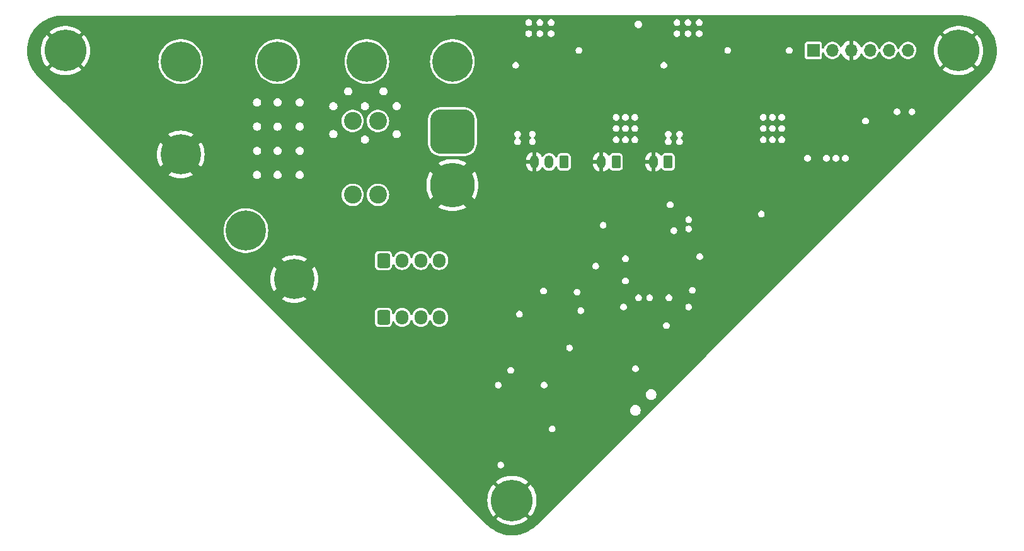
<source format=gbr>
G04 #@! TF.GenerationSoftware,KiCad,Pcbnew,8.0.1-rc2-202403101705~c0fd138706~ubuntu22.04.1*
G04 #@! TF.CreationDate,2024-03-11T22:08:15-04:00*
G04 #@! TF.ProjectId,Balance_Controller,42616c61-6e63-4655-9f43-6f6e74726f6c,rev?*
G04 #@! TF.SameCoordinates,Original*
G04 #@! TF.FileFunction,Copper,L2,Inr*
G04 #@! TF.FilePolarity,Positive*
%FSLAX46Y46*%
G04 Gerber Fmt 4.6, Leading zero omitted, Abs format (unit mm)*
G04 Created by KiCad (PCBNEW 8.0.1-rc2-202403101705~c0fd138706~ubuntu22.04.1) date 2024-03-11 22:08:15*
%MOMM*%
%LPD*%
G01*
G04 APERTURE LIST*
G04 Aperture macros list*
%AMRoundRect*
0 Rectangle with rounded corners*
0 $1 Rounding radius*
0 $2 $3 $4 $5 $6 $7 $8 $9 X,Y pos of 4 corners*
0 Add a 4 corners polygon primitive as box body*
4,1,4,$2,$3,$4,$5,$6,$7,$8,$9,$2,$3,0*
0 Add four circle primitives for the rounded corners*
1,1,$1+$1,$2,$3*
1,1,$1+$1,$4,$5*
1,1,$1+$1,$6,$7*
1,1,$1+$1,$8,$9*
0 Add four rect primitives between the rounded corners*
20,1,$1+$1,$2,$3,$4,$5,0*
20,1,$1+$1,$4,$5,$6,$7,0*
20,1,$1+$1,$6,$7,$8,$9,0*
20,1,$1+$1,$8,$9,$2,$3,0*%
G04 Aperture macros list end*
G04 #@! TA.AperFunction,ComponentPad*
%ADD10RoundRect,0.250000X-0.600000X-0.725000X0.600000X-0.725000X0.600000X0.725000X-0.600000X0.725000X0*%
G04 #@! TD*
G04 #@! TA.AperFunction,ComponentPad*
%ADD11O,1.700000X1.950000*%
G04 #@! TD*
G04 #@! TA.AperFunction,ComponentPad*
%ADD12C,5.400000*%
G04 #@! TD*
G04 #@! TA.AperFunction,ComponentPad*
%ADD13C,5.600000*%
G04 #@! TD*
G04 #@! TA.AperFunction,ComponentPad*
%ADD14C,2.400000*%
G04 #@! TD*
G04 #@! TA.AperFunction,ComponentPad*
%ADD15RoundRect,1.500000X-1.500000X1.500000X-1.500000X-1.500000X1.500000X-1.500000X1.500000X1.500000X0*%
G04 #@! TD*
G04 #@! TA.AperFunction,ComponentPad*
%ADD16C,6.000000*%
G04 #@! TD*
G04 #@! TA.AperFunction,ComponentPad*
%ADD17R,1.700000X1.700000*%
G04 #@! TD*
G04 #@! TA.AperFunction,ComponentPad*
%ADD18O,1.700000X1.700000*%
G04 #@! TD*
G04 #@! TA.AperFunction,ComponentPad*
%ADD19RoundRect,0.250000X0.350000X0.625000X-0.350000X0.625000X-0.350000X-0.625000X0.350000X-0.625000X0*%
G04 #@! TD*
G04 #@! TA.AperFunction,ComponentPad*
%ADD20O,1.200000X1.750000*%
G04 #@! TD*
G04 #@! TA.AperFunction,ViaPad*
%ADD21C,0.700000*%
G04 #@! TD*
G04 #@! TA.AperFunction,ViaPad*
%ADD22C,0.800000*%
G04 #@! TD*
G04 #@! TA.AperFunction,ViaPad*
%ADD23C,1.000000*%
G04 #@! TD*
G04 APERTURE END LIST*
D10*
X82250000Y-54750000D03*
D11*
X84750000Y-54750000D03*
X87250000Y-54750000D03*
X89750000Y-54750000D03*
D12*
X55000000Y-28000000D03*
X91500000Y-28000000D03*
D13*
X159500000Y-26542136D03*
D14*
X81500000Y-45920000D03*
X78100000Y-45920000D03*
X81500000Y-36000000D03*
X78100000Y-36000000D03*
D12*
X70250000Y-57250000D03*
D13*
X99500000Y-87000000D03*
D12*
X68000000Y-28000000D03*
D15*
X91500000Y-37420000D03*
D16*
X91500000Y-44620000D03*
D12*
X63750000Y-50750000D03*
D17*
X140000000Y-26500000D03*
D18*
X142540000Y-26500000D03*
X145080000Y-26500000D03*
X147620000Y-26500000D03*
X150160000Y-26500000D03*
X152700000Y-26500000D03*
D12*
X55000000Y-40500000D03*
D13*
X39500000Y-26542136D03*
D12*
X80000000Y-28000000D03*
D10*
X82250000Y-62420000D03*
D11*
X84750000Y-62420000D03*
X87250000Y-62420000D03*
X89750000Y-62420000D03*
D19*
X120500000Y-41500000D03*
D20*
X118500000Y-41500000D03*
D19*
X113500000Y-41500000D03*
D20*
X111500000Y-41500000D03*
D19*
X106500000Y-41500000D03*
D20*
X104500000Y-41500000D03*
X102500000Y-41500000D03*
D21*
X103500000Y-54500000D03*
X143020000Y-37250000D03*
X120900000Y-34400000D03*
X119900000Y-35500000D03*
X111500000Y-43250000D03*
X131650000Y-30250000D03*
X123750000Y-51500000D03*
D22*
X46800000Y-28000000D03*
D21*
X117850000Y-53900000D03*
X117250000Y-60500000D03*
X102500000Y-43250000D03*
X129750000Y-52750000D03*
X111750000Y-48000000D03*
X101000000Y-34400000D03*
X126000000Y-57100000D03*
X106250000Y-57300000D03*
X153250000Y-36750000D03*
X107500000Y-54500000D03*
X110100000Y-32000000D03*
X114750000Y-58500000D03*
X151250000Y-36750000D03*
X128500000Y-32000000D03*
X120650000Y-53900000D03*
X142500000Y-30250000D03*
X128500000Y-30250000D03*
X111750000Y-30250000D03*
X107000000Y-32000000D03*
X103750000Y-80250000D03*
X111750000Y-28500000D03*
X101750000Y-79750000D03*
X111750000Y-32000000D03*
X126250000Y-59250000D03*
X100000000Y-24750000D03*
X110100000Y-28500000D03*
X99800000Y-35500000D03*
X130000000Y-30250000D03*
X141750000Y-45750000D03*
X96500000Y-75750000D03*
X119900000Y-24700000D03*
X105500000Y-47250000D03*
X87000000Y-31750000D03*
X147000000Y-34000000D03*
X120650000Y-56700000D03*
X99250000Y-80000000D03*
X128500000Y-28500000D03*
X134250000Y-51500000D03*
X103750000Y-74000000D03*
X117850000Y-56700000D03*
X108500000Y-47000000D03*
X123750000Y-57000000D03*
X124000000Y-42800000D03*
X137250000Y-51350000D03*
X130000000Y-32000000D03*
D23*
X56500000Y-48500000D03*
D21*
X114750000Y-53500000D03*
X104900000Y-76400000D03*
X117250000Y-47250000D03*
X149000000Y-30250000D03*
X119250000Y-55300000D03*
X108500000Y-28500000D03*
X131650000Y-32000000D03*
X108750000Y-62500000D03*
X102750000Y-58850000D03*
X108500000Y-32000000D03*
X104750000Y-57300000D03*
X118500000Y-35500000D03*
X130000000Y-28500000D03*
X139210000Y-33500000D03*
X123250000Y-62000000D03*
X133000000Y-49500000D03*
X141750000Y-37250000D03*
X110100000Y-30250000D03*
X105500000Y-64250000D03*
X126000000Y-48000000D03*
X130000000Y-54900000D03*
X126900000Y-32000000D03*
X99000000Y-82250000D03*
X108500000Y-30250000D03*
X100500000Y-63000000D03*
X112600000Y-72800000D03*
X118500000Y-43250000D03*
X114500000Y-62000000D03*
X123750000Y-60000000D03*
X131500000Y-28500000D03*
X102500000Y-75750000D03*
G04 #@! TA.AperFunction,Conductor*
G36*
X160039123Y-21801997D02*
G01*
X160309617Y-21840638D01*
X160323195Y-21843352D01*
X160324296Y-21843486D01*
X160324298Y-21843487D01*
X160359024Y-21847728D01*
X160362006Y-21848123D01*
X160396667Y-21853075D01*
X160396667Y-21853074D01*
X160397760Y-21853231D01*
X160411580Y-21854147D01*
X160677984Y-21886685D01*
X160692025Y-21889088D01*
X161004800Y-21958172D01*
X161012668Y-21960137D01*
X161417801Y-22073076D01*
X161430596Y-22077276D01*
X161816243Y-22223533D01*
X161828614Y-22228876D01*
X162199451Y-22409438D01*
X162211296Y-22415886D01*
X162564255Y-22629257D01*
X162575479Y-22636756D01*
X162907669Y-22881187D01*
X162918156Y-22889661D01*
X163203503Y-23142457D01*
X163226874Y-23163162D01*
X163236561Y-23172561D01*
X163338477Y-23280828D01*
X163519262Y-23472879D01*
X163528047Y-23483104D01*
X163541677Y-23500500D01*
X163782406Y-23807766D01*
X163790237Y-23818752D01*
X163922489Y-24023304D01*
X164014168Y-24165102D01*
X164020975Y-24176756D01*
X164069283Y-24268799D01*
X164212642Y-24541945D01*
X164218367Y-24554169D01*
X164376202Y-24935216D01*
X164380791Y-24947890D01*
X164503494Y-25341657D01*
X164506921Y-25354713D01*
X164593481Y-25757950D01*
X164595714Y-25771262D01*
X164645429Y-26180694D01*
X164646447Y-26194154D01*
X164658904Y-26606400D01*
X164658700Y-26619896D01*
X164633799Y-27031564D01*
X164632375Y-27044988D01*
X164570315Y-27452742D01*
X164567681Y-27465980D01*
X164468984Y-27866414D01*
X164465164Y-27879360D01*
X164330623Y-28269243D01*
X164325646Y-28281791D01*
X164156382Y-28657880D01*
X164150290Y-28669925D01*
X163947689Y-29029145D01*
X163940533Y-29040589D01*
X163706236Y-29380028D01*
X163698079Y-29390771D01*
X163480710Y-29651596D01*
X163432419Y-29709541D01*
X163424491Y-29718320D01*
X163280286Y-29865796D01*
X163279111Y-29866984D01*
X156782312Y-36363783D01*
X125619861Y-67526236D01*
X102824773Y-90321322D01*
X102823618Y-90322464D01*
X102681676Y-90461344D01*
X102673247Y-90468984D01*
X102367128Y-90725846D01*
X102356816Y-90733759D01*
X102031496Y-90961551D01*
X102020533Y-90968535D01*
X101676584Y-91167114D01*
X101665054Y-91173116D01*
X101305119Y-91340957D01*
X101293110Y-91345931D01*
X100919907Y-91481766D01*
X100907510Y-91485675D01*
X100523899Y-91588463D01*
X100511209Y-91591276D01*
X100120094Y-91660240D01*
X100107207Y-91661937D01*
X99711566Y-91696553D01*
X99698579Y-91697120D01*
X99301421Y-91697120D01*
X99288434Y-91696553D01*
X98892791Y-91661937D01*
X98879904Y-91660240D01*
X98488789Y-91591276D01*
X98476099Y-91588463D01*
X98092488Y-91485675D01*
X98080091Y-91481766D01*
X97706887Y-91345930D01*
X97694878Y-91340956D01*
X97334940Y-91173115D01*
X97323410Y-91167113D01*
X96979471Y-90968539D01*
X96968508Y-90961555D01*
X96643177Y-90733755D01*
X96632865Y-90725842D01*
X96326751Y-90468984D01*
X96318322Y-90461344D01*
X96176380Y-90322464D01*
X96175225Y-90321322D01*
X92853911Y-87000008D01*
X96195153Y-87000008D01*
X96214525Y-87357308D01*
X96214526Y-87357317D01*
X96272417Y-87710442D01*
X96272418Y-87710447D01*
X96368150Y-88055238D01*
X96500600Y-88387664D01*
X96500606Y-88387677D01*
X96668214Y-88703821D01*
X96869040Y-89000016D01*
X96869044Y-89000021D01*
X96996441Y-89150002D01*
X96996442Y-89150002D01*
X98205747Y-87940696D01*
X98279588Y-88042330D01*
X98457670Y-88220412D01*
X98559301Y-88294251D01*
X97347256Y-89506296D01*
X97360480Y-89518823D01*
X97645360Y-89735384D01*
X97951976Y-89919869D01*
X98276752Y-90070126D01*
X98276762Y-90070131D01*
X98615857Y-90184384D01*
X98615871Y-90184388D01*
X98965319Y-90261307D01*
X98965333Y-90261310D01*
X99321078Y-90299999D01*
X99321088Y-90300000D01*
X99678912Y-90300000D01*
X99678921Y-90299999D01*
X100034666Y-90261310D01*
X100034680Y-90261307D01*
X100384128Y-90184388D01*
X100384142Y-90184384D01*
X100723237Y-90070131D01*
X100723247Y-90070126D01*
X101048023Y-89919869D01*
X101354639Y-89735384D01*
X101639514Y-89518827D01*
X101652742Y-89506296D01*
X100440698Y-88294251D01*
X100542330Y-88220412D01*
X100720412Y-88042330D01*
X100794252Y-87940698D01*
X102003557Y-89150003D01*
X102003558Y-89150003D01*
X102130955Y-89000021D01*
X102130959Y-89000016D01*
X102331785Y-88703821D01*
X102499393Y-88387677D01*
X102499399Y-88387664D01*
X102631849Y-88055238D01*
X102727581Y-87710447D01*
X102727582Y-87710442D01*
X102785473Y-87357317D01*
X102785474Y-87357308D01*
X102804847Y-87000008D01*
X102804847Y-86999991D01*
X102785474Y-86642691D01*
X102785473Y-86642682D01*
X102727582Y-86289557D01*
X102727581Y-86289552D01*
X102631849Y-85944761D01*
X102499399Y-85612335D01*
X102499393Y-85612322D01*
X102331785Y-85296178D01*
X102130959Y-84999983D01*
X102130955Y-84999978D01*
X102003557Y-84849996D01*
X102003556Y-84849996D01*
X100794251Y-86059300D01*
X100720412Y-85957670D01*
X100542330Y-85779588D01*
X100440696Y-85705747D01*
X101652742Y-84493702D01*
X101639519Y-84481176D01*
X101354639Y-84264615D01*
X101048023Y-84080130D01*
X100723247Y-83929873D01*
X100723237Y-83929868D01*
X100384142Y-83815615D01*
X100384128Y-83815611D01*
X100034680Y-83738692D01*
X100034666Y-83738689D01*
X99678921Y-83700000D01*
X99321078Y-83700000D01*
X98965333Y-83738689D01*
X98965319Y-83738692D01*
X98615871Y-83815611D01*
X98615857Y-83815615D01*
X98276762Y-83929868D01*
X98276752Y-83929873D01*
X97951976Y-84080130D01*
X97645360Y-84264615D01*
X97360491Y-84481168D01*
X97347257Y-84493703D01*
X98559301Y-85705747D01*
X98457670Y-85779588D01*
X98279588Y-85957670D01*
X98205747Y-86059301D01*
X96996442Y-84849996D01*
X96869035Y-84999991D01*
X96668214Y-85296178D01*
X96500606Y-85612322D01*
X96500600Y-85612335D01*
X96368150Y-85944761D01*
X96272418Y-86289552D01*
X96272417Y-86289557D01*
X96214526Y-86642682D01*
X96214525Y-86642691D01*
X96195153Y-86999991D01*
X96195153Y-87000008D01*
X92853911Y-87000008D01*
X88103906Y-82250003D01*
X97544867Y-82250003D01*
X97563302Y-82378223D01*
X97617118Y-82496064D01*
X97672282Y-82559727D01*
X97701951Y-82593967D01*
X97810931Y-82664004D01*
X97935228Y-82700500D01*
X97935231Y-82700500D01*
X98064769Y-82700500D01*
X98064772Y-82700500D01*
X98189069Y-82664004D01*
X98298049Y-82593967D01*
X98382882Y-82496063D01*
X98436697Y-82378226D01*
X98455133Y-82250000D01*
X98455133Y-82249996D01*
X98436697Y-82121776D01*
X98436697Y-82121774D01*
X98382882Y-82003937D01*
X98382881Y-82003936D01*
X98382881Y-82003935D01*
X98336216Y-81950080D01*
X98298049Y-81906033D01*
X98189069Y-81835996D01*
X98064772Y-81799500D01*
X97935228Y-81799500D01*
X97810931Y-81835996D01*
X97810928Y-81835997D01*
X97810927Y-81835998D01*
X97701955Y-81906030D01*
X97701952Y-81906031D01*
X97701951Y-81906033D01*
X97701949Y-81906034D01*
X97701948Y-81906036D01*
X97617118Y-82003935D01*
X97563302Y-82121776D01*
X97544867Y-82249996D01*
X97544867Y-82250003D01*
X88103906Y-82250003D01*
X83253906Y-77400003D01*
X104444867Y-77400003D01*
X104463302Y-77528223D01*
X104517118Y-77646064D01*
X104572282Y-77709727D01*
X104601951Y-77743967D01*
X104710931Y-77814004D01*
X104835228Y-77850500D01*
X104835231Y-77850500D01*
X104964769Y-77850500D01*
X104964772Y-77850500D01*
X105089069Y-77814004D01*
X105198049Y-77743967D01*
X105282882Y-77646063D01*
X105336697Y-77528226D01*
X105355133Y-77400000D01*
X105355133Y-77399996D01*
X105336697Y-77271776D01*
X105336697Y-77271774D01*
X105282882Y-77153937D01*
X105282881Y-77153936D01*
X105282881Y-77153935D01*
X105236216Y-77100080D01*
X105198049Y-77056033D01*
X105089069Y-76985996D01*
X104964772Y-76949500D01*
X104835228Y-76949500D01*
X104710931Y-76985996D01*
X104710928Y-76985997D01*
X104710927Y-76985998D01*
X104601955Y-77056030D01*
X104601952Y-77056031D01*
X104601951Y-77056033D01*
X104601949Y-77056034D01*
X104601948Y-77056036D01*
X104517118Y-77153935D01*
X104463302Y-77271776D01*
X104444867Y-77399996D01*
X104444867Y-77400003D01*
X83253906Y-77400003D01*
X80821377Y-74967474D01*
X115349195Y-74967474D01*
X115377075Y-75107635D01*
X115377076Y-75107637D01*
X115431762Y-75239661D01*
X115431764Y-75239665D01*
X115431766Y-75239669D01*
X115511163Y-75358495D01*
X115612216Y-75459548D01*
X115731042Y-75538945D01*
X115863075Y-75593635D01*
X116003240Y-75621516D01*
X116003244Y-75621516D01*
X116146146Y-75621516D01*
X116146150Y-75621516D01*
X116286315Y-75593635D01*
X116418348Y-75538945D01*
X116537174Y-75459548D01*
X116638227Y-75358495D01*
X116717624Y-75239669D01*
X116772314Y-75107636D01*
X116800195Y-74967471D01*
X116800195Y-74824561D01*
X116772314Y-74684396D01*
X116717624Y-74552363D01*
X116638227Y-74433537D01*
X116537174Y-74332484D01*
X116418348Y-74253087D01*
X116418344Y-74253085D01*
X116418340Y-74253083D01*
X116286316Y-74198397D01*
X116286314Y-74198396D01*
X116146153Y-74170516D01*
X116146150Y-74170516D01*
X116003240Y-74170516D01*
X116003236Y-74170516D01*
X115863075Y-74198396D01*
X115863073Y-74198397D01*
X115731049Y-74253083D01*
X115731042Y-74253087D01*
X115612212Y-74332487D01*
X115511166Y-74433533D01*
X115431766Y-74552363D01*
X115431762Y-74552370D01*
X115377076Y-74684394D01*
X115377075Y-74684396D01*
X115349195Y-74824557D01*
X115349195Y-74967474D01*
X80821377Y-74967474D01*
X78700056Y-72846153D01*
X117470516Y-72846153D01*
X117498396Y-72986314D01*
X117498397Y-72986316D01*
X117553083Y-73118340D01*
X117553085Y-73118344D01*
X117553087Y-73118348D01*
X117632484Y-73237174D01*
X117733537Y-73338227D01*
X117852363Y-73417624D01*
X117984396Y-73472314D01*
X118124561Y-73500195D01*
X118124565Y-73500195D01*
X118267467Y-73500195D01*
X118267471Y-73500195D01*
X118407636Y-73472314D01*
X118539669Y-73417624D01*
X118658495Y-73338227D01*
X118759548Y-73237174D01*
X118838945Y-73118348D01*
X118893635Y-72986315D01*
X118921516Y-72846150D01*
X118921516Y-72703240D01*
X118893635Y-72563075D01*
X118838945Y-72431042D01*
X118759548Y-72312216D01*
X118658495Y-72211163D01*
X118539669Y-72131766D01*
X118539665Y-72131764D01*
X118539661Y-72131762D01*
X118407637Y-72077076D01*
X118407635Y-72077075D01*
X118267474Y-72049195D01*
X118267471Y-72049195D01*
X118124561Y-72049195D01*
X118124557Y-72049195D01*
X117984396Y-72077075D01*
X117984394Y-72077076D01*
X117852370Y-72131762D01*
X117852363Y-72131766D01*
X117733533Y-72211166D01*
X117632487Y-72312212D01*
X117553087Y-72431042D01*
X117553083Y-72431049D01*
X117498397Y-72563073D01*
X117498396Y-72563075D01*
X117470516Y-72703236D01*
X117470516Y-72846153D01*
X78700056Y-72846153D01*
X77353906Y-71500003D01*
X97219867Y-71500003D01*
X97238302Y-71628223D01*
X97292118Y-71746064D01*
X97347282Y-71809727D01*
X97376951Y-71843967D01*
X97485931Y-71914004D01*
X97610228Y-71950500D01*
X97610231Y-71950500D01*
X97739769Y-71950500D01*
X97739772Y-71950500D01*
X97864069Y-71914004D01*
X97973049Y-71843967D01*
X98057882Y-71746063D01*
X98111697Y-71628226D01*
X98130133Y-71500003D01*
X103369867Y-71500003D01*
X103388302Y-71628223D01*
X103442118Y-71746064D01*
X103497282Y-71809727D01*
X103526951Y-71843967D01*
X103635931Y-71914004D01*
X103760228Y-71950500D01*
X103760231Y-71950500D01*
X103889769Y-71950500D01*
X103889772Y-71950500D01*
X104014069Y-71914004D01*
X104123049Y-71843967D01*
X104207882Y-71746063D01*
X104261697Y-71628226D01*
X104280133Y-71500000D01*
X104280133Y-71499996D01*
X104261697Y-71371776D01*
X104261697Y-71371774D01*
X104207882Y-71253937D01*
X104207881Y-71253936D01*
X104207881Y-71253935D01*
X104161216Y-71200080D01*
X104123049Y-71156033D01*
X104014069Y-71085996D01*
X103889772Y-71049500D01*
X103760228Y-71049500D01*
X103635931Y-71085996D01*
X103635928Y-71085997D01*
X103635927Y-71085998D01*
X103526955Y-71156030D01*
X103526952Y-71156031D01*
X103526951Y-71156033D01*
X103526949Y-71156034D01*
X103526948Y-71156036D01*
X103442118Y-71253935D01*
X103388302Y-71371776D01*
X103369867Y-71499996D01*
X103369867Y-71500003D01*
X98130133Y-71500003D01*
X98130133Y-71500000D01*
X98130133Y-71499996D01*
X98111697Y-71371776D01*
X98111697Y-71371774D01*
X98057882Y-71253937D01*
X98057881Y-71253936D01*
X98057881Y-71253935D01*
X98011216Y-71200080D01*
X97973049Y-71156033D01*
X97864069Y-71085996D01*
X97739772Y-71049500D01*
X97610228Y-71049500D01*
X97485931Y-71085996D01*
X97485928Y-71085997D01*
X97485927Y-71085998D01*
X97376955Y-71156030D01*
X97376952Y-71156031D01*
X97376951Y-71156033D01*
X97376949Y-71156034D01*
X97376948Y-71156036D01*
X97292118Y-71253935D01*
X97238302Y-71371776D01*
X97219867Y-71499996D01*
X97219867Y-71500003D01*
X77353906Y-71500003D01*
X75353906Y-69500003D01*
X98869867Y-69500003D01*
X98888302Y-69628223D01*
X98942118Y-69746064D01*
X98997282Y-69809727D01*
X99026951Y-69843967D01*
X99135931Y-69914004D01*
X99260228Y-69950500D01*
X99260231Y-69950500D01*
X99389769Y-69950500D01*
X99389772Y-69950500D01*
X99514069Y-69914004D01*
X99623049Y-69843967D01*
X99707882Y-69746063D01*
X99761697Y-69628226D01*
X99780133Y-69500000D01*
X99780133Y-69499996D01*
X99761697Y-69371776D01*
X99761697Y-69371774D01*
X99728920Y-69300003D01*
X115644867Y-69300003D01*
X115663302Y-69428223D01*
X115717118Y-69546064D01*
X115772282Y-69609727D01*
X115801951Y-69643967D01*
X115910931Y-69714004D01*
X116035228Y-69750500D01*
X116035231Y-69750500D01*
X116164769Y-69750500D01*
X116164772Y-69750500D01*
X116289069Y-69714004D01*
X116398049Y-69643967D01*
X116482882Y-69546063D01*
X116536697Y-69428226D01*
X116555133Y-69300000D01*
X116555133Y-69299996D01*
X116536697Y-69171776D01*
X116536697Y-69171774D01*
X116482882Y-69053937D01*
X116482881Y-69053936D01*
X116482881Y-69053935D01*
X116436216Y-69000080D01*
X116398049Y-68956033D01*
X116289069Y-68885996D01*
X116164772Y-68849500D01*
X116035228Y-68849500D01*
X115910931Y-68885996D01*
X115910928Y-68885997D01*
X115910927Y-68885998D01*
X115801955Y-68956030D01*
X115801952Y-68956031D01*
X115801951Y-68956033D01*
X115801949Y-68956034D01*
X115801948Y-68956036D01*
X115717118Y-69053935D01*
X115663302Y-69171776D01*
X115644867Y-69299996D01*
X115644867Y-69300003D01*
X99728920Y-69300003D01*
X99707882Y-69253937D01*
X99707881Y-69253936D01*
X99707881Y-69253935D01*
X99636688Y-69171774D01*
X99623049Y-69156033D01*
X99514069Y-69085996D01*
X99389772Y-69049500D01*
X99260228Y-69049500D01*
X99135931Y-69085996D01*
X99135928Y-69085997D01*
X99135927Y-69085998D01*
X99026955Y-69156030D01*
X99026952Y-69156031D01*
X99026951Y-69156033D01*
X99026949Y-69156034D01*
X99026948Y-69156036D01*
X98942118Y-69253935D01*
X98888302Y-69371776D01*
X98869867Y-69499996D01*
X98869867Y-69500003D01*
X75353906Y-69500003D01*
X72353906Y-66500003D01*
X106794867Y-66500003D01*
X106813302Y-66628223D01*
X106867118Y-66746064D01*
X106922282Y-66809727D01*
X106951951Y-66843967D01*
X107060931Y-66914004D01*
X107185228Y-66950500D01*
X107185231Y-66950500D01*
X107314769Y-66950500D01*
X107314772Y-66950500D01*
X107439069Y-66914004D01*
X107548049Y-66843967D01*
X107632882Y-66746063D01*
X107686697Y-66628226D01*
X107705133Y-66500000D01*
X107705133Y-66499996D01*
X107686697Y-66371776D01*
X107686697Y-66371774D01*
X107632882Y-66253937D01*
X107632881Y-66253936D01*
X107632881Y-66253935D01*
X107586216Y-66200080D01*
X107548049Y-66156033D01*
X107439069Y-66085996D01*
X107314772Y-66049500D01*
X107185228Y-66049500D01*
X107060931Y-66085996D01*
X107060928Y-66085997D01*
X107060927Y-66085998D01*
X106951955Y-66156030D01*
X106951952Y-66156031D01*
X106951951Y-66156033D01*
X106951949Y-66156034D01*
X106951948Y-66156036D01*
X106867118Y-66253935D01*
X106813302Y-66371776D01*
X106794867Y-66499996D01*
X106794867Y-66500003D01*
X72353906Y-66500003D01*
X69042008Y-63188105D01*
X81099500Y-63188105D01*
X81110122Y-63276563D01*
X81165638Y-63417341D01*
X81250307Y-63528994D01*
X81257078Y-63537922D01*
X81377658Y-63629361D01*
X81518436Y-63684877D01*
X81606898Y-63695500D01*
X81606899Y-63695500D01*
X82893101Y-63695500D01*
X82893102Y-63695500D01*
X82981564Y-63684877D01*
X83122342Y-63629361D01*
X83242922Y-63537922D01*
X83334361Y-63417342D01*
X83389877Y-63276564D01*
X83400500Y-63188102D01*
X83400500Y-63051283D01*
X83420462Y-62976783D01*
X83475000Y-62922245D01*
X83549500Y-62902283D01*
X83624000Y-62922245D01*
X83678538Y-62976783D01*
X83682260Y-62983638D01*
X83683788Y-62986638D01*
X83683789Y-62986639D01*
X83734415Y-63085998D01*
X83766005Y-63147995D01*
X83766005Y-63147996D01*
X83795144Y-63188102D01*
X83872447Y-63294501D01*
X84000499Y-63422553D01*
X84147006Y-63528996D01*
X84308361Y-63611211D01*
X84480591Y-63667171D01*
X84659454Y-63695500D01*
X84659458Y-63695500D01*
X84840542Y-63695500D01*
X84840546Y-63695500D01*
X85019409Y-63667171D01*
X85191639Y-63611211D01*
X85352994Y-63528996D01*
X85499501Y-63422553D01*
X85627553Y-63294501D01*
X85733996Y-63147994D01*
X85816211Y-62986639D01*
X85858292Y-62857125D01*
X85900299Y-62792439D01*
X85969020Y-62757423D01*
X86046042Y-62761459D01*
X86110728Y-62803466D01*
X86141708Y-62857125D01*
X86183788Y-62986638D01*
X86266005Y-63147995D01*
X86266005Y-63147996D01*
X86295144Y-63188102D01*
X86372447Y-63294501D01*
X86500499Y-63422553D01*
X86647006Y-63528996D01*
X86808361Y-63611211D01*
X86980591Y-63667171D01*
X87159454Y-63695500D01*
X87159458Y-63695500D01*
X87340542Y-63695500D01*
X87340546Y-63695500D01*
X87519409Y-63667171D01*
X87691639Y-63611211D01*
X87852994Y-63528996D01*
X87999501Y-63422553D01*
X88127553Y-63294501D01*
X88233996Y-63147994D01*
X88316211Y-62986639D01*
X88358292Y-62857125D01*
X88400299Y-62792439D01*
X88469020Y-62757423D01*
X88546042Y-62761459D01*
X88610728Y-62803466D01*
X88641708Y-62857125D01*
X88683788Y-62986638D01*
X88766005Y-63147995D01*
X88766005Y-63147996D01*
X88795144Y-63188102D01*
X88872447Y-63294501D01*
X89000499Y-63422553D01*
X89147006Y-63528996D01*
X89308361Y-63611211D01*
X89480591Y-63667171D01*
X89659454Y-63695500D01*
X89659458Y-63695500D01*
X89840542Y-63695500D01*
X89840546Y-63695500D01*
X90019409Y-63667171D01*
X90191639Y-63611211D01*
X90352994Y-63528996D01*
X90392900Y-63500003D01*
X119794867Y-63500003D01*
X119813302Y-63628223D01*
X119813302Y-63628224D01*
X119813303Y-63628226D01*
X119831088Y-63667170D01*
X119867118Y-63746064D01*
X119922282Y-63809727D01*
X119951951Y-63843967D01*
X120060931Y-63914004D01*
X120185228Y-63950500D01*
X120185231Y-63950500D01*
X120314769Y-63950500D01*
X120314772Y-63950500D01*
X120439069Y-63914004D01*
X120548049Y-63843967D01*
X120632882Y-63746063D01*
X120686697Y-63628226D01*
X120700964Y-63528996D01*
X120705133Y-63500003D01*
X120705133Y-63499996D01*
X120686697Y-63371776D01*
X120686697Y-63371774D01*
X120632882Y-63253937D01*
X120632881Y-63253936D01*
X120632881Y-63253935D01*
X120575839Y-63188105D01*
X120548049Y-63156033D01*
X120439069Y-63085996D01*
X120314772Y-63049500D01*
X120185228Y-63049500D01*
X120060931Y-63085996D01*
X120060928Y-63085997D01*
X120060927Y-63085998D01*
X119951955Y-63156030D01*
X119951952Y-63156031D01*
X119951951Y-63156033D01*
X119951949Y-63156034D01*
X119951948Y-63156036D01*
X119867118Y-63253935D01*
X119813302Y-63371776D01*
X119794867Y-63499996D01*
X119794867Y-63500003D01*
X90392900Y-63500003D01*
X90499501Y-63422553D01*
X90627553Y-63294501D01*
X90733996Y-63147994D01*
X90816211Y-62986639D01*
X90872171Y-62814409D01*
X90900500Y-62635546D01*
X90900500Y-62204454D01*
X90872171Y-62025591D01*
X90847610Y-61950000D01*
X100044867Y-61950000D01*
X100063302Y-62078220D01*
X100117118Y-62196061D01*
X100172282Y-62259724D01*
X100201951Y-62293964D01*
X100310931Y-62364001D01*
X100435228Y-62400497D01*
X100435231Y-62400497D01*
X100564769Y-62400497D01*
X100564772Y-62400497D01*
X100689069Y-62364001D01*
X100798049Y-62293964D01*
X100882882Y-62196060D01*
X100936697Y-62078223D01*
X100955133Y-61949997D01*
X100955133Y-61949993D01*
X100941239Y-61853360D01*
X100936697Y-61821771D01*
X100882882Y-61703934D01*
X100882881Y-61703933D01*
X100882881Y-61703932D01*
X100836216Y-61650077D01*
X100798049Y-61606030D01*
X100689069Y-61535993D01*
X100566495Y-61500003D01*
X108294867Y-61500003D01*
X108313302Y-61628223D01*
X108367118Y-61746064D01*
X108422282Y-61809727D01*
X108451951Y-61843967D01*
X108560931Y-61914004D01*
X108685228Y-61950500D01*
X108685231Y-61950500D01*
X108814769Y-61950500D01*
X108814772Y-61950500D01*
X108939069Y-61914004D01*
X109048049Y-61843967D01*
X109132882Y-61746063D01*
X109186697Y-61628226D01*
X109205133Y-61500000D01*
X109205133Y-61499996D01*
X109186697Y-61371776D01*
X109186697Y-61371774D01*
X109132882Y-61253937D01*
X109132881Y-61253936D01*
X109132881Y-61253935D01*
X109086216Y-61200080D01*
X109048049Y-61156033D01*
X108939069Y-61085996D01*
X108814772Y-61049500D01*
X108685228Y-61049500D01*
X108560931Y-61085996D01*
X108560928Y-61085997D01*
X108560927Y-61085998D01*
X108451955Y-61156030D01*
X108451952Y-61156031D01*
X108451951Y-61156033D01*
X108451949Y-61156034D01*
X108451948Y-61156036D01*
X108367118Y-61253935D01*
X108313302Y-61371776D01*
X108294867Y-61499996D01*
X108294867Y-61500003D01*
X100566495Y-61500003D01*
X100564772Y-61499497D01*
X100435228Y-61499497D01*
X100310931Y-61535993D01*
X100310928Y-61535994D01*
X100310927Y-61535995D01*
X100201955Y-61606027D01*
X100201952Y-61606028D01*
X100201951Y-61606030D01*
X100201949Y-61606031D01*
X100201948Y-61606033D01*
X100117118Y-61703932D01*
X100063302Y-61821773D01*
X100044867Y-61949993D01*
X100044867Y-61950000D01*
X90847610Y-61950000D01*
X90816211Y-61853361D01*
X90733996Y-61692006D01*
X90627553Y-61545499D01*
X90499501Y-61417447D01*
X90352994Y-61311004D01*
X90191639Y-61228789D01*
X90019409Y-61172829D01*
X89840546Y-61144500D01*
X89659454Y-61144500D01*
X89480591Y-61172829D01*
X89308360Y-61228789D01*
X89147004Y-61311005D01*
X89147003Y-61311005D01*
X89000500Y-61417446D01*
X89000497Y-61417448D01*
X88872448Y-61545497D01*
X88872446Y-61545500D01*
X88766005Y-61692003D01*
X88766005Y-61692004D01*
X88683789Y-61853360D01*
X88641708Y-61982875D01*
X88599701Y-62047560D01*
X88530980Y-62082576D01*
X88453957Y-62078540D01*
X88389272Y-62036533D01*
X88358292Y-61982875D01*
X88347773Y-61950500D01*
X88316211Y-61853361D01*
X88233996Y-61692006D01*
X88127553Y-61545499D01*
X87999501Y-61417447D01*
X87852994Y-61311004D01*
X87691639Y-61228789D01*
X87519409Y-61172829D01*
X87340546Y-61144500D01*
X87159454Y-61144500D01*
X86980591Y-61172829D01*
X86808360Y-61228789D01*
X86647004Y-61311005D01*
X86647003Y-61311005D01*
X86500500Y-61417446D01*
X86500497Y-61417448D01*
X86372448Y-61545497D01*
X86372446Y-61545500D01*
X86266005Y-61692003D01*
X86266005Y-61692004D01*
X86183789Y-61853360D01*
X86141708Y-61982875D01*
X86099701Y-62047560D01*
X86030980Y-62082576D01*
X85953957Y-62078540D01*
X85889272Y-62036533D01*
X85858292Y-61982875D01*
X85847773Y-61950500D01*
X85816211Y-61853361D01*
X85733996Y-61692006D01*
X85627553Y-61545499D01*
X85499501Y-61417447D01*
X85352994Y-61311004D01*
X85191639Y-61228789D01*
X85019409Y-61172829D01*
X84840546Y-61144500D01*
X84659454Y-61144500D01*
X84480591Y-61172829D01*
X84308360Y-61228789D01*
X84147004Y-61311005D01*
X84147003Y-61311005D01*
X84000500Y-61417446D01*
X84000497Y-61417448D01*
X83872448Y-61545497D01*
X83872446Y-61545500D01*
X83766005Y-61692003D01*
X83766005Y-61692004D01*
X83682260Y-61856361D01*
X83630650Y-61913678D01*
X83557297Y-61937512D01*
X83481855Y-61921476D01*
X83424538Y-61869866D01*
X83400704Y-61796513D01*
X83400500Y-61788716D01*
X83400500Y-61651899D01*
X83400500Y-61651898D01*
X83389877Y-61563436D01*
X83334361Y-61422658D01*
X83242922Y-61302078D01*
X83242920Y-61302076D01*
X83179436Y-61253935D01*
X83122342Y-61210639D01*
X83122341Y-61210638D01*
X82981563Y-61155122D01*
X82893105Y-61144500D01*
X82893102Y-61144500D01*
X81606898Y-61144500D01*
X81606894Y-61144500D01*
X81518436Y-61155122D01*
X81377658Y-61210638D01*
X81377658Y-61210639D01*
X81257079Y-61302076D01*
X81257076Y-61302079D01*
X81165639Y-61422658D01*
X81165638Y-61422658D01*
X81110122Y-61563436D01*
X81099500Y-61651894D01*
X81099500Y-63188105D01*
X69042008Y-63188105D01*
X66853906Y-61000003D01*
X114044867Y-61000003D01*
X114063302Y-61128223D01*
X114117118Y-61246064D01*
X114165655Y-61302079D01*
X114201951Y-61343967D01*
X114310931Y-61414004D01*
X114435228Y-61450500D01*
X114435231Y-61450500D01*
X114564769Y-61450500D01*
X114564772Y-61450500D01*
X114689069Y-61414004D01*
X114798049Y-61343967D01*
X114882882Y-61246063D01*
X114936697Y-61128226D01*
X114955133Y-61000003D01*
X122794867Y-61000003D01*
X122813302Y-61128223D01*
X122867118Y-61246064D01*
X122915655Y-61302079D01*
X122951951Y-61343967D01*
X123060931Y-61414004D01*
X123185228Y-61450500D01*
X123185231Y-61450500D01*
X123314769Y-61450500D01*
X123314772Y-61450500D01*
X123439069Y-61414004D01*
X123548049Y-61343967D01*
X123632882Y-61246063D01*
X123686697Y-61128226D01*
X123705133Y-61000000D01*
X123705133Y-60999996D01*
X123686697Y-60871776D01*
X123686697Y-60871774D01*
X123632882Y-60753937D01*
X123632881Y-60753936D01*
X123632881Y-60753935D01*
X123586216Y-60700080D01*
X123548049Y-60656033D01*
X123439069Y-60585996D01*
X123314772Y-60549500D01*
X123185228Y-60549500D01*
X123060931Y-60585996D01*
X123060928Y-60585997D01*
X123060927Y-60585998D01*
X122951955Y-60656030D01*
X122951952Y-60656031D01*
X122951951Y-60656033D01*
X122951949Y-60656034D01*
X122951948Y-60656036D01*
X122867118Y-60753935D01*
X122813302Y-60871776D01*
X122794867Y-60999996D01*
X122794867Y-61000003D01*
X114955133Y-61000003D01*
X114955133Y-61000000D01*
X114955133Y-60999996D01*
X114936697Y-60871776D01*
X114936697Y-60871774D01*
X114882882Y-60753937D01*
X114882881Y-60753936D01*
X114882881Y-60753935D01*
X114836216Y-60700080D01*
X114798049Y-60656033D01*
X114689069Y-60585996D01*
X114564772Y-60549500D01*
X114435228Y-60549500D01*
X114310931Y-60585996D01*
X114310928Y-60585997D01*
X114310927Y-60585998D01*
X114201955Y-60656030D01*
X114201952Y-60656031D01*
X114201951Y-60656033D01*
X114201949Y-60656034D01*
X114201948Y-60656036D01*
X114117118Y-60753935D01*
X114063302Y-60871776D01*
X114044867Y-60999996D01*
X114044867Y-61000003D01*
X66853906Y-61000003D01*
X63103903Y-57250000D01*
X67044958Y-57250000D01*
X67065111Y-57608854D01*
X67125313Y-57963181D01*
X67224816Y-58308563D01*
X67224817Y-58308568D01*
X67362359Y-58640621D01*
X67362361Y-58640625D01*
X67517681Y-58921656D01*
X67517682Y-58921657D01*
X68925034Y-57514304D01*
X68933242Y-57566126D01*
X68998906Y-57768220D01*
X69095377Y-57957554D01*
X69220278Y-58129466D01*
X69370534Y-58279722D01*
X69542446Y-58404623D01*
X69731780Y-58501094D01*
X69933874Y-58566758D01*
X69985694Y-58574965D01*
X68578342Y-59982317D01*
X68859374Y-60137638D01*
X68859378Y-60137640D01*
X69191431Y-60275182D01*
X69191436Y-60275183D01*
X69536818Y-60374686D01*
X69891145Y-60434888D01*
X70250000Y-60455041D01*
X70608854Y-60434888D01*
X70963181Y-60374686D01*
X71308563Y-60275183D01*
X71308568Y-60275182D01*
X71640616Y-60137642D01*
X71921656Y-59982316D01*
X71689343Y-59750003D01*
X116044867Y-59750003D01*
X116063302Y-59878223D01*
X116117118Y-59996064D01*
X116172282Y-60059727D01*
X116201951Y-60093967D01*
X116310931Y-60164004D01*
X116435228Y-60200500D01*
X116435231Y-60200500D01*
X116564769Y-60200500D01*
X116564772Y-60200500D01*
X116689069Y-60164004D01*
X116798049Y-60093967D01*
X116882882Y-59996063D01*
X116936697Y-59878226D01*
X116955133Y-59750003D01*
X117544867Y-59750003D01*
X117563302Y-59878223D01*
X117617118Y-59996064D01*
X117672282Y-60059727D01*
X117701951Y-60093967D01*
X117810931Y-60164004D01*
X117935228Y-60200500D01*
X117935231Y-60200500D01*
X118064769Y-60200500D01*
X118064772Y-60200500D01*
X118189069Y-60164004D01*
X118298049Y-60093967D01*
X118382882Y-59996063D01*
X118436697Y-59878226D01*
X118455133Y-59750003D01*
X120132237Y-59750003D01*
X120150672Y-59878223D01*
X120204488Y-59996064D01*
X120259652Y-60059727D01*
X120289321Y-60093967D01*
X120398301Y-60164004D01*
X120522598Y-60200500D01*
X120522601Y-60200500D01*
X120652139Y-60200500D01*
X120652142Y-60200500D01*
X120776439Y-60164004D01*
X120885419Y-60093967D01*
X120970252Y-59996063D01*
X121024067Y-59878226D01*
X121042503Y-59750000D01*
X121042503Y-59749996D01*
X121024067Y-59621776D01*
X121024067Y-59621774D01*
X120970252Y-59503937D01*
X120970251Y-59503936D01*
X120970251Y-59503935D01*
X120923586Y-59450080D01*
X120885419Y-59406033D01*
X120776439Y-59335996D01*
X120652142Y-59299500D01*
X120522598Y-59299500D01*
X120398301Y-59335996D01*
X120398298Y-59335997D01*
X120398297Y-59335998D01*
X120289325Y-59406030D01*
X120289322Y-59406031D01*
X120289321Y-59406033D01*
X120289319Y-59406034D01*
X120289318Y-59406036D01*
X120204488Y-59503935D01*
X120150672Y-59621776D01*
X120132237Y-59749996D01*
X120132237Y-59750003D01*
X118455133Y-59750003D01*
X118455133Y-59750000D01*
X118455133Y-59749996D01*
X118436697Y-59621776D01*
X118436697Y-59621774D01*
X118382882Y-59503937D01*
X118382881Y-59503936D01*
X118382881Y-59503935D01*
X118336216Y-59450080D01*
X118298049Y-59406033D01*
X118189069Y-59335996D01*
X118064772Y-59299500D01*
X117935228Y-59299500D01*
X117810931Y-59335996D01*
X117810928Y-59335997D01*
X117810927Y-59335998D01*
X117701955Y-59406030D01*
X117701952Y-59406031D01*
X117701951Y-59406033D01*
X117701949Y-59406034D01*
X117701948Y-59406036D01*
X117617118Y-59503935D01*
X117563302Y-59621776D01*
X117544867Y-59749996D01*
X117544867Y-59750003D01*
X116955133Y-59750003D01*
X116955133Y-59750000D01*
X116955133Y-59749996D01*
X116936697Y-59621776D01*
X116936697Y-59621774D01*
X116882882Y-59503937D01*
X116882881Y-59503936D01*
X116882881Y-59503935D01*
X116836216Y-59450080D01*
X116798049Y-59406033D01*
X116689069Y-59335996D01*
X116564772Y-59299500D01*
X116435228Y-59299500D01*
X116310931Y-59335996D01*
X116310928Y-59335997D01*
X116310927Y-59335998D01*
X116201955Y-59406030D01*
X116201952Y-59406031D01*
X116201951Y-59406033D01*
X116201949Y-59406034D01*
X116201948Y-59406036D01*
X116117118Y-59503935D01*
X116063302Y-59621776D01*
X116044867Y-59749996D01*
X116044867Y-59750003D01*
X71689343Y-59750003D01*
X70514305Y-58574965D01*
X70566126Y-58566758D01*
X70768220Y-58501094D01*
X70957554Y-58404623D01*
X71129466Y-58279722D01*
X71279722Y-58129466D01*
X71404623Y-57957554D01*
X71501094Y-57768220D01*
X71566758Y-57566126D01*
X71574965Y-57514305D01*
X72982316Y-58921656D01*
X73021917Y-58850003D01*
X103294867Y-58850003D01*
X103313302Y-58978223D01*
X103313302Y-58978224D01*
X103313303Y-58978226D01*
X103337390Y-59030970D01*
X103367118Y-59096064D01*
X103394984Y-59128223D01*
X103451951Y-59193967D01*
X103560931Y-59264004D01*
X103685228Y-59300500D01*
X103685231Y-59300500D01*
X103814769Y-59300500D01*
X103814772Y-59300500D01*
X103939069Y-59264004D01*
X104048049Y-59193967D01*
X104132882Y-59096063D01*
X104176752Y-59000003D01*
X107794867Y-59000003D01*
X107813302Y-59128223D01*
X107813302Y-59128224D01*
X107813303Y-59128226D01*
X107837390Y-59180970D01*
X107867118Y-59246064D01*
X107913421Y-59299500D01*
X107951951Y-59343967D01*
X108060931Y-59414004D01*
X108185228Y-59450500D01*
X108185231Y-59450500D01*
X108314769Y-59450500D01*
X108314772Y-59450500D01*
X108439069Y-59414004D01*
X108548049Y-59343967D01*
X108632882Y-59246063D01*
X108686697Y-59128226D01*
X108705133Y-59000000D01*
X108705133Y-58999996D01*
X108692842Y-58914516D01*
X108686697Y-58871774D01*
X108632882Y-58753937D01*
X108632881Y-58753936D01*
X108632881Y-58753935D01*
X108629474Y-58750003D01*
X123294867Y-58750003D01*
X123313302Y-58878223D01*
X123367118Y-58996064D01*
X123422282Y-59059727D01*
X123451951Y-59093967D01*
X123560931Y-59164004D01*
X123685228Y-59200500D01*
X123685231Y-59200500D01*
X123814769Y-59200500D01*
X123814772Y-59200500D01*
X123939069Y-59164004D01*
X124048049Y-59093967D01*
X124132882Y-58996063D01*
X124186697Y-58878226D01*
X124204567Y-58753937D01*
X124205133Y-58750003D01*
X124205133Y-58749996D01*
X124186697Y-58621776D01*
X124186697Y-58621774D01*
X124132882Y-58503937D01*
X124132881Y-58503936D01*
X124132881Y-58503935D01*
X124074013Y-58435998D01*
X124048049Y-58406033D01*
X123939069Y-58335996D01*
X123814772Y-58299500D01*
X123685228Y-58299500D01*
X123560931Y-58335996D01*
X123560928Y-58335997D01*
X123560927Y-58335998D01*
X123451955Y-58406030D01*
X123451952Y-58406031D01*
X123451951Y-58406033D01*
X123451949Y-58406034D01*
X123451948Y-58406036D01*
X123367118Y-58503935D01*
X123313302Y-58621776D01*
X123294867Y-58749996D01*
X123294867Y-58750003D01*
X108629474Y-58750003D01*
X108586216Y-58700080D01*
X108548049Y-58656033D01*
X108439069Y-58585996D01*
X108314772Y-58549500D01*
X108185228Y-58549500D01*
X108060931Y-58585996D01*
X108060928Y-58585997D01*
X108060927Y-58585998D01*
X107951955Y-58656030D01*
X107951952Y-58656031D01*
X107951951Y-58656033D01*
X107951949Y-58656034D01*
X107951948Y-58656036D01*
X107867118Y-58753935D01*
X107813302Y-58871776D01*
X107794867Y-58999996D01*
X107794867Y-59000003D01*
X104176752Y-59000003D01*
X104186697Y-58978226D01*
X104202002Y-58871776D01*
X104205133Y-58850003D01*
X104205133Y-58849996D01*
X104186697Y-58721776D01*
X104186697Y-58721774D01*
X104132882Y-58603937D01*
X104132881Y-58603936D01*
X104132881Y-58603935D01*
X104085713Y-58549500D01*
X104048049Y-58506033D01*
X103939069Y-58435996D01*
X103814772Y-58399500D01*
X103685228Y-58399500D01*
X103560931Y-58435996D01*
X103560928Y-58435997D01*
X103560927Y-58435998D01*
X103451955Y-58506030D01*
X103451952Y-58506031D01*
X103451951Y-58506033D01*
X103451949Y-58506034D01*
X103451948Y-58506036D01*
X103367118Y-58603935D01*
X103313302Y-58721776D01*
X103294867Y-58849996D01*
X103294867Y-58850003D01*
X73021917Y-58850003D01*
X73137642Y-58640616D01*
X73275182Y-58308568D01*
X73275183Y-58308563D01*
X73374686Y-57963181D01*
X73434888Y-57608854D01*
X73441001Y-57500003D01*
X114294867Y-57500003D01*
X114313302Y-57628223D01*
X114367118Y-57746064D01*
X114422282Y-57809727D01*
X114451951Y-57843967D01*
X114560931Y-57914004D01*
X114685228Y-57950500D01*
X114685231Y-57950500D01*
X114814769Y-57950500D01*
X114814772Y-57950500D01*
X114939069Y-57914004D01*
X115048049Y-57843967D01*
X115132882Y-57746063D01*
X115186697Y-57628226D01*
X115205133Y-57500000D01*
X115205133Y-57499996D01*
X115186697Y-57371776D01*
X115186697Y-57371774D01*
X115132882Y-57253937D01*
X115132881Y-57253936D01*
X115132881Y-57253935D01*
X115086216Y-57200080D01*
X115048049Y-57156033D01*
X114939069Y-57085996D01*
X114814772Y-57049500D01*
X114685228Y-57049500D01*
X114560931Y-57085996D01*
X114560928Y-57085997D01*
X114560927Y-57085998D01*
X114451955Y-57156030D01*
X114451952Y-57156031D01*
X114451951Y-57156033D01*
X114451949Y-57156034D01*
X114451948Y-57156036D01*
X114367118Y-57253935D01*
X114313302Y-57371776D01*
X114294867Y-57499996D01*
X114294867Y-57500003D01*
X73441001Y-57500003D01*
X73455041Y-57250000D01*
X73434888Y-56891145D01*
X73374686Y-56536818D01*
X73275183Y-56191436D01*
X73275182Y-56191431D01*
X73137640Y-55859378D01*
X73137638Y-55859374D01*
X72982317Y-55578342D01*
X71574965Y-56985693D01*
X71566758Y-56933874D01*
X71501094Y-56731780D01*
X71404623Y-56542446D01*
X71279722Y-56370534D01*
X71129466Y-56220278D01*
X70957554Y-56095377D01*
X70768220Y-55998906D01*
X70566126Y-55933242D01*
X70514304Y-55925034D01*
X70921233Y-55518105D01*
X81099500Y-55518105D01*
X81110122Y-55606563D01*
X81165638Y-55747341D01*
X81250602Y-55859383D01*
X81257078Y-55867922D01*
X81377658Y-55959361D01*
X81518436Y-56014877D01*
X81606898Y-56025500D01*
X81606899Y-56025500D01*
X82893101Y-56025500D01*
X82893102Y-56025500D01*
X82981564Y-56014877D01*
X83122342Y-55959361D01*
X83242922Y-55867922D01*
X83334361Y-55747342D01*
X83389877Y-55606564D01*
X83400500Y-55518102D01*
X83400500Y-55381283D01*
X83420462Y-55306783D01*
X83475000Y-55252245D01*
X83549500Y-55232283D01*
X83624000Y-55252245D01*
X83678538Y-55306783D01*
X83682260Y-55313638D01*
X83766005Y-55477995D01*
X83766005Y-55477996D01*
X83795144Y-55518102D01*
X83872447Y-55624501D01*
X84000499Y-55752553D01*
X84147006Y-55858996D01*
X84308361Y-55941211D01*
X84480591Y-55997171D01*
X84659454Y-56025500D01*
X84659458Y-56025500D01*
X84840542Y-56025500D01*
X84840546Y-56025500D01*
X85019409Y-55997171D01*
X85191639Y-55941211D01*
X85352994Y-55858996D01*
X85499501Y-55752553D01*
X85627553Y-55624501D01*
X85733996Y-55477994D01*
X85816211Y-55316639D01*
X85858292Y-55187125D01*
X85900299Y-55122439D01*
X85969020Y-55087423D01*
X86046042Y-55091459D01*
X86110728Y-55133466D01*
X86141708Y-55187125D01*
X86183788Y-55316638D01*
X86266005Y-55477995D01*
X86266005Y-55477996D01*
X86295144Y-55518102D01*
X86372447Y-55624501D01*
X86500499Y-55752553D01*
X86647006Y-55858996D01*
X86808361Y-55941211D01*
X86980591Y-55997171D01*
X87159454Y-56025500D01*
X87159458Y-56025500D01*
X87340542Y-56025500D01*
X87340546Y-56025500D01*
X87519409Y-55997171D01*
X87691639Y-55941211D01*
X87852994Y-55858996D01*
X87999501Y-55752553D01*
X88127553Y-55624501D01*
X88233996Y-55477994D01*
X88316211Y-55316639D01*
X88358292Y-55187125D01*
X88400299Y-55122439D01*
X88469020Y-55087423D01*
X88546042Y-55091459D01*
X88610728Y-55133466D01*
X88641708Y-55187125D01*
X88683788Y-55316638D01*
X88766005Y-55477995D01*
X88766005Y-55477996D01*
X88795144Y-55518102D01*
X88872447Y-55624501D01*
X89000499Y-55752553D01*
X89147006Y-55858996D01*
X89308361Y-55941211D01*
X89480591Y-55997171D01*
X89659454Y-56025500D01*
X89659458Y-56025500D01*
X89840542Y-56025500D01*
X89840546Y-56025500D01*
X90019409Y-55997171D01*
X90191639Y-55941211D01*
X90352994Y-55858996D01*
X90499501Y-55752553D01*
X90627553Y-55624501D01*
X90718006Y-55500003D01*
X110294867Y-55500003D01*
X110313302Y-55628223D01*
X110367118Y-55746064D01*
X110422282Y-55809727D01*
X110451951Y-55843967D01*
X110560931Y-55914004D01*
X110685228Y-55950500D01*
X110685231Y-55950500D01*
X110814769Y-55950500D01*
X110814772Y-55950500D01*
X110939069Y-55914004D01*
X111048049Y-55843967D01*
X111132882Y-55746063D01*
X111186697Y-55628226D01*
X111202530Y-55518105D01*
X111205133Y-55500003D01*
X111205133Y-55499996D01*
X111186697Y-55371776D01*
X111186697Y-55371774D01*
X111132882Y-55253937D01*
X111132881Y-55253936D01*
X111132881Y-55253935D01*
X111074990Y-55187125D01*
X111048049Y-55156033D01*
X110939069Y-55085996D01*
X110814772Y-55049500D01*
X110685228Y-55049500D01*
X110560931Y-55085996D01*
X110560928Y-55085997D01*
X110560927Y-55085998D01*
X110451955Y-55156030D01*
X110451952Y-55156031D01*
X110451951Y-55156033D01*
X110451949Y-55156034D01*
X110451948Y-55156036D01*
X110367118Y-55253935D01*
X110313302Y-55371776D01*
X110294867Y-55499996D01*
X110294867Y-55500003D01*
X90718006Y-55500003D01*
X90733996Y-55477994D01*
X90816211Y-55316639D01*
X90872171Y-55144409D01*
X90900500Y-54965546D01*
X90900500Y-54534454D01*
X90895044Y-54500003D01*
X114294867Y-54500003D01*
X114313302Y-54628223D01*
X114313302Y-54628224D01*
X114313303Y-54628226D01*
X114334892Y-54675499D01*
X114367118Y-54746064D01*
X114422282Y-54809727D01*
X114451951Y-54843967D01*
X114560931Y-54914004D01*
X114685228Y-54950500D01*
X114685231Y-54950500D01*
X114814769Y-54950500D01*
X114814772Y-54950500D01*
X114939069Y-54914004D01*
X115048049Y-54843967D01*
X115132882Y-54746063D01*
X115186697Y-54628226D01*
X115205133Y-54500000D01*
X115205133Y-54499996D01*
X115186697Y-54371776D01*
X115186697Y-54371774D01*
X115132882Y-54253937D01*
X115132881Y-54253936D01*
X115132881Y-54253935D01*
X115107811Y-54225003D01*
X124294867Y-54225003D01*
X124313302Y-54353223D01*
X124367118Y-54471064D01*
X124392194Y-54500003D01*
X124451951Y-54568967D01*
X124560931Y-54639004D01*
X124685228Y-54675500D01*
X124685231Y-54675500D01*
X124814769Y-54675500D01*
X124814772Y-54675500D01*
X124939069Y-54639004D01*
X125048049Y-54568967D01*
X125132882Y-54471063D01*
X125186697Y-54353226D01*
X125200973Y-54253935D01*
X125205133Y-54225003D01*
X125205133Y-54224996D01*
X125186697Y-54096776D01*
X125186697Y-54096774D01*
X125132882Y-53978937D01*
X125132881Y-53978936D01*
X125132881Y-53978935D01*
X125058796Y-53893436D01*
X125048049Y-53881033D01*
X124939069Y-53810996D01*
X124814772Y-53774500D01*
X124685228Y-53774500D01*
X124560931Y-53810996D01*
X124560928Y-53810997D01*
X124560927Y-53810998D01*
X124451955Y-53881030D01*
X124451952Y-53881031D01*
X124451951Y-53881033D01*
X124451949Y-53881034D01*
X124451948Y-53881036D01*
X124367118Y-53978935D01*
X124313302Y-54096776D01*
X124294867Y-54224996D01*
X124294867Y-54225003D01*
X115107811Y-54225003D01*
X115071728Y-54183361D01*
X115048049Y-54156033D01*
X114939069Y-54085996D01*
X114814772Y-54049500D01*
X114685228Y-54049500D01*
X114560931Y-54085996D01*
X114560928Y-54085997D01*
X114560927Y-54085998D01*
X114451955Y-54156030D01*
X114451952Y-54156031D01*
X114451951Y-54156033D01*
X114451949Y-54156034D01*
X114451948Y-54156036D01*
X114367118Y-54253935D01*
X114313302Y-54371776D01*
X114294867Y-54499996D01*
X114294867Y-54500003D01*
X90895044Y-54500003D01*
X90872171Y-54355591D01*
X90816211Y-54183361D01*
X90733996Y-54022006D01*
X90627553Y-53875499D01*
X90499501Y-53747447D01*
X90352994Y-53641004D01*
X90191639Y-53558789D01*
X90019409Y-53502829D01*
X89840546Y-53474500D01*
X89659454Y-53474500D01*
X89480591Y-53502829D01*
X89308360Y-53558789D01*
X89147004Y-53641005D01*
X89147003Y-53641005D01*
X89000500Y-53747446D01*
X89000497Y-53747448D01*
X88872448Y-53875497D01*
X88872446Y-53875500D01*
X88766005Y-54022003D01*
X88766005Y-54022004D01*
X88683789Y-54183360D01*
X88641708Y-54312875D01*
X88599701Y-54377560D01*
X88530980Y-54412576D01*
X88453957Y-54408540D01*
X88389272Y-54366533D01*
X88358292Y-54312875D01*
X88339142Y-54253937D01*
X88316211Y-54183361D01*
X88233996Y-54022006D01*
X88127553Y-53875499D01*
X87999501Y-53747447D01*
X87852994Y-53641004D01*
X87691639Y-53558789D01*
X87519409Y-53502829D01*
X87340546Y-53474500D01*
X87159454Y-53474500D01*
X86980591Y-53502829D01*
X86808360Y-53558789D01*
X86647004Y-53641005D01*
X86647003Y-53641005D01*
X86500500Y-53747446D01*
X86500497Y-53747448D01*
X86372448Y-53875497D01*
X86372446Y-53875500D01*
X86266005Y-54022003D01*
X86266005Y-54022004D01*
X86183789Y-54183360D01*
X86141708Y-54312875D01*
X86099701Y-54377560D01*
X86030980Y-54412576D01*
X85953957Y-54408540D01*
X85889272Y-54366533D01*
X85858292Y-54312875D01*
X85839142Y-54253937D01*
X85816211Y-54183361D01*
X85733996Y-54022006D01*
X85627553Y-53875499D01*
X85499501Y-53747447D01*
X85352994Y-53641004D01*
X85191639Y-53558789D01*
X85019409Y-53502829D01*
X84840546Y-53474500D01*
X84659454Y-53474500D01*
X84480591Y-53502829D01*
X84308360Y-53558789D01*
X84147004Y-53641005D01*
X84147003Y-53641005D01*
X84000500Y-53747446D01*
X84000497Y-53747448D01*
X83872448Y-53875497D01*
X83872446Y-53875500D01*
X83766005Y-54022003D01*
X83766005Y-54022004D01*
X83682260Y-54186361D01*
X83630650Y-54243678D01*
X83557297Y-54267512D01*
X83481855Y-54251476D01*
X83424538Y-54199866D01*
X83400704Y-54126513D01*
X83400500Y-54118716D01*
X83400500Y-53981899D01*
X83400500Y-53981898D01*
X83389877Y-53893436D01*
X83334361Y-53752658D01*
X83242922Y-53632078D01*
X83242920Y-53632076D01*
X83146276Y-53558789D01*
X83122342Y-53540639D01*
X83122341Y-53540638D01*
X82981563Y-53485122D01*
X82893105Y-53474500D01*
X82893102Y-53474500D01*
X81606898Y-53474500D01*
X81606894Y-53474500D01*
X81518436Y-53485122D01*
X81377658Y-53540638D01*
X81377658Y-53540639D01*
X81257079Y-53632076D01*
X81257076Y-53632079D01*
X81165639Y-53752658D01*
X81165638Y-53752658D01*
X81110122Y-53893436D01*
X81099500Y-53981894D01*
X81099500Y-55518105D01*
X70921233Y-55518105D01*
X71921657Y-54517682D01*
X71921656Y-54517681D01*
X71640625Y-54362361D01*
X71640621Y-54362359D01*
X71308568Y-54224817D01*
X71308563Y-54224816D01*
X70963181Y-54125313D01*
X70608854Y-54065111D01*
X70250000Y-54044958D01*
X69891145Y-54065111D01*
X69536818Y-54125313D01*
X69191436Y-54224816D01*
X69191431Y-54224817D01*
X68859383Y-54362357D01*
X68578342Y-54517682D01*
X69985694Y-55925034D01*
X69933874Y-55933242D01*
X69731780Y-55998906D01*
X69542446Y-56095377D01*
X69370534Y-56220278D01*
X69220278Y-56370534D01*
X69095377Y-56542446D01*
X68998906Y-56731780D01*
X68933242Y-56933874D01*
X68925034Y-56985694D01*
X67517682Y-55578342D01*
X67362357Y-55859383D01*
X67224817Y-56191431D01*
X67224816Y-56191436D01*
X67125313Y-56536818D01*
X67065111Y-56891145D01*
X67044958Y-57250000D01*
X63103903Y-57250000D01*
X56603903Y-50750000D01*
X60744415Y-50750000D01*
X60764737Y-51098920D01*
X60764739Y-51098936D01*
X60825428Y-51443128D01*
X60825430Y-51443134D01*
X60925671Y-51777963D01*
X60925673Y-51777970D01*
X61064109Y-52098900D01*
X61064111Y-52098904D01*
X61238870Y-52401596D01*
X61447588Y-52681953D01*
X61447590Y-52681955D01*
X61447593Y-52681959D01*
X61447596Y-52681963D01*
X61687430Y-52936171D01*
X61687435Y-52936176D01*
X61687442Y-52936183D01*
X61955189Y-53160849D01*
X62247207Y-53352913D01*
X62559549Y-53509777D01*
X62887989Y-53629319D01*
X63228086Y-53709923D01*
X63468402Y-53738012D01*
X63575232Y-53750499D01*
X63575238Y-53750500D01*
X63575241Y-53750500D01*
X63924762Y-53750500D01*
X63924766Y-53750499D01*
X64271914Y-53709923D01*
X64612011Y-53629319D01*
X64940451Y-53509777D01*
X65252793Y-53352913D01*
X65544811Y-53160849D01*
X65812558Y-52936183D01*
X66052412Y-52681953D01*
X66261130Y-52401596D01*
X66435889Y-52098904D01*
X66574326Y-51777971D01*
X66674569Y-51443136D01*
X66674569Y-51443131D01*
X66674571Y-51443128D01*
X66723787Y-51164004D01*
X66735262Y-51098927D01*
X66755585Y-50750003D01*
X120794867Y-50750003D01*
X120813302Y-50878223D01*
X120813302Y-50878224D01*
X120813303Y-50878226D01*
X120837390Y-50930970D01*
X120867118Y-50996064D01*
X120922282Y-51059727D01*
X120951951Y-51093967D01*
X121060931Y-51164004D01*
X121185228Y-51200500D01*
X121185231Y-51200500D01*
X121314769Y-51200500D01*
X121314772Y-51200500D01*
X121439069Y-51164004D01*
X121548049Y-51093967D01*
X121632882Y-50996063D01*
X121686697Y-50878226D01*
X121705133Y-50750000D01*
X121705133Y-50749996D01*
X121692842Y-50664516D01*
X121686697Y-50621774D01*
X121632882Y-50503937D01*
X121632881Y-50503936D01*
X121632881Y-50503935D01*
X121629474Y-50500003D01*
X122794867Y-50500003D01*
X122813302Y-50628223D01*
X122867118Y-50746064D01*
X122922282Y-50809727D01*
X122951951Y-50843967D01*
X123060931Y-50914004D01*
X123185228Y-50950500D01*
X123185231Y-50950500D01*
X123314769Y-50950500D01*
X123314772Y-50950500D01*
X123439069Y-50914004D01*
X123548049Y-50843967D01*
X123632882Y-50746063D01*
X123686697Y-50628226D01*
X123704567Y-50503937D01*
X123705133Y-50500003D01*
X123705133Y-50499996D01*
X123690910Y-50401079D01*
X123686697Y-50371774D01*
X123632882Y-50253937D01*
X123632881Y-50253936D01*
X123632881Y-50253935D01*
X123586216Y-50200080D01*
X123548049Y-50156033D01*
X123439069Y-50085996D01*
X123314772Y-50049500D01*
X123185228Y-50049500D01*
X123060931Y-50085996D01*
X123060928Y-50085997D01*
X123060927Y-50085998D01*
X122951955Y-50156030D01*
X122951952Y-50156031D01*
X122951951Y-50156033D01*
X122951949Y-50156034D01*
X122951948Y-50156036D01*
X122867118Y-50253935D01*
X122813302Y-50371776D01*
X122794867Y-50499996D01*
X122794867Y-50500003D01*
X121629474Y-50500003D01*
X121586216Y-50450080D01*
X121548049Y-50406033D01*
X121439069Y-50335996D01*
X121314772Y-50299500D01*
X121185228Y-50299500D01*
X121060931Y-50335996D01*
X121060928Y-50335997D01*
X121060927Y-50335998D01*
X120951955Y-50406030D01*
X120951952Y-50406031D01*
X120951951Y-50406033D01*
X120951949Y-50406034D01*
X120951948Y-50406036D01*
X120867118Y-50503935D01*
X120813302Y-50621776D01*
X120794867Y-50749996D01*
X120794867Y-50750003D01*
X66755585Y-50750003D01*
X66755585Y-50750000D01*
X66735262Y-50401073D01*
X66692056Y-50156036D01*
X66674571Y-50056871D01*
X66674569Y-50056865D01*
X66657546Y-50000003D01*
X111294867Y-50000003D01*
X111313302Y-50128223D01*
X111367118Y-50246064D01*
X111413421Y-50299500D01*
X111451951Y-50343967D01*
X111560931Y-50414004D01*
X111685228Y-50450500D01*
X111685231Y-50450500D01*
X111814769Y-50450500D01*
X111814772Y-50450500D01*
X111939069Y-50414004D01*
X112048049Y-50343967D01*
X112132882Y-50246063D01*
X112186697Y-50128226D01*
X112205133Y-50000000D01*
X112205133Y-49999996D01*
X112186697Y-49871776D01*
X112186697Y-49871774D01*
X112132882Y-49753937D01*
X112132881Y-49753936D01*
X112132881Y-49753935D01*
X112086216Y-49700080D01*
X112048049Y-49656033D01*
X111939069Y-49585996D01*
X111814772Y-49549500D01*
X111685228Y-49549500D01*
X111560931Y-49585996D01*
X111560928Y-49585997D01*
X111560927Y-49585998D01*
X111451955Y-49656030D01*
X111451952Y-49656031D01*
X111451951Y-49656033D01*
X111451949Y-49656034D01*
X111451948Y-49656036D01*
X111367118Y-49753935D01*
X111313302Y-49871776D01*
X111294867Y-49999996D01*
X111294867Y-50000003D01*
X66657546Y-50000003D01*
X66574328Y-49722036D01*
X66574326Y-49722029D01*
X66515648Y-49585998D01*
X66435889Y-49401096D01*
X66348656Y-49250003D01*
X122794867Y-49250003D01*
X122813302Y-49378223D01*
X122867118Y-49496064D01*
X122913421Y-49549500D01*
X122951951Y-49593967D01*
X123060931Y-49664004D01*
X123185228Y-49700500D01*
X123185231Y-49700500D01*
X123314769Y-49700500D01*
X123314772Y-49700500D01*
X123439069Y-49664004D01*
X123548049Y-49593967D01*
X123632882Y-49496063D01*
X123686697Y-49378226D01*
X123705133Y-49250000D01*
X123705133Y-49249996D01*
X123686697Y-49121776D01*
X123686697Y-49121774D01*
X123632882Y-49003937D01*
X123632881Y-49003936D01*
X123632881Y-49003935D01*
X123586216Y-48950080D01*
X123548049Y-48906033D01*
X123439069Y-48835996D01*
X123314772Y-48799500D01*
X123185228Y-48799500D01*
X123060931Y-48835996D01*
X123060928Y-48835997D01*
X123060927Y-48835998D01*
X122951955Y-48906030D01*
X122951952Y-48906031D01*
X122951951Y-48906033D01*
X122951949Y-48906034D01*
X122951948Y-48906036D01*
X122867118Y-49003935D01*
X122813302Y-49121776D01*
X122794867Y-49249996D01*
X122794867Y-49250003D01*
X66348656Y-49250003D01*
X66261130Y-49098404D01*
X66052412Y-48818047D01*
X66052408Y-48818043D01*
X66052406Y-48818040D01*
X66052403Y-48818036D01*
X65812569Y-48563828D01*
X65812563Y-48563823D01*
X65812558Y-48563817D01*
X65736507Y-48500003D01*
X132544867Y-48500003D01*
X132563302Y-48628223D01*
X132617118Y-48746064D01*
X132663421Y-48799500D01*
X132701951Y-48843967D01*
X132810931Y-48914004D01*
X132935228Y-48950500D01*
X132935231Y-48950500D01*
X133064769Y-48950500D01*
X133064772Y-48950500D01*
X133189069Y-48914004D01*
X133298049Y-48843967D01*
X133382882Y-48746063D01*
X133436697Y-48628226D01*
X133445958Y-48563815D01*
X133455133Y-48500003D01*
X133455133Y-48499996D01*
X133436697Y-48371776D01*
X133436697Y-48371774D01*
X133382882Y-48253937D01*
X133382881Y-48253936D01*
X133382881Y-48253935D01*
X133336216Y-48200080D01*
X133298049Y-48156033D01*
X133189069Y-48085996D01*
X133064772Y-48049500D01*
X132935228Y-48049500D01*
X132810931Y-48085996D01*
X132810928Y-48085997D01*
X132810927Y-48085998D01*
X132701955Y-48156030D01*
X132701952Y-48156031D01*
X132701951Y-48156033D01*
X132701949Y-48156034D01*
X132701948Y-48156036D01*
X132617118Y-48253935D01*
X132563302Y-48371776D01*
X132544867Y-48499996D01*
X132544867Y-48500003D01*
X65736507Y-48500003D01*
X65544811Y-48339151D01*
X65544803Y-48339146D01*
X65544798Y-48339142D01*
X65252800Y-48147091D01*
X65252796Y-48147089D01*
X65252793Y-48147087D01*
X65100804Y-48070755D01*
X64940456Y-47990225D01*
X64940454Y-47990224D01*
X64612014Y-47870682D01*
X64612013Y-47870681D01*
X64612011Y-47870681D01*
X64491414Y-47842099D01*
X64271912Y-47790076D01*
X63924767Y-47749500D01*
X63924759Y-47749500D01*
X63575241Y-47749500D01*
X63575232Y-47749500D01*
X63228087Y-47790076D01*
X62887985Y-47870682D01*
X62559545Y-47990224D01*
X62559543Y-47990225D01*
X62247199Y-48147091D01*
X61955201Y-48339142D01*
X61955186Y-48339153D01*
X61687444Y-48563815D01*
X61687430Y-48563828D01*
X61447596Y-48818036D01*
X61447593Y-48818040D01*
X61238869Y-49098405D01*
X61064111Y-49401095D01*
X61064109Y-49401099D01*
X60925673Y-49722029D01*
X60925671Y-49722036D01*
X60825430Y-50056865D01*
X60825428Y-50056871D01*
X60764739Y-50401063D01*
X60764737Y-50401079D01*
X60744415Y-50750000D01*
X56603903Y-50750000D01*
X51773904Y-45920001D01*
X76594357Y-45920001D01*
X76614891Y-46167816D01*
X76675937Y-46408882D01*
X76775827Y-46636607D01*
X76911837Y-46844787D01*
X76968221Y-46906036D01*
X77080256Y-47027738D01*
X77276491Y-47180474D01*
X77276492Y-47180474D01*
X77276494Y-47180476D01*
X77404969Y-47250003D01*
X77495190Y-47298828D01*
X77726459Y-47378223D01*
X77730386Y-47379571D01*
X77730390Y-47379572D01*
X77800359Y-47391247D01*
X77975665Y-47420500D01*
X77975667Y-47420500D01*
X78224333Y-47420500D01*
X78224335Y-47420500D01*
X78434750Y-47385388D01*
X78469609Y-47379572D01*
X78469610Y-47379571D01*
X78469614Y-47379571D01*
X78704810Y-47298828D01*
X78923509Y-47180474D01*
X79119744Y-47027738D01*
X79288164Y-46844785D01*
X79424173Y-46636607D01*
X79524063Y-46408881D01*
X79585108Y-46167821D01*
X79605643Y-45920001D01*
X79994357Y-45920001D01*
X80014891Y-46167816D01*
X80075937Y-46408882D01*
X80175827Y-46636607D01*
X80311837Y-46844787D01*
X80368221Y-46906036D01*
X80480256Y-47027738D01*
X80676491Y-47180474D01*
X80676492Y-47180474D01*
X80676494Y-47180476D01*
X80804969Y-47250003D01*
X80895190Y-47298828D01*
X81126459Y-47378223D01*
X81130386Y-47379571D01*
X81130390Y-47379572D01*
X81200359Y-47391247D01*
X81375665Y-47420500D01*
X81375667Y-47420500D01*
X81624333Y-47420500D01*
X81624335Y-47420500D01*
X81834750Y-47385388D01*
X81869609Y-47379572D01*
X81869610Y-47379571D01*
X81869614Y-47379571D01*
X82104810Y-47298828D01*
X82323509Y-47180474D01*
X82519744Y-47027738D01*
X82688164Y-46844785D01*
X82824173Y-46636607D01*
X82924063Y-46408881D01*
X82985108Y-46167821D01*
X83005643Y-45920000D01*
X82985108Y-45672179D01*
X82924063Y-45431119D01*
X82824173Y-45203393D01*
X82688164Y-44995215D01*
X82688163Y-44995214D01*
X82688162Y-44995212D01*
X82519743Y-44812261D01*
X82323510Y-44659527D01*
X82323505Y-44659523D01*
X82250473Y-44620000D01*
X87995197Y-44620000D01*
X88014396Y-44986346D01*
X88071786Y-45348696D01*
X88071787Y-45348699D01*
X88166732Y-45703039D01*
X88166739Y-45703059D01*
X88298197Y-46045518D01*
X88298208Y-46045542D01*
X88464744Y-46372388D01*
X88464755Y-46372408D01*
X88552230Y-46507107D01*
X88552231Y-46507108D01*
X89467263Y-45592074D01*
X89477706Y-45617285D01*
X89625179Y-45872715D01*
X89804731Y-46106711D01*
X90013289Y-46315269D01*
X90247285Y-46494821D01*
X90502715Y-46642294D01*
X90527923Y-46652735D01*
X89612891Y-47567768D01*
X89747591Y-47655244D01*
X89747611Y-47655255D01*
X90074457Y-47821791D01*
X90074481Y-47821802D01*
X90416940Y-47953260D01*
X90416960Y-47953267D01*
X90771300Y-48048212D01*
X90771303Y-48048213D01*
X91133653Y-48105603D01*
X91500000Y-48124802D01*
X91866346Y-48105603D01*
X92228696Y-48048213D01*
X92228699Y-48048212D01*
X92583039Y-47953267D01*
X92583059Y-47953260D01*
X92925518Y-47821802D01*
X92925542Y-47821791D01*
X93252388Y-47655255D01*
X93252412Y-47655241D01*
X93387107Y-47567768D01*
X93069342Y-47250003D01*
X120294867Y-47250003D01*
X120313302Y-47378223D01*
X120313302Y-47378224D01*
X120313303Y-47378226D01*
X120313918Y-47379572D01*
X120367118Y-47496064D01*
X120422282Y-47559727D01*
X120451951Y-47593967D01*
X120560931Y-47664004D01*
X120685228Y-47700500D01*
X120685231Y-47700500D01*
X120814769Y-47700500D01*
X120814772Y-47700500D01*
X120939069Y-47664004D01*
X121048049Y-47593967D01*
X121132882Y-47496063D01*
X121186697Y-47378226D01*
X121205133Y-47250000D01*
X121205133Y-47249996D01*
X121186697Y-47121776D01*
X121186697Y-47121774D01*
X121132882Y-47003937D01*
X121132881Y-47003936D01*
X121132881Y-47003935D01*
X121086216Y-46950080D01*
X121048049Y-46906033D01*
X120939069Y-46835996D01*
X120814772Y-46799500D01*
X120685228Y-46799500D01*
X120560931Y-46835996D01*
X120560928Y-46835997D01*
X120560927Y-46835998D01*
X120451955Y-46906030D01*
X120451952Y-46906031D01*
X120451951Y-46906033D01*
X120451949Y-46906034D01*
X120451948Y-46906036D01*
X120367118Y-47003935D01*
X120313302Y-47121776D01*
X120294867Y-47249996D01*
X120294867Y-47250003D01*
X93069342Y-47250003D01*
X92472075Y-46652736D01*
X92497285Y-46642294D01*
X92752715Y-46494821D01*
X92986711Y-46315269D01*
X93195269Y-46106711D01*
X93374821Y-45872715D01*
X93522294Y-45617285D01*
X93532736Y-45592075D01*
X94447768Y-46507107D01*
X94535241Y-46372412D01*
X94535255Y-46372388D01*
X94701791Y-46045542D01*
X94701802Y-46045518D01*
X94833260Y-45703059D01*
X94833267Y-45703039D01*
X94928212Y-45348699D01*
X94928213Y-45348696D01*
X94985603Y-44986346D01*
X95004802Y-44620000D01*
X94985603Y-44253653D01*
X94928213Y-43891303D01*
X94928212Y-43891300D01*
X94833267Y-43536960D01*
X94833260Y-43536940D01*
X94701800Y-43194476D01*
X94535251Y-42867605D01*
X94535244Y-42867592D01*
X94447768Y-42732891D01*
X93532735Y-43647923D01*
X93522294Y-43622715D01*
X93374821Y-43367285D01*
X93195269Y-43133289D01*
X92986711Y-42924731D01*
X92752715Y-42745179D01*
X92497285Y-42597706D01*
X92472074Y-42587263D01*
X93197772Y-41861567D01*
X101400000Y-41861567D01*
X101427086Y-42032586D01*
X101480590Y-42197253D01*
X101559197Y-42351526D01*
X101559197Y-42351527D01*
X101660966Y-42491600D01*
X101660968Y-42491603D01*
X101783396Y-42614031D01*
X101783399Y-42614033D01*
X101923473Y-42715802D01*
X102077744Y-42794409D01*
X102242411Y-42847912D01*
X102250000Y-42849114D01*
X102250000Y-41780330D01*
X102269745Y-41800075D01*
X102355255Y-41849444D01*
X102450630Y-41875000D01*
X102549370Y-41875000D01*
X102644745Y-41849444D01*
X102730255Y-41800075D01*
X102750000Y-41780330D01*
X102750000Y-42849114D01*
X102757588Y-42847912D01*
X102922255Y-42794409D01*
X103076526Y-42715802D01*
X103076527Y-42715802D01*
X103216600Y-42614033D01*
X103216603Y-42614031D01*
X103339031Y-42491603D01*
X103339033Y-42491600D01*
X103440802Y-42351527D01*
X103440805Y-42351521D01*
X103481746Y-42271172D01*
X103533355Y-42213854D01*
X103606708Y-42190020D01*
X103682150Y-42206056D01*
X103738394Y-42256035D01*
X103800531Y-42349029D01*
X103800533Y-42349031D01*
X103800536Y-42349035D01*
X103925965Y-42474464D01*
X103925968Y-42474466D01*
X104073451Y-42573012D01*
X104073453Y-42573013D01*
X104237334Y-42640894D01*
X104411309Y-42675500D01*
X104588691Y-42675500D01*
X104762666Y-42640894D01*
X104926547Y-42573013D01*
X105074035Y-42474464D01*
X105199464Y-42349035D01*
X105298013Y-42201547D01*
X105317102Y-42155461D01*
X105364053Y-42094274D01*
X105435309Y-42064758D01*
X105511778Y-42074824D01*
X105572968Y-42121777D01*
X105602484Y-42193033D01*
X105602696Y-42194718D01*
X105610122Y-42256563D01*
X105665638Y-42397341D01*
X105737119Y-42491603D01*
X105757078Y-42517922D01*
X105877658Y-42609361D01*
X106018436Y-42664877D01*
X106106898Y-42675500D01*
X106106899Y-42675500D01*
X106893101Y-42675500D01*
X106893102Y-42675500D01*
X106981564Y-42664877D01*
X107122342Y-42609361D01*
X107242922Y-42517922D01*
X107334361Y-42397342D01*
X107389877Y-42256564D01*
X107400500Y-42168102D01*
X107400500Y-41861567D01*
X110400000Y-41861567D01*
X110427086Y-42032586D01*
X110480590Y-42197253D01*
X110559197Y-42351526D01*
X110559197Y-42351527D01*
X110660966Y-42491600D01*
X110660968Y-42491603D01*
X110783396Y-42614031D01*
X110783399Y-42614033D01*
X110923473Y-42715802D01*
X111077744Y-42794409D01*
X111242411Y-42847912D01*
X111250000Y-42849114D01*
X111250000Y-41780330D01*
X111269745Y-41800075D01*
X111355255Y-41849444D01*
X111450630Y-41875000D01*
X111549370Y-41875000D01*
X111644745Y-41849444D01*
X111730255Y-41800075D01*
X111750000Y-41780330D01*
X111750000Y-42849114D01*
X111757588Y-42847912D01*
X111922255Y-42794409D01*
X112076526Y-42715802D01*
X112076527Y-42715802D01*
X112216600Y-42614033D01*
X112216603Y-42614031D01*
X112339031Y-42491603D01*
X112339036Y-42491597D01*
X112416469Y-42385018D01*
X112476409Y-42336478D01*
X112552587Y-42324412D01*
X112624592Y-42352051D01*
X112658406Y-42390035D01*
X112659481Y-42389221D01*
X112737119Y-42491603D01*
X112757078Y-42517922D01*
X112877658Y-42609361D01*
X113018436Y-42664877D01*
X113106898Y-42675500D01*
X113106899Y-42675500D01*
X113893101Y-42675500D01*
X113893102Y-42675500D01*
X113981564Y-42664877D01*
X114122342Y-42609361D01*
X114242922Y-42517922D01*
X114334361Y-42397342D01*
X114389877Y-42256564D01*
X114400500Y-42168102D01*
X114400500Y-41861567D01*
X117400000Y-41861567D01*
X117427086Y-42032586D01*
X117480590Y-42197253D01*
X117559197Y-42351526D01*
X117559197Y-42351527D01*
X117660966Y-42491600D01*
X117660968Y-42491603D01*
X117783396Y-42614031D01*
X117783399Y-42614033D01*
X117923473Y-42715802D01*
X118077744Y-42794409D01*
X118242411Y-42847912D01*
X118250000Y-42849114D01*
X118250000Y-41780330D01*
X118269745Y-41800075D01*
X118355255Y-41849444D01*
X118450630Y-41875000D01*
X118549370Y-41875000D01*
X118644745Y-41849444D01*
X118730255Y-41800075D01*
X118750000Y-41780330D01*
X118750000Y-42849114D01*
X118757588Y-42847912D01*
X118922255Y-42794409D01*
X119076526Y-42715802D01*
X119076527Y-42715802D01*
X119216600Y-42614033D01*
X119216603Y-42614031D01*
X119339031Y-42491603D01*
X119339036Y-42491597D01*
X119416469Y-42385018D01*
X119476409Y-42336478D01*
X119552587Y-42324412D01*
X119624592Y-42352051D01*
X119658406Y-42390035D01*
X119659481Y-42389221D01*
X119737119Y-42491603D01*
X119757078Y-42517922D01*
X119877658Y-42609361D01*
X120018436Y-42664877D01*
X120106898Y-42675500D01*
X120106899Y-42675500D01*
X120893101Y-42675500D01*
X120893102Y-42675500D01*
X120981564Y-42664877D01*
X121122342Y-42609361D01*
X121242922Y-42517922D01*
X121334361Y-42397342D01*
X121389877Y-42256564D01*
X121400500Y-42168102D01*
X121400500Y-41000003D01*
X138754867Y-41000003D01*
X138773302Y-41128223D01*
X138773302Y-41128224D01*
X138773303Y-41128226D01*
X138777964Y-41138432D01*
X138827118Y-41246064D01*
X138830529Y-41250000D01*
X138911951Y-41343967D01*
X139020931Y-41414004D01*
X139145228Y-41450500D01*
X139145231Y-41450500D01*
X139274769Y-41450500D01*
X139274772Y-41450500D01*
X139399069Y-41414004D01*
X139508049Y-41343967D01*
X139592882Y-41246063D01*
X139646697Y-41128226D01*
X139655915Y-41064113D01*
X139665133Y-41000003D01*
X141294867Y-41000003D01*
X141313302Y-41128223D01*
X141313302Y-41128224D01*
X141313303Y-41128226D01*
X141317964Y-41138432D01*
X141367118Y-41246064D01*
X141370529Y-41250000D01*
X141451951Y-41343967D01*
X141560931Y-41414004D01*
X141685228Y-41450500D01*
X141685231Y-41450500D01*
X141814769Y-41450500D01*
X141814772Y-41450500D01*
X141939069Y-41414004D01*
X142048049Y-41343967D01*
X142132882Y-41246063D01*
X142186697Y-41128226D01*
X142195915Y-41064113D01*
X142205133Y-41000003D01*
X142564867Y-41000003D01*
X142583302Y-41128223D01*
X142583302Y-41128224D01*
X142583303Y-41128226D01*
X142587964Y-41138432D01*
X142637118Y-41246064D01*
X142640529Y-41250000D01*
X142721951Y-41343967D01*
X142830931Y-41414004D01*
X142955228Y-41450500D01*
X142955231Y-41450500D01*
X143084769Y-41450500D01*
X143084772Y-41450500D01*
X143209069Y-41414004D01*
X143318049Y-41343967D01*
X143402882Y-41246063D01*
X143456697Y-41128226D01*
X143465915Y-41064113D01*
X143475133Y-41000003D01*
X143834867Y-41000003D01*
X143853302Y-41128223D01*
X143853302Y-41128224D01*
X143853303Y-41128226D01*
X143857964Y-41138432D01*
X143907118Y-41246064D01*
X143910529Y-41250000D01*
X143991951Y-41343967D01*
X144100931Y-41414004D01*
X144225228Y-41450500D01*
X144225231Y-41450500D01*
X144354769Y-41450500D01*
X144354772Y-41450500D01*
X144479069Y-41414004D01*
X144588049Y-41343967D01*
X144672882Y-41246063D01*
X144726697Y-41128226D01*
X144735915Y-41064113D01*
X144745133Y-41000003D01*
X144745133Y-40999996D01*
X144731726Y-40906750D01*
X144726697Y-40871774D01*
X144672882Y-40753937D01*
X144672881Y-40753936D01*
X144672881Y-40753935D01*
X144626216Y-40700080D01*
X144588049Y-40656033D01*
X144479069Y-40585996D01*
X144354772Y-40549500D01*
X144225228Y-40549500D01*
X144100931Y-40585996D01*
X144100928Y-40585997D01*
X144100927Y-40585998D01*
X143991955Y-40656030D01*
X143991952Y-40656031D01*
X143991951Y-40656033D01*
X143991949Y-40656034D01*
X143991948Y-40656036D01*
X143907118Y-40753935D01*
X143853302Y-40871776D01*
X143834867Y-40999996D01*
X143834867Y-41000003D01*
X143475133Y-41000003D01*
X143475133Y-40999996D01*
X143461726Y-40906750D01*
X143456697Y-40871774D01*
X143402882Y-40753937D01*
X143402881Y-40753936D01*
X143402881Y-40753935D01*
X143356216Y-40700080D01*
X143318049Y-40656033D01*
X143209069Y-40585996D01*
X143084772Y-40549500D01*
X142955228Y-40549500D01*
X142830931Y-40585996D01*
X142830928Y-40585997D01*
X142830927Y-40585998D01*
X142721955Y-40656030D01*
X142721952Y-40656031D01*
X142721951Y-40656033D01*
X142721949Y-40656034D01*
X142721948Y-40656036D01*
X142637118Y-40753935D01*
X142583302Y-40871776D01*
X142564867Y-40999996D01*
X142564867Y-41000003D01*
X142205133Y-41000003D01*
X142205133Y-40999996D01*
X142191726Y-40906750D01*
X142186697Y-40871774D01*
X142132882Y-40753937D01*
X142132881Y-40753936D01*
X142132881Y-40753935D01*
X142086216Y-40700080D01*
X142048049Y-40656033D01*
X141939069Y-40585996D01*
X141814772Y-40549500D01*
X141685228Y-40549500D01*
X141560931Y-40585996D01*
X141560928Y-40585997D01*
X141560927Y-40585998D01*
X141451955Y-40656030D01*
X141451952Y-40656031D01*
X141451951Y-40656033D01*
X141451949Y-40656034D01*
X141451948Y-40656036D01*
X141367118Y-40753935D01*
X141313302Y-40871776D01*
X141294867Y-40999996D01*
X141294867Y-41000003D01*
X139665133Y-41000003D01*
X139665133Y-40999996D01*
X139651726Y-40906750D01*
X139646697Y-40871774D01*
X139592882Y-40753937D01*
X139592881Y-40753936D01*
X139592881Y-40753935D01*
X139546216Y-40700080D01*
X139508049Y-40656033D01*
X139399069Y-40585996D01*
X139274772Y-40549500D01*
X139145228Y-40549500D01*
X139020931Y-40585996D01*
X139020928Y-40585997D01*
X139020927Y-40585998D01*
X138911955Y-40656030D01*
X138911952Y-40656031D01*
X138911951Y-40656033D01*
X138911949Y-40656034D01*
X138911948Y-40656036D01*
X138827118Y-40753935D01*
X138773302Y-40871776D01*
X138754867Y-40999996D01*
X138754867Y-41000003D01*
X121400500Y-41000003D01*
X121400500Y-40831898D01*
X121389877Y-40743436D01*
X121334361Y-40602658D01*
X121294050Y-40549500D01*
X121242923Y-40482079D01*
X121242920Y-40482076D01*
X121170274Y-40426987D01*
X121122342Y-40390639D01*
X121122341Y-40390638D01*
X120981563Y-40335122D01*
X120893105Y-40324500D01*
X120893102Y-40324500D01*
X120106898Y-40324500D01*
X120106894Y-40324500D01*
X120018436Y-40335122D01*
X119877658Y-40390638D01*
X119877658Y-40390639D01*
X119757079Y-40482076D01*
X119757076Y-40482079D01*
X119686692Y-40574896D01*
X119678274Y-40585997D01*
X119659481Y-40610779D01*
X119657928Y-40609602D01*
X119612962Y-40655594D01*
X119538692Y-40676394D01*
X119463972Y-40657271D01*
X119416470Y-40614982D01*
X119339038Y-40508404D01*
X119339031Y-40508396D01*
X119216603Y-40385968D01*
X119216600Y-40385966D01*
X119076526Y-40284197D01*
X118922253Y-40205590D01*
X118757586Y-40152086D01*
X118750000Y-40150884D01*
X118750000Y-41219670D01*
X118730255Y-41199925D01*
X118644745Y-41150556D01*
X118549370Y-41125000D01*
X118450630Y-41125000D01*
X118355255Y-41150556D01*
X118269745Y-41199925D01*
X118250000Y-41219670D01*
X118250000Y-40150884D01*
X118249999Y-40150884D01*
X118242414Y-40152086D01*
X118242412Y-40152086D01*
X118077746Y-40205590D01*
X117923473Y-40284197D01*
X117923472Y-40284197D01*
X117783399Y-40385966D01*
X117783396Y-40385968D01*
X117660968Y-40508396D01*
X117660966Y-40508399D01*
X117559197Y-40648472D01*
X117559197Y-40648473D01*
X117480590Y-40802746D01*
X117427086Y-40967413D01*
X117400000Y-41138432D01*
X117400000Y-41250000D01*
X118219670Y-41250000D01*
X118199925Y-41269745D01*
X118150556Y-41355255D01*
X118125000Y-41450630D01*
X118125000Y-41549370D01*
X118150556Y-41644745D01*
X118199925Y-41730255D01*
X118219670Y-41750000D01*
X117400000Y-41750000D01*
X117400000Y-41861567D01*
X114400500Y-41861567D01*
X114400500Y-40831898D01*
X114389877Y-40743436D01*
X114334361Y-40602658D01*
X114294050Y-40549500D01*
X114242923Y-40482079D01*
X114242920Y-40482076D01*
X114170274Y-40426987D01*
X114122342Y-40390639D01*
X114122341Y-40390638D01*
X113981563Y-40335122D01*
X113893105Y-40324500D01*
X113893102Y-40324500D01*
X113106898Y-40324500D01*
X113106894Y-40324500D01*
X113018436Y-40335122D01*
X112877658Y-40390638D01*
X112877658Y-40390639D01*
X112757079Y-40482076D01*
X112757076Y-40482079D01*
X112686692Y-40574896D01*
X112678274Y-40585997D01*
X112659481Y-40610779D01*
X112657928Y-40609602D01*
X112612962Y-40655594D01*
X112538692Y-40676394D01*
X112463972Y-40657271D01*
X112416470Y-40614982D01*
X112339038Y-40508404D01*
X112339031Y-40508396D01*
X112216603Y-40385968D01*
X112216600Y-40385966D01*
X112076526Y-40284197D01*
X111922253Y-40205590D01*
X111757586Y-40152086D01*
X111750000Y-40150884D01*
X111750000Y-41219670D01*
X111730255Y-41199925D01*
X111644745Y-41150556D01*
X111549370Y-41125000D01*
X111450630Y-41125000D01*
X111355255Y-41150556D01*
X111269745Y-41199925D01*
X111250000Y-41219670D01*
X111250000Y-40150884D01*
X111242414Y-40152086D01*
X111242412Y-40152086D01*
X111077746Y-40205590D01*
X110923473Y-40284197D01*
X110923472Y-40284197D01*
X110783399Y-40385966D01*
X110783396Y-40385968D01*
X110660968Y-40508396D01*
X110660966Y-40508399D01*
X110559197Y-40648472D01*
X110559197Y-40648473D01*
X110480590Y-40802746D01*
X110427086Y-40967413D01*
X110400000Y-41138432D01*
X110400000Y-41250000D01*
X111219670Y-41250000D01*
X111199925Y-41269745D01*
X111150556Y-41355255D01*
X111125000Y-41450630D01*
X111125000Y-41549370D01*
X111150556Y-41644745D01*
X111199925Y-41730255D01*
X111219670Y-41750000D01*
X110400000Y-41750000D01*
X110400000Y-41861567D01*
X107400500Y-41861567D01*
X107400500Y-40831898D01*
X107389877Y-40743436D01*
X107334361Y-40602658D01*
X107294050Y-40549500D01*
X107242923Y-40482079D01*
X107242920Y-40482076D01*
X107170274Y-40426987D01*
X107122342Y-40390639D01*
X107122341Y-40390638D01*
X106981563Y-40335122D01*
X106893105Y-40324500D01*
X106893102Y-40324500D01*
X106106898Y-40324500D01*
X106106894Y-40324500D01*
X106018436Y-40335122D01*
X105877658Y-40390638D01*
X105877658Y-40390639D01*
X105757079Y-40482076D01*
X105757076Y-40482079D01*
X105665639Y-40602658D01*
X105665638Y-40602658D01*
X105610123Y-40743435D01*
X105602696Y-40805282D01*
X105573993Y-40876870D01*
X105513342Y-40924516D01*
X105436993Y-40935453D01*
X105365405Y-40906750D01*
X105317759Y-40846099D01*
X105317101Y-40844536D01*
X105298012Y-40798450D01*
X105199466Y-40650968D01*
X105199462Y-40650963D01*
X105074036Y-40525537D01*
X105074031Y-40525533D01*
X104926548Y-40426987D01*
X104926546Y-40426986D01*
X104762667Y-40359106D01*
X104762663Y-40359105D01*
X104588691Y-40324500D01*
X104411309Y-40324500D01*
X104237336Y-40359105D01*
X104237332Y-40359106D01*
X104073453Y-40426986D01*
X104073451Y-40426987D01*
X103925968Y-40525533D01*
X103925963Y-40525537D01*
X103800537Y-40650963D01*
X103800531Y-40650971D01*
X103738394Y-40743964D01*
X103680406Y-40794818D01*
X103604759Y-40809864D01*
X103531725Y-40785071D01*
X103481746Y-40728828D01*
X103440802Y-40648473D01*
X103440802Y-40648472D01*
X103339033Y-40508399D01*
X103339031Y-40508396D01*
X103216603Y-40385968D01*
X103216600Y-40385966D01*
X103076526Y-40284197D01*
X102922253Y-40205590D01*
X102757586Y-40152086D01*
X102750000Y-40150884D01*
X102750000Y-41219670D01*
X102730255Y-41199925D01*
X102644745Y-41150556D01*
X102549370Y-41125000D01*
X102450630Y-41125000D01*
X102355255Y-41150556D01*
X102269745Y-41199925D01*
X102250000Y-41219670D01*
X102250000Y-40150884D01*
X102242414Y-40152086D01*
X102242412Y-40152086D01*
X102077746Y-40205590D01*
X101923473Y-40284197D01*
X101923472Y-40284197D01*
X101783399Y-40385966D01*
X101783396Y-40385968D01*
X101660968Y-40508396D01*
X101660966Y-40508399D01*
X101559197Y-40648472D01*
X101559197Y-40648473D01*
X101480590Y-40802746D01*
X101427086Y-40967413D01*
X101400000Y-41138432D01*
X101400000Y-41250000D01*
X102219670Y-41250000D01*
X102199925Y-41269745D01*
X102150556Y-41355255D01*
X102125000Y-41450630D01*
X102125000Y-41549370D01*
X102150556Y-41644745D01*
X102199925Y-41730255D01*
X102219670Y-41750000D01*
X101400000Y-41750000D01*
X101400000Y-41861567D01*
X93197772Y-41861567D01*
X93387108Y-41672231D01*
X93387107Y-41672230D01*
X93252408Y-41584755D01*
X93252388Y-41584744D01*
X92925542Y-41418208D01*
X92925518Y-41418197D01*
X92583059Y-41286739D01*
X92583039Y-41286732D01*
X92228699Y-41191787D01*
X92228696Y-41191786D01*
X91866346Y-41134396D01*
X91500000Y-41115197D01*
X91133653Y-41134396D01*
X90771303Y-41191786D01*
X90771300Y-41191787D01*
X90416960Y-41286732D01*
X90416940Y-41286739D01*
X90074476Y-41418199D01*
X89747605Y-41584748D01*
X89612891Y-41672231D01*
X90527924Y-42587264D01*
X90502715Y-42597706D01*
X90247285Y-42745179D01*
X90013289Y-42924731D01*
X89804731Y-43133289D01*
X89625179Y-43367285D01*
X89477706Y-43622715D01*
X89467264Y-43647924D01*
X88552231Y-42732891D01*
X88464748Y-42867605D01*
X88298199Y-43194476D01*
X88166739Y-43536940D01*
X88166732Y-43536960D01*
X88071787Y-43891300D01*
X88071786Y-43891303D01*
X88014396Y-44253653D01*
X87995197Y-44620000D01*
X82250473Y-44620000D01*
X82104815Y-44541174D01*
X82104811Y-44541172D01*
X81869613Y-44460428D01*
X81869609Y-44460427D01*
X81624335Y-44419500D01*
X81375665Y-44419500D01*
X81375664Y-44419500D01*
X81130390Y-44460427D01*
X81130386Y-44460428D01*
X80895188Y-44541172D01*
X80895184Y-44541174D01*
X80676494Y-44659523D01*
X80676489Y-44659527D01*
X80480256Y-44812261D01*
X80311837Y-44995212D01*
X80175827Y-45203392D01*
X80075937Y-45431117D01*
X80014891Y-45672183D01*
X79994357Y-45919998D01*
X79994357Y-45920001D01*
X79605643Y-45920001D01*
X79605643Y-45920000D01*
X79585108Y-45672179D01*
X79524063Y-45431119D01*
X79424173Y-45203393D01*
X79288164Y-44995215D01*
X79288163Y-44995214D01*
X79288162Y-44995212D01*
X79119743Y-44812261D01*
X78923510Y-44659527D01*
X78923505Y-44659523D01*
X78704815Y-44541174D01*
X78704811Y-44541172D01*
X78469613Y-44460428D01*
X78469609Y-44460427D01*
X78224335Y-44419500D01*
X77975665Y-44419500D01*
X77975664Y-44419500D01*
X77730390Y-44460427D01*
X77730386Y-44460428D01*
X77495188Y-44541172D01*
X77495184Y-44541174D01*
X77276494Y-44659523D01*
X77276489Y-44659527D01*
X77080256Y-44812261D01*
X76911837Y-44995212D01*
X76775827Y-45203392D01*
X76675937Y-45431117D01*
X76614891Y-45672183D01*
X76594357Y-45919998D01*
X76594357Y-45920001D01*
X51773904Y-45920001D01*
X46353903Y-40500000D01*
X51794958Y-40500000D01*
X51815111Y-40858854D01*
X51875313Y-41213181D01*
X51974816Y-41558563D01*
X51974817Y-41558568D01*
X52112359Y-41890621D01*
X52112361Y-41890625D01*
X52267681Y-42171656D01*
X52267682Y-42171657D01*
X53675034Y-40764304D01*
X53683242Y-40816126D01*
X53748906Y-41018220D01*
X53845377Y-41207554D01*
X53970278Y-41379466D01*
X54120534Y-41529722D01*
X54292446Y-41654623D01*
X54481780Y-41751094D01*
X54683874Y-41816758D01*
X54735694Y-41824965D01*
X53328342Y-43232317D01*
X53609374Y-43387638D01*
X53609378Y-43387640D01*
X53941431Y-43525182D01*
X53941436Y-43525183D01*
X54286818Y-43624686D01*
X54641145Y-43684888D01*
X55000000Y-43705041D01*
X55358854Y-43684888D01*
X55713181Y-43624686D01*
X56058563Y-43525183D01*
X56058568Y-43525182D01*
X56390616Y-43387642D01*
X56639656Y-43250002D01*
X64694750Y-43250002D01*
X64713668Y-43393706D01*
X64769138Y-43527625D01*
X64836910Y-43615945D01*
X64857379Y-43642621D01*
X64904602Y-43678857D01*
X64972374Y-43730861D01*
X65106293Y-43786331D01*
X65249997Y-43805250D01*
X65250000Y-43805250D01*
X65250003Y-43805250D01*
X65393706Y-43786331D01*
X65393708Y-43786330D01*
X65393709Y-43786330D01*
X65527625Y-43730861D01*
X65642621Y-43642621D01*
X65730861Y-43527625D01*
X65786330Y-43393709D01*
X65786330Y-43393708D01*
X65786331Y-43393706D01*
X65805250Y-43250002D01*
X67444750Y-43250002D01*
X67463668Y-43393706D01*
X67519138Y-43527625D01*
X67586910Y-43615945D01*
X67607379Y-43642621D01*
X67654602Y-43678857D01*
X67722374Y-43730861D01*
X67856293Y-43786331D01*
X67999997Y-43805250D01*
X68000000Y-43805250D01*
X68000003Y-43805250D01*
X68143706Y-43786331D01*
X68143708Y-43786330D01*
X68143709Y-43786330D01*
X68277625Y-43730861D01*
X68392621Y-43642621D01*
X68480861Y-43527625D01*
X68536330Y-43393709D01*
X68536330Y-43393708D01*
X68536331Y-43393706D01*
X68555250Y-43250002D01*
X70444750Y-43250002D01*
X70463668Y-43393706D01*
X70519138Y-43527625D01*
X70586910Y-43615945D01*
X70607379Y-43642621D01*
X70654602Y-43678857D01*
X70722374Y-43730861D01*
X70856293Y-43786331D01*
X70999997Y-43805250D01*
X71000000Y-43805250D01*
X71000003Y-43805250D01*
X71143706Y-43786331D01*
X71143708Y-43786330D01*
X71143709Y-43786330D01*
X71277625Y-43730861D01*
X71392621Y-43642621D01*
X71480861Y-43527625D01*
X71536330Y-43393709D01*
X71536330Y-43393708D01*
X71536331Y-43393706D01*
X71555250Y-43250002D01*
X71555250Y-43249997D01*
X71536331Y-43106293D01*
X71480861Y-42972374D01*
X71428857Y-42904602D01*
X71392621Y-42857379D01*
X71365945Y-42836910D01*
X71277625Y-42769138D01*
X71143706Y-42713668D01*
X71000003Y-42694750D01*
X70999997Y-42694750D01*
X70856293Y-42713668D01*
X70722374Y-42769138D01*
X70607381Y-42857377D01*
X70607377Y-42857381D01*
X70519138Y-42972374D01*
X70463668Y-43106293D01*
X70444750Y-43249997D01*
X70444750Y-43250002D01*
X68555250Y-43250002D01*
X68555250Y-43249997D01*
X68536331Y-43106293D01*
X68480861Y-42972374D01*
X68428857Y-42904602D01*
X68392621Y-42857379D01*
X68365945Y-42836910D01*
X68277625Y-42769138D01*
X68143706Y-42713668D01*
X68000003Y-42694750D01*
X67999997Y-42694750D01*
X67856293Y-42713668D01*
X67722374Y-42769138D01*
X67607381Y-42857377D01*
X67607377Y-42857381D01*
X67519138Y-42972374D01*
X67463668Y-43106293D01*
X67444750Y-43249997D01*
X67444750Y-43250002D01*
X65805250Y-43250002D01*
X65805250Y-43249997D01*
X65786331Y-43106293D01*
X65730861Y-42972374D01*
X65678857Y-42904602D01*
X65642621Y-42857379D01*
X65615945Y-42836910D01*
X65527625Y-42769138D01*
X65393706Y-42713668D01*
X65250003Y-42694750D01*
X65249997Y-42694750D01*
X65106293Y-42713668D01*
X64972374Y-42769138D01*
X64857381Y-42857377D01*
X64857377Y-42857381D01*
X64769138Y-42972374D01*
X64713668Y-43106293D01*
X64694750Y-43249997D01*
X64694750Y-43250002D01*
X56639656Y-43250002D01*
X56671656Y-43232316D01*
X55264305Y-41824965D01*
X55316126Y-41816758D01*
X55518220Y-41751094D01*
X55707554Y-41654623D01*
X55879466Y-41529722D01*
X56029722Y-41379466D01*
X56154623Y-41207554D01*
X56251094Y-41018220D01*
X56316758Y-40816126D01*
X56324965Y-40764305D01*
X57732316Y-42171656D01*
X57887642Y-41890616D01*
X58025182Y-41558568D01*
X58025183Y-41558563D01*
X58124686Y-41213181D01*
X58184888Y-40858854D01*
X58205041Y-40500000D01*
X58184888Y-40141145D01*
X58160907Y-40000002D01*
X64694750Y-40000002D01*
X64713668Y-40143706D01*
X64769138Y-40277625D01*
X64813258Y-40335122D01*
X64857379Y-40392621D01*
X64902164Y-40426986D01*
X64972374Y-40480861D01*
X65106293Y-40536331D01*
X65249997Y-40555250D01*
X65250000Y-40555250D01*
X65250003Y-40555250D01*
X65393706Y-40536331D01*
X65393708Y-40536330D01*
X65393709Y-40536330D01*
X65527625Y-40480861D01*
X65642621Y-40392621D01*
X65730861Y-40277625D01*
X65786330Y-40143709D01*
X65786330Y-40143708D01*
X65786331Y-40143706D01*
X65805250Y-40000002D01*
X67444750Y-40000002D01*
X67463668Y-40143706D01*
X67519138Y-40277625D01*
X67563258Y-40335122D01*
X67607379Y-40392621D01*
X67652164Y-40426986D01*
X67722374Y-40480861D01*
X67856293Y-40536331D01*
X67999997Y-40555250D01*
X68000000Y-40555250D01*
X68000003Y-40555250D01*
X68143706Y-40536331D01*
X68143708Y-40536330D01*
X68143709Y-40536330D01*
X68277625Y-40480861D01*
X68392621Y-40392621D01*
X68480861Y-40277625D01*
X68536330Y-40143709D01*
X68536330Y-40143708D01*
X68536331Y-40143706D01*
X68555250Y-40000002D01*
X70444750Y-40000002D01*
X70463668Y-40143706D01*
X70519138Y-40277625D01*
X70563258Y-40335122D01*
X70607379Y-40392621D01*
X70652164Y-40426986D01*
X70722374Y-40480861D01*
X70856293Y-40536331D01*
X70999997Y-40555250D01*
X71000000Y-40555250D01*
X71000003Y-40555250D01*
X71143706Y-40536331D01*
X71143708Y-40536330D01*
X71143709Y-40536330D01*
X71277625Y-40480861D01*
X71392621Y-40392621D01*
X71480861Y-40277625D01*
X71536330Y-40143709D01*
X71536330Y-40143708D01*
X71536331Y-40143706D01*
X71555250Y-40000002D01*
X71555250Y-39999997D01*
X71536331Y-39856293D01*
X71480861Y-39722374D01*
X71402715Y-39620534D01*
X71392621Y-39607379D01*
X71365945Y-39586910D01*
X71277625Y-39519138D01*
X71143706Y-39463668D01*
X71000003Y-39444750D01*
X70999997Y-39444750D01*
X70856293Y-39463668D01*
X70722374Y-39519138D01*
X70607381Y-39607377D01*
X70607377Y-39607381D01*
X70519138Y-39722374D01*
X70463668Y-39856293D01*
X70444750Y-39999997D01*
X70444750Y-40000002D01*
X68555250Y-40000002D01*
X68555250Y-39999997D01*
X68536331Y-39856293D01*
X68480861Y-39722374D01*
X68402715Y-39620534D01*
X68392621Y-39607379D01*
X68365945Y-39586910D01*
X68277625Y-39519138D01*
X68143706Y-39463668D01*
X68000003Y-39444750D01*
X67999997Y-39444750D01*
X67856293Y-39463668D01*
X67722374Y-39519138D01*
X67607381Y-39607377D01*
X67607377Y-39607381D01*
X67519138Y-39722374D01*
X67463668Y-39856293D01*
X67444750Y-39999997D01*
X67444750Y-40000002D01*
X65805250Y-40000002D01*
X65805250Y-39999997D01*
X65786331Y-39856293D01*
X65730861Y-39722374D01*
X65652715Y-39620534D01*
X65642621Y-39607379D01*
X65615945Y-39586910D01*
X65527625Y-39519138D01*
X65393706Y-39463668D01*
X65250003Y-39444750D01*
X65249997Y-39444750D01*
X65106293Y-39463668D01*
X64972374Y-39519138D01*
X64857381Y-39607377D01*
X64857377Y-39607381D01*
X64769138Y-39722374D01*
X64713668Y-39856293D01*
X64694750Y-39999997D01*
X64694750Y-40000002D01*
X58160907Y-40000002D01*
X58124686Y-39786818D01*
X58025183Y-39441436D01*
X58025182Y-39441431D01*
X57887640Y-39109378D01*
X57887638Y-39109374D01*
X57732317Y-38828342D01*
X56324965Y-40235693D01*
X56316758Y-40183874D01*
X56251094Y-39981780D01*
X56154623Y-39792446D01*
X56029722Y-39620534D01*
X55879466Y-39470278D01*
X55707554Y-39345377D01*
X55518220Y-39248906D01*
X55316126Y-39183242D01*
X55264304Y-39175034D01*
X55939336Y-38500002D01*
X79194750Y-38500002D01*
X79213668Y-38643706D01*
X79269138Y-38777625D01*
X79320042Y-38843963D01*
X79357379Y-38892621D01*
X79385242Y-38914001D01*
X79472374Y-38980861D01*
X79606293Y-39036331D01*
X79749997Y-39055250D01*
X79750000Y-39055250D01*
X79750003Y-39055250D01*
X79893706Y-39036331D01*
X79893708Y-39036330D01*
X79893709Y-39036330D01*
X79957537Y-39009892D01*
X88199500Y-39009892D01*
X88199501Y-39009904D01*
X88205086Y-39109378D01*
X88205804Y-39122153D01*
X88205806Y-39122169D01*
X88255972Y-39387305D01*
X88255974Y-39387310D01*
X88345102Y-39642025D01*
X88424602Y-39792446D01*
X88471197Y-39880608D01*
X88471199Y-39880612D01*
X88559312Y-40000000D01*
X88631445Y-40097737D01*
X88822263Y-40288555D01*
X89039390Y-40448802D01*
X89277975Y-40574898D01*
X89532690Y-40664026D01*
X89532692Y-40664026D01*
X89532694Y-40664027D01*
X89749697Y-40705086D01*
X89797843Y-40714196D01*
X89910095Y-40720500D01*
X93089904Y-40720499D01*
X93202157Y-40714196D01*
X93467310Y-40664026D01*
X93722025Y-40574898D01*
X93960610Y-40448802D01*
X94177737Y-40288555D01*
X94368555Y-40097737D01*
X94528802Y-39880610D01*
X94654898Y-39642025D01*
X94744026Y-39387310D01*
X94794196Y-39122157D01*
X94800500Y-39009905D01*
X94800500Y-38750003D01*
X99794867Y-38750003D01*
X99813302Y-38878223D01*
X99813302Y-38878224D01*
X99813303Y-38878226D01*
X99837390Y-38930970D01*
X99867118Y-38996064D01*
X99902009Y-39036330D01*
X99951951Y-39093967D01*
X100060931Y-39164004D01*
X100185228Y-39200500D01*
X100185231Y-39200500D01*
X100314769Y-39200500D01*
X100314772Y-39200500D01*
X100439069Y-39164004D01*
X100548049Y-39093967D01*
X100632882Y-38996063D01*
X100686697Y-38878226D01*
X100705133Y-38750003D01*
X101794867Y-38750003D01*
X101813302Y-38878223D01*
X101813302Y-38878224D01*
X101813303Y-38878226D01*
X101837390Y-38930970D01*
X101867118Y-38996064D01*
X101902009Y-39036330D01*
X101951951Y-39093967D01*
X102060931Y-39164004D01*
X102185228Y-39200500D01*
X102185231Y-39200500D01*
X102314769Y-39200500D01*
X102314772Y-39200500D01*
X102439069Y-39164004D01*
X102548049Y-39093967D01*
X102632882Y-38996063D01*
X102686697Y-38878226D01*
X102705133Y-38750000D01*
X102705133Y-38749996D01*
X102689850Y-38643706D01*
X102686697Y-38621774D01*
X102632882Y-38503937D01*
X102632881Y-38503936D01*
X102632881Y-38503935D01*
X102629474Y-38500003D01*
X113044867Y-38500003D01*
X113063302Y-38628223D01*
X113117118Y-38746064D01*
X113144466Y-38777625D01*
X113201951Y-38843967D01*
X113310931Y-38914004D01*
X113435228Y-38950500D01*
X113435231Y-38950500D01*
X113564769Y-38950500D01*
X113564772Y-38950500D01*
X113689069Y-38914004D01*
X113798049Y-38843967D01*
X113882882Y-38746063D01*
X113936697Y-38628226D01*
X113954567Y-38503937D01*
X113955133Y-38500003D01*
X114294867Y-38500003D01*
X114313302Y-38628223D01*
X114367118Y-38746064D01*
X114394466Y-38777625D01*
X114451951Y-38843967D01*
X114560931Y-38914004D01*
X114685228Y-38950500D01*
X114685231Y-38950500D01*
X114814769Y-38950500D01*
X114814772Y-38950500D01*
X114939069Y-38914004D01*
X115048049Y-38843967D01*
X115132882Y-38746063D01*
X115186697Y-38628226D01*
X115204567Y-38503937D01*
X115205133Y-38500003D01*
X115544867Y-38500003D01*
X115563302Y-38628223D01*
X115617118Y-38746064D01*
X115644466Y-38777625D01*
X115701951Y-38843967D01*
X115810931Y-38914004D01*
X115935228Y-38950500D01*
X115935231Y-38950500D01*
X116064769Y-38950500D01*
X116064772Y-38950500D01*
X116189069Y-38914004D01*
X116298049Y-38843967D01*
X116379468Y-38750003D01*
X120044867Y-38750003D01*
X120063302Y-38878223D01*
X120063302Y-38878224D01*
X120063303Y-38878226D01*
X120087390Y-38930970D01*
X120117118Y-38996064D01*
X120152009Y-39036330D01*
X120201951Y-39093967D01*
X120310931Y-39164004D01*
X120435228Y-39200500D01*
X120435231Y-39200500D01*
X120564769Y-39200500D01*
X120564772Y-39200500D01*
X120689069Y-39164004D01*
X120798049Y-39093967D01*
X120882882Y-38996063D01*
X120936697Y-38878226D01*
X120955133Y-38750003D01*
X121544867Y-38750003D01*
X121563302Y-38878223D01*
X121563302Y-38878224D01*
X121563303Y-38878226D01*
X121587390Y-38930970D01*
X121617118Y-38996064D01*
X121652009Y-39036330D01*
X121701951Y-39093967D01*
X121810931Y-39164004D01*
X121935228Y-39200500D01*
X121935231Y-39200500D01*
X122064769Y-39200500D01*
X122064772Y-39200500D01*
X122189069Y-39164004D01*
X122298049Y-39093967D01*
X122382882Y-38996063D01*
X122436697Y-38878226D01*
X122455133Y-38750000D01*
X122455133Y-38749996D01*
X122439850Y-38643706D01*
X122436697Y-38621774D01*
X122382882Y-38503937D01*
X122382881Y-38503936D01*
X122382881Y-38503935D01*
X122379474Y-38500003D01*
X132794867Y-38500003D01*
X132813302Y-38628223D01*
X132867118Y-38746064D01*
X132894466Y-38777625D01*
X132951951Y-38843967D01*
X133060931Y-38914004D01*
X133185228Y-38950500D01*
X133185231Y-38950500D01*
X133314769Y-38950500D01*
X133314772Y-38950500D01*
X133439069Y-38914004D01*
X133548049Y-38843967D01*
X133632882Y-38746063D01*
X133686697Y-38628226D01*
X133704567Y-38503937D01*
X133705133Y-38500003D01*
X134044867Y-38500003D01*
X134063302Y-38628223D01*
X134117118Y-38746064D01*
X134144466Y-38777625D01*
X134201951Y-38843967D01*
X134310931Y-38914004D01*
X134435228Y-38950500D01*
X134435231Y-38950500D01*
X134564769Y-38950500D01*
X134564772Y-38950500D01*
X134689069Y-38914004D01*
X134798049Y-38843967D01*
X134882882Y-38746063D01*
X134936697Y-38628226D01*
X134954567Y-38503937D01*
X134955133Y-38500003D01*
X135294867Y-38500003D01*
X135313302Y-38628223D01*
X135367118Y-38746064D01*
X135394466Y-38777625D01*
X135451951Y-38843967D01*
X135560931Y-38914004D01*
X135685228Y-38950500D01*
X135685231Y-38950500D01*
X135814769Y-38950500D01*
X135814772Y-38950500D01*
X135939069Y-38914004D01*
X136048049Y-38843967D01*
X136132882Y-38746063D01*
X136186697Y-38628226D01*
X136204567Y-38503937D01*
X136205133Y-38500003D01*
X136205133Y-38499996D01*
X136191623Y-38406033D01*
X136186697Y-38371774D01*
X136132882Y-38253937D01*
X136132881Y-38253936D01*
X136132881Y-38253935D01*
X136059670Y-38169445D01*
X136048049Y-38156033D01*
X135939069Y-38085996D01*
X135814772Y-38049500D01*
X135685228Y-38049500D01*
X135560931Y-38085996D01*
X135560928Y-38085997D01*
X135560927Y-38085998D01*
X135451955Y-38156030D01*
X135451952Y-38156031D01*
X135451951Y-38156033D01*
X135451949Y-38156034D01*
X135451948Y-38156036D01*
X135367118Y-38253935D01*
X135313302Y-38371776D01*
X135294867Y-38499996D01*
X135294867Y-38500003D01*
X134955133Y-38500003D01*
X134955133Y-38499996D01*
X134941623Y-38406033D01*
X134936697Y-38371774D01*
X134882882Y-38253937D01*
X134882881Y-38253936D01*
X134882881Y-38253935D01*
X134809670Y-38169445D01*
X134798049Y-38156033D01*
X134689069Y-38085996D01*
X134564772Y-38049500D01*
X134435228Y-38049500D01*
X134310931Y-38085996D01*
X134310928Y-38085997D01*
X134310927Y-38085998D01*
X134201955Y-38156030D01*
X134201952Y-38156031D01*
X134201951Y-38156033D01*
X134201949Y-38156034D01*
X134201948Y-38156036D01*
X134117118Y-38253935D01*
X134063302Y-38371776D01*
X134044867Y-38499996D01*
X134044867Y-38500003D01*
X133705133Y-38500003D01*
X133705133Y-38499996D01*
X133691623Y-38406033D01*
X133686697Y-38371774D01*
X133632882Y-38253937D01*
X133632881Y-38253936D01*
X133632881Y-38253935D01*
X133559670Y-38169445D01*
X133548049Y-38156033D01*
X133439069Y-38085996D01*
X133314772Y-38049500D01*
X133185228Y-38049500D01*
X133060931Y-38085996D01*
X133060928Y-38085997D01*
X133060927Y-38085998D01*
X132951955Y-38156030D01*
X132951952Y-38156031D01*
X132951951Y-38156033D01*
X132951949Y-38156034D01*
X132951948Y-38156036D01*
X132867118Y-38253935D01*
X132813302Y-38371776D01*
X132794867Y-38499996D01*
X132794867Y-38500003D01*
X122379474Y-38500003D01*
X122336216Y-38450080D01*
X122298049Y-38406033D01*
X122298046Y-38406031D01*
X122298045Y-38406030D01*
X122271201Y-38388778D01*
X122250299Y-38375346D01*
X122198419Y-38318277D01*
X122182024Y-38242911D01*
X122205508Y-38169445D01*
X122250299Y-38124653D01*
X122298049Y-38093967D01*
X122382882Y-37996063D01*
X122436697Y-37878226D01*
X122455133Y-37750000D01*
X122455133Y-37749997D01*
X122455133Y-37749996D01*
X122436697Y-37621776D01*
X122436697Y-37621774D01*
X122382882Y-37503937D01*
X122382881Y-37503936D01*
X122382881Y-37503935D01*
X122336216Y-37450080D01*
X122298049Y-37406033D01*
X122189069Y-37335996D01*
X122064772Y-37299500D01*
X121935228Y-37299500D01*
X121810931Y-37335996D01*
X121810928Y-37335997D01*
X121810927Y-37335998D01*
X121701955Y-37406030D01*
X121701952Y-37406031D01*
X121701951Y-37406033D01*
X121701949Y-37406034D01*
X121701948Y-37406036D01*
X121617118Y-37503935D01*
X121563302Y-37621776D01*
X121544867Y-37749996D01*
X121544867Y-37750003D01*
X121563302Y-37878223D01*
X121617118Y-37996064D01*
X121637112Y-38019138D01*
X121701951Y-38093967D01*
X121749700Y-38124653D01*
X121801581Y-38181724D01*
X121817975Y-38257090D01*
X121794491Y-38330556D01*
X121749700Y-38375346D01*
X121726620Y-38390178D01*
X121701952Y-38406032D01*
X121701948Y-38406036D01*
X121617118Y-38503935D01*
X121563302Y-38621776D01*
X121544867Y-38749996D01*
X121544867Y-38750003D01*
X120955133Y-38750003D01*
X120955133Y-38750000D01*
X120955133Y-38749996D01*
X120939850Y-38643706D01*
X120936697Y-38621774D01*
X120882882Y-38503937D01*
X120882881Y-38503936D01*
X120882881Y-38503935D01*
X120836216Y-38450080D01*
X120798049Y-38406033D01*
X120798046Y-38406031D01*
X120798045Y-38406030D01*
X120771201Y-38388778D01*
X120750299Y-38375346D01*
X120698419Y-38318277D01*
X120682024Y-38242911D01*
X120705508Y-38169445D01*
X120750299Y-38124653D01*
X120798049Y-38093967D01*
X120882882Y-37996063D01*
X120936697Y-37878226D01*
X120955133Y-37750000D01*
X120955133Y-37749997D01*
X120955133Y-37749996D01*
X120936697Y-37621776D01*
X120936697Y-37621774D01*
X120882882Y-37503937D01*
X120882881Y-37503936D01*
X120882881Y-37503935D01*
X120836216Y-37450080D01*
X120798049Y-37406033D01*
X120689069Y-37335996D01*
X120564772Y-37299500D01*
X120435228Y-37299500D01*
X120310931Y-37335996D01*
X120310928Y-37335997D01*
X120310927Y-37335998D01*
X120201955Y-37406030D01*
X120201952Y-37406031D01*
X120201951Y-37406033D01*
X120201949Y-37406034D01*
X120201948Y-37406036D01*
X120117118Y-37503935D01*
X120063302Y-37621776D01*
X120044867Y-37749996D01*
X120044867Y-37750003D01*
X120063302Y-37878223D01*
X120117118Y-37996064D01*
X120137112Y-38019138D01*
X120201951Y-38093967D01*
X120249700Y-38124653D01*
X120301581Y-38181724D01*
X120317975Y-38257090D01*
X120294491Y-38330556D01*
X120249700Y-38375346D01*
X120226620Y-38390178D01*
X120201952Y-38406032D01*
X120201948Y-38406036D01*
X120117118Y-38503935D01*
X120063302Y-38621776D01*
X120044867Y-38749996D01*
X120044867Y-38750003D01*
X116379468Y-38750003D01*
X116382882Y-38746063D01*
X116436697Y-38628226D01*
X116454567Y-38503937D01*
X116455133Y-38500003D01*
X116455133Y-38499996D01*
X116441623Y-38406033D01*
X116436697Y-38371774D01*
X116382882Y-38253937D01*
X116382881Y-38253936D01*
X116382881Y-38253935D01*
X116309670Y-38169445D01*
X116298049Y-38156033D01*
X116189069Y-38085996D01*
X116064772Y-38049500D01*
X115935228Y-38049500D01*
X115810931Y-38085996D01*
X115810928Y-38085997D01*
X115810927Y-38085998D01*
X115701955Y-38156030D01*
X115701952Y-38156031D01*
X115701951Y-38156033D01*
X115701949Y-38156034D01*
X115701948Y-38156036D01*
X115617118Y-38253935D01*
X115563302Y-38371776D01*
X115544867Y-38499996D01*
X115544867Y-38500003D01*
X115205133Y-38500003D01*
X115205133Y-38499996D01*
X115191623Y-38406033D01*
X115186697Y-38371774D01*
X115132882Y-38253937D01*
X115132881Y-38253936D01*
X115132881Y-38253935D01*
X115059670Y-38169445D01*
X115048049Y-38156033D01*
X114939069Y-38085996D01*
X114814772Y-38049500D01*
X114685228Y-38049500D01*
X114560931Y-38085996D01*
X114560928Y-38085997D01*
X114560927Y-38085998D01*
X114451955Y-38156030D01*
X114451952Y-38156031D01*
X114451951Y-38156033D01*
X114451949Y-38156034D01*
X114451948Y-38156036D01*
X114367118Y-38253935D01*
X114313302Y-38371776D01*
X114294867Y-38499996D01*
X114294867Y-38500003D01*
X113955133Y-38500003D01*
X113955133Y-38499996D01*
X113941623Y-38406033D01*
X113936697Y-38371774D01*
X113882882Y-38253937D01*
X113882881Y-38253936D01*
X113882881Y-38253935D01*
X113809670Y-38169445D01*
X113798049Y-38156033D01*
X113689069Y-38085996D01*
X113564772Y-38049500D01*
X113435228Y-38049500D01*
X113310931Y-38085996D01*
X113310928Y-38085997D01*
X113310927Y-38085998D01*
X113201955Y-38156030D01*
X113201952Y-38156031D01*
X113201951Y-38156033D01*
X113201949Y-38156034D01*
X113201948Y-38156036D01*
X113117118Y-38253935D01*
X113063302Y-38371776D01*
X113044867Y-38499996D01*
X113044867Y-38500003D01*
X102629474Y-38500003D01*
X102586216Y-38450080D01*
X102548049Y-38406033D01*
X102548046Y-38406031D01*
X102548045Y-38406030D01*
X102521201Y-38388778D01*
X102500299Y-38375346D01*
X102448419Y-38318277D01*
X102432024Y-38242911D01*
X102455508Y-38169445D01*
X102500299Y-38124653D01*
X102548049Y-38093967D01*
X102632882Y-37996063D01*
X102686697Y-37878226D01*
X102705133Y-37750000D01*
X102705133Y-37749997D01*
X102705133Y-37749996D01*
X102686697Y-37621776D01*
X102686697Y-37621774D01*
X102632882Y-37503937D01*
X102632881Y-37503936D01*
X102632881Y-37503935D01*
X102586216Y-37450080D01*
X102548049Y-37406033D01*
X102439069Y-37335996D01*
X102314772Y-37299500D01*
X102185228Y-37299500D01*
X102060931Y-37335996D01*
X102060928Y-37335997D01*
X102060927Y-37335998D01*
X101951955Y-37406030D01*
X101951952Y-37406031D01*
X101951951Y-37406033D01*
X101951949Y-37406034D01*
X101951948Y-37406036D01*
X101867118Y-37503935D01*
X101813302Y-37621776D01*
X101794867Y-37749996D01*
X101794867Y-37750003D01*
X101813302Y-37878223D01*
X101867118Y-37996064D01*
X101887112Y-38019138D01*
X101951951Y-38093967D01*
X101999700Y-38124653D01*
X102051581Y-38181724D01*
X102067975Y-38257090D01*
X102044491Y-38330556D01*
X101999700Y-38375346D01*
X101976620Y-38390178D01*
X101951952Y-38406032D01*
X101951948Y-38406036D01*
X101867118Y-38503935D01*
X101813302Y-38621776D01*
X101794867Y-38749996D01*
X101794867Y-38750003D01*
X100705133Y-38750003D01*
X100705133Y-38750000D01*
X100705133Y-38749996D01*
X100689850Y-38643706D01*
X100686697Y-38621774D01*
X100632882Y-38503937D01*
X100632881Y-38503936D01*
X100632881Y-38503935D01*
X100586216Y-38450080D01*
X100548049Y-38406033D01*
X100548046Y-38406031D01*
X100548045Y-38406030D01*
X100521201Y-38388778D01*
X100500299Y-38375346D01*
X100448419Y-38318277D01*
X100432024Y-38242911D01*
X100455508Y-38169445D01*
X100500299Y-38124653D01*
X100548049Y-38093967D01*
X100632882Y-37996063D01*
X100686697Y-37878226D01*
X100705133Y-37750000D01*
X100705133Y-37749997D01*
X100705133Y-37749996D01*
X100686697Y-37621776D01*
X100686697Y-37621774D01*
X100632882Y-37503937D01*
X100632881Y-37503936D01*
X100632881Y-37503935D01*
X100586216Y-37450080D01*
X100548049Y-37406033D01*
X100439069Y-37335996D01*
X100314772Y-37299500D01*
X100185228Y-37299500D01*
X100060931Y-37335996D01*
X100060928Y-37335997D01*
X100060927Y-37335998D01*
X99951955Y-37406030D01*
X99951952Y-37406031D01*
X99951951Y-37406033D01*
X99951949Y-37406034D01*
X99951948Y-37406036D01*
X99867118Y-37503935D01*
X99813302Y-37621776D01*
X99794867Y-37749996D01*
X99794867Y-37750003D01*
X99813302Y-37878223D01*
X99867118Y-37996064D01*
X99887112Y-38019138D01*
X99951951Y-38093967D01*
X99999700Y-38124653D01*
X100051581Y-38181724D01*
X100067975Y-38257090D01*
X100044491Y-38330556D01*
X99999700Y-38375346D01*
X99976620Y-38390178D01*
X99951952Y-38406032D01*
X99951948Y-38406036D01*
X99867118Y-38503935D01*
X99813302Y-38621776D01*
X99794867Y-38749996D01*
X99794867Y-38750003D01*
X94800500Y-38750003D01*
X94800499Y-37000003D01*
X113044867Y-37000003D01*
X113063302Y-37128223D01*
X113117118Y-37246064D01*
X113137112Y-37269138D01*
X113201951Y-37343967D01*
X113310931Y-37414004D01*
X113435228Y-37450500D01*
X113435231Y-37450500D01*
X113564769Y-37450500D01*
X113564772Y-37450500D01*
X113689069Y-37414004D01*
X113798049Y-37343967D01*
X113882882Y-37246063D01*
X113936697Y-37128226D01*
X113955133Y-37000003D01*
X114294867Y-37000003D01*
X114313302Y-37128223D01*
X114367118Y-37246064D01*
X114387112Y-37269138D01*
X114451951Y-37343967D01*
X114560931Y-37414004D01*
X114685228Y-37450500D01*
X114685231Y-37450500D01*
X114814769Y-37450500D01*
X114814772Y-37450500D01*
X114939069Y-37414004D01*
X115048049Y-37343967D01*
X115132882Y-37246063D01*
X115186697Y-37128226D01*
X115205133Y-37000003D01*
X115544867Y-37000003D01*
X115563302Y-37128223D01*
X115617118Y-37246064D01*
X115637112Y-37269138D01*
X115701951Y-37343967D01*
X115810931Y-37414004D01*
X115935228Y-37450500D01*
X115935231Y-37450500D01*
X116064769Y-37450500D01*
X116064772Y-37450500D01*
X116189069Y-37414004D01*
X116298049Y-37343967D01*
X116382882Y-37246063D01*
X116436697Y-37128226D01*
X116455133Y-37000003D01*
X132794867Y-37000003D01*
X132813302Y-37128223D01*
X132867118Y-37246064D01*
X132887112Y-37269138D01*
X132951951Y-37343967D01*
X133060931Y-37414004D01*
X133185228Y-37450500D01*
X133185231Y-37450500D01*
X133314769Y-37450500D01*
X133314772Y-37450500D01*
X133439069Y-37414004D01*
X133548049Y-37343967D01*
X133632882Y-37246063D01*
X133686697Y-37128226D01*
X133705133Y-37000003D01*
X134044867Y-37000003D01*
X134063302Y-37128223D01*
X134117118Y-37246064D01*
X134137112Y-37269138D01*
X134201951Y-37343967D01*
X134310931Y-37414004D01*
X134435228Y-37450500D01*
X134435231Y-37450500D01*
X134564769Y-37450500D01*
X134564772Y-37450500D01*
X134689069Y-37414004D01*
X134798049Y-37343967D01*
X134882882Y-37246063D01*
X134936697Y-37128226D01*
X134955133Y-37000003D01*
X135294867Y-37000003D01*
X135313302Y-37128223D01*
X135367118Y-37246064D01*
X135387112Y-37269138D01*
X135451951Y-37343967D01*
X135560931Y-37414004D01*
X135685228Y-37450500D01*
X135685231Y-37450500D01*
X135814769Y-37450500D01*
X135814772Y-37450500D01*
X135939069Y-37414004D01*
X136048049Y-37343967D01*
X136132882Y-37246063D01*
X136186697Y-37128226D01*
X136205133Y-37000000D01*
X136205133Y-36999996D01*
X136186697Y-36871776D01*
X136186697Y-36871774D01*
X136132882Y-36753937D01*
X136132881Y-36753936D01*
X136132881Y-36753935D01*
X136086216Y-36700080D01*
X136048049Y-36656033D01*
X135939069Y-36585996D01*
X135814772Y-36549500D01*
X135685228Y-36549500D01*
X135560931Y-36585996D01*
X135560928Y-36585997D01*
X135560927Y-36585998D01*
X135451955Y-36656030D01*
X135451952Y-36656031D01*
X135451951Y-36656033D01*
X135451949Y-36656034D01*
X135451948Y-36656036D01*
X135367118Y-36753935D01*
X135313302Y-36871776D01*
X135294867Y-36999996D01*
X135294867Y-37000003D01*
X134955133Y-37000003D01*
X134955133Y-37000000D01*
X134955133Y-36999996D01*
X134936697Y-36871776D01*
X134936697Y-36871774D01*
X134882882Y-36753937D01*
X134882881Y-36753936D01*
X134882881Y-36753935D01*
X134836216Y-36700080D01*
X134798049Y-36656033D01*
X134689069Y-36585996D01*
X134564772Y-36549500D01*
X134435228Y-36549500D01*
X134310931Y-36585996D01*
X134310928Y-36585997D01*
X134310927Y-36585998D01*
X134201955Y-36656030D01*
X134201952Y-36656031D01*
X134201951Y-36656033D01*
X134201949Y-36656034D01*
X134201948Y-36656036D01*
X134117118Y-36753935D01*
X134063302Y-36871776D01*
X134044867Y-36999996D01*
X134044867Y-37000003D01*
X133705133Y-37000003D01*
X133705133Y-37000000D01*
X133705133Y-36999996D01*
X133686697Y-36871776D01*
X133686697Y-36871774D01*
X133632882Y-36753937D01*
X133632881Y-36753936D01*
X133632881Y-36753935D01*
X133586216Y-36700080D01*
X133548049Y-36656033D01*
X133439069Y-36585996D01*
X133314772Y-36549500D01*
X133185228Y-36549500D01*
X133060931Y-36585996D01*
X133060928Y-36585997D01*
X133060927Y-36585998D01*
X132951955Y-36656030D01*
X132951952Y-36656031D01*
X132951951Y-36656033D01*
X132951949Y-36656034D01*
X132951948Y-36656036D01*
X132867118Y-36753935D01*
X132813302Y-36871776D01*
X132794867Y-36999996D01*
X132794867Y-37000003D01*
X116455133Y-37000003D01*
X116455133Y-37000000D01*
X116455133Y-36999996D01*
X116436697Y-36871776D01*
X116436697Y-36871774D01*
X116382882Y-36753937D01*
X116382881Y-36753936D01*
X116382881Y-36753935D01*
X116336216Y-36700080D01*
X116298049Y-36656033D01*
X116189069Y-36585996D01*
X116064772Y-36549500D01*
X115935228Y-36549500D01*
X115810931Y-36585996D01*
X115810928Y-36585997D01*
X115810927Y-36585998D01*
X115701955Y-36656030D01*
X115701952Y-36656031D01*
X115701951Y-36656033D01*
X115701949Y-36656034D01*
X115701948Y-36656036D01*
X115617118Y-36753935D01*
X115563302Y-36871776D01*
X115544867Y-36999996D01*
X115544867Y-37000003D01*
X115205133Y-37000003D01*
X115205133Y-37000000D01*
X115205133Y-36999996D01*
X115186697Y-36871776D01*
X115186697Y-36871774D01*
X115132882Y-36753937D01*
X115132881Y-36753936D01*
X115132881Y-36753935D01*
X115086216Y-36700080D01*
X115048049Y-36656033D01*
X114939069Y-36585996D01*
X114814772Y-36549500D01*
X114685228Y-36549500D01*
X114560931Y-36585996D01*
X114560928Y-36585997D01*
X114560927Y-36585998D01*
X114451955Y-36656030D01*
X114451952Y-36656031D01*
X114451951Y-36656033D01*
X114451949Y-36656034D01*
X114451948Y-36656036D01*
X114367118Y-36753935D01*
X114313302Y-36871776D01*
X114294867Y-36999996D01*
X114294867Y-37000003D01*
X113955133Y-37000003D01*
X113955133Y-37000000D01*
X113955133Y-36999996D01*
X113936697Y-36871776D01*
X113936697Y-36871774D01*
X113882882Y-36753937D01*
X113882881Y-36753936D01*
X113882881Y-36753935D01*
X113836216Y-36700080D01*
X113798049Y-36656033D01*
X113689069Y-36585996D01*
X113564772Y-36549500D01*
X113435228Y-36549500D01*
X113310931Y-36585996D01*
X113310928Y-36585997D01*
X113310927Y-36585998D01*
X113201955Y-36656030D01*
X113201952Y-36656031D01*
X113201951Y-36656033D01*
X113201949Y-36656034D01*
X113201948Y-36656036D01*
X113117118Y-36753935D01*
X113063302Y-36871776D01*
X113044867Y-36999996D01*
X113044867Y-37000003D01*
X94800499Y-37000003D01*
X94800499Y-36000003D01*
X146544867Y-36000003D01*
X146563302Y-36128223D01*
X146617118Y-36246064D01*
X146637112Y-36269138D01*
X146701951Y-36343967D01*
X146810931Y-36414004D01*
X146935228Y-36450500D01*
X146935231Y-36450500D01*
X147064769Y-36450500D01*
X147064772Y-36450500D01*
X147189069Y-36414004D01*
X147298049Y-36343967D01*
X147382882Y-36246063D01*
X147436697Y-36128226D01*
X147455133Y-36000000D01*
X147455133Y-35999998D01*
X147455133Y-35999996D01*
X147436697Y-35871776D01*
X147436697Y-35871774D01*
X147382882Y-35753937D01*
X147382881Y-35753936D01*
X147382881Y-35753935D01*
X147336216Y-35700080D01*
X147298049Y-35656033D01*
X147189069Y-35585996D01*
X147064772Y-35549500D01*
X146935228Y-35549500D01*
X146810931Y-35585996D01*
X146810928Y-35585997D01*
X146810927Y-35585998D01*
X146701955Y-35656030D01*
X146701952Y-35656031D01*
X146701951Y-35656033D01*
X146701949Y-35656034D01*
X146701948Y-35656036D01*
X146617118Y-35753935D01*
X146563302Y-35871776D01*
X146544867Y-35999996D01*
X146544867Y-36000003D01*
X94800499Y-36000003D01*
X94800499Y-35830096D01*
X94794196Y-35717843D01*
X94759597Y-35534987D01*
X94752978Y-35500003D01*
X113044867Y-35500003D01*
X113063302Y-35628223D01*
X113117118Y-35746064D01*
X113172282Y-35809727D01*
X113201951Y-35843967D01*
X113310931Y-35914004D01*
X113435228Y-35950500D01*
X113435231Y-35950500D01*
X113564769Y-35950500D01*
X113564772Y-35950500D01*
X113689069Y-35914004D01*
X113798049Y-35843967D01*
X113882882Y-35746063D01*
X113936697Y-35628226D01*
X113948016Y-35549500D01*
X113955133Y-35500003D01*
X114294867Y-35500003D01*
X114313302Y-35628223D01*
X114367118Y-35746064D01*
X114422282Y-35809727D01*
X114451951Y-35843967D01*
X114560931Y-35914004D01*
X114685228Y-35950500D01*
X114685231Y-35950500D01*
X114814769Y-35950500D01*
X114814772Y-35950500D01*
X114939069Y-35914004D01*
X115048049Y-35843967D01*
X115132882Y-35746063D01*
X115186697Y-35628226D01*
X115198016Y-35549500D01*
X115205133Y-35500003D01*
X115544867Y-35500003D01*
X115563302Y-35628223D01*
X115617118Y-35746064D01*
X115672282Y-35809727D01*
X115701951Y-35843967D01*
X115810931Y-35914004D01*
X115935228Y-35950500D01*
X115935231Y-35950500D01*
X116064769Y-35950500D01*
X116064772Y-35950500D01*
X116189069Y-35914004D01*
X116298049Y-35843967D01*
X116382882Y-35746063D01*
X116436697Y-35628226D01*
X116448016Y-35549500D01*
X116455133Y-35500003D01*
X132794867Y-35500003D01*
X132813302Y-35628223D01*
X132867118Y-35746064D01*
X132922282Y-35809727D01*
X132951951Y-35843967D01*
X133060931Y-35914004D01*
X133185228Y-35950500D01*
X133185231Y-35950500D01*
X133314769Y-35950500D01*
X133314772Y-35950500D01*
X133439069Y-35914004D01*
X133548049Y-35843967D01*
X133632882Y-35746063D01*
X133686697Y-35628226D01*
X133698016Y-35549500D01*
X133705133Y-35500003D01*
X134044867Y-35500003D01*
X134063302Y-35628223D01*
X134117118Y-35746064D01*
X134172282Y-35809727D01*
X134201951Y-35843967D01*
X134310931Y-35914004D01*
X134435228Y-35950500D01*
X134435231Y-35950500D01*
X134564769Y-35950500D01*
X134564772Y-35950500D01*
X134689069Y-35914004D01*
X134798049Y-35843967D01*
X134882882Y-35746063D01*
X134936697Y-35628226D01*
X134948016Y-35549500D01*
X134955133Y-35500003D01*
X135294867Y-35500003D01*
X135313302Y-35628223D01*
X135367118Y-35746064D01*
X135422282Y-35809727D01*
X135451951Y-35843967D01*
X135560931Y-35914004D01*
X135685228Y-35950500D01*
X135685231Y-35950500D01*
X135814769Y-35950500D01*
X135814772Y-35950500D01*
X135939069Y-35914004D01*
X136048049Y-35843967D01*
X136132882Y-35746063D01*
X136186697Y-35628226D01*
X136198016Y-35549500D01*
X136205133Y-35500003D01*
X136205133Y-35499996D01*
X136186697Y-35371776D01*
X136186697Y-35371774D01*
X136132882Y-35253937D01*
X136132881Y-35253936D01*
X136132881Y-35253935D01*
X136084390Y-35197973D01*
X136048049Y-35156033D01*
X135939069Y-35085996D01*
X135814772Y-35049500D01*
X135685228Y-35049500D01*
X135560931Y-35085996D01*
X135560928Y-35085997D01*
X135560927Y-35085998D01*
X135451955Y-35156030D01*
X135451952Y-35156031D01*
X135451951Y-35156033D01*
X135451949Y-35156034D01*
X135451948Y-35156036D01*
X135367118Y-35253935D01*
X135313302Y-35371776D01*
X135294867Y-35499996D01*
X135294867Y-35500003D01*
X134955133Y-35500003D01*
X134955133Y-35499996D01*
X134936697Y-35371776D01*
X134936697Y-35371774D01*
X134882882Y-35253937D01*
X134882881Y-35253936D01*
X134882881Y-35253935D01*
X134834390Y-35197973D01*
X134798049Y-35156033D01*
X134689069Y-35085996D01*
X134564772Y-35049500D01*
X134435228Y-35049500D01*
X134310931Y-35085996D01*
X134310928Y-35085997D01*
X134310927Y-35085998D01*
X134201955Y-35156030D01*
X134201952Y-35156031D01*
X134201951Y-35156033D01*
X134201949Y-35156034D01*
X134201948Y-35156036D01*
X134117118Y-35253935D01*
X134063302Y-35371776D01*
X134044867Y-35499996D01*
X134044867Y-35500003D01*
X133705133Y-35500003D01*
X133705133Y-35499996D01*
X133686697Y-35371776D01*
X133686697Y-35371774D01*
X133632882Y-35253937D01*
X133632881Y-35253936D01*
X133632881Y-35253935D01*
X133584390Y-35197973D01*
X133548049Y-35156033D01*
X133439069Y-35085996D01*
X133314772Y-35049500D01*
X133185228Y-35049500D01*
X133060931Y-35085996D01*
X133060928Y-35085997D01*
X133060927Y-35085998D01*
X132951955Y-35156030D01*
X132951952Y-35156031D01*
X132951951Y-35156033D01*
X132951949Y-35156034D01*
X132951948Y-35156036D01*
X132867118Y-35253935D01*
X132813302Y-35371776D01*
X132794867Y-35499996D01*
X132794867Y-35500003D01*
X116455133Y-35500003D01*
X116455133Y-35499996D01*
X116436697Y-35371776D01*
X116436697Y-35371774D01*
X116382882Y-35253937D01*
X116382881Y-35253936D01*
X116382881Y-35253935D01*
X116334390Y-35197973D01*
X116298049Y-35156033D01*
X116189069Y-35085996D01*
X116064772Y-35049500D01*
X115935228Y-35049500D01*
X115810931Y-35085996D01*
X115810928Y-35085997D01*
X115810927Y-35085998D01*
X115701955Y-35156030D01*
X115701952Y-35156031D01*
X115701951Y-35156033D01*
X115701949Y-35156034D01*
X115701948Y-35156036D01*
X115617118Y-35253935D01*
X115563302Y-35371776D01*
X115544867Y-35499996D01*
X115544867Y-35500003D01*
X115205133Y-35500003D01*
X115205133Y-35499996D01*
X115186697Y-35371776D01*
X115186697Y-35371774D01*
X115132882Y-35253937D01*
X115132881Y-35253936D01*
X115132881Y-35253935D01*
X115084390Y-35197973D01*
X115048049Y-35156033D01*
X114939069Y-35085996D01*
X114814772Y-35049500D01*
X114685228Y-35049500D01*
X114560931Y-35085996D01*
X114560928Y-35085997D01*
X114560927Y-35085998D01*
X114451955Y-35156030D01*
X114451952Y-35156031D01*
X114451951Y-35156033D01*
X114451949Y-35156034D01*
X114451948Y-35156036D01*
X114367118Y-35253935D01*
X114313302Y-35371776D01*
X114294867Y-35499996D01*
X114294867Y-35500003D01*
X113955133Y-35500003D01*
X113955133Y-35499996D01*
X113936697Y-35371776D01*
X113936697Y-35371774D01*
X113882882Y-35253937D01*
X113882881Y-35253936D01*
X113882881Y-35253935D01*
X113834390Y-35197973D01*
X113798049Y-35156033D01*
X113689069Y-35085996D01*
X113564772Y-35049500D01*
X113435228Y-35049500D01*
X113310931Y-35085996D01*
X113310928Y-35085997D01*
X113310927Y-35085998D01*
X113201955Y-35156030D01*
X113201952Y-35156031D01*
X113201951Y-35156033D01*
X113201949Y-35156034D01*
X113201948Y-35156036D01*
X113117118Y-35253935D01*
X113063302Y-35371776D01*
X113044867Y-35499996D01*
X113044867Y-35500003D01*
X94752978Y-35500003D01*
X94744027Y-35452694D01*
X94744026Y-35452690D01*
X94654898Y-35197975D01*
X94528802Y-34959390D01*
X94374267Y-34750003D01*
X150794867Y-34750003D01*
X150813302Y-34878223D01*
X150867118Y-34996064D01*
X150913421Y-35049500D01*
X150951951Y-35093967D01*
X151060931Y-35164004D01*
X151185228Y-35200500D01*
X151185231Y-35200500D01*
X151314769Y-35200500D01*
X151314772Y-35200500D01*
X151439069Y-35164004D01*
X151548049Y-35093967D01*
X151632882Y-34996063D01*
X151686697Y-34878226D01*
X151705133Y-34750003D01*
X152794867Y-34750003D01*
X152813302Y-34878223D01*
X152867118Y-34996064D01*
X152913421Y-35049500D01*
X152951951Y-35093967D01*
X153060931Y-35164004D01*
X153185228Y-35200500D01*
X153185231Y-35200500D01*
X153314769Y-35200500D01*
X153314772Y-35200500D01*
X153439069Y-35164004D01*
X153548049Y-35093967D01*
X153632882Y-34996063D01*
X153686697Y-34878226D01*
X153705133Y-34750000D01*
X153705133Y-34749996D01*
X153686697Y-34621776D01*
X153686697Y-34621774D01*
X153632882Y-34503937D01*
X153632881Y-34503936D01*
X153632881Y-34503935D01*
X153586216Y-34450080D01*
X153548049Y-34406033D01*
X153439069Y-34335996D01*
X153314772Y-34299500D01*
X153185228Y-34299500D01*
X153060931Y-34335996D01*
X153060928Y-34335997D01*
X153060927Y-34335998D01*
X152951955Y-34406030D01*
X152951952Y-34406031D01*
X152951951Y-34406033D01*
X152951949Y-34406034D01*
X152951948Y-34406036D01*
X152867118Y-34503935D01*
X152813302Y-34621776D01*
X152794867Y-34749996D01*
X152794867Y-34750003D01*
X151705133Y-34750003D01*
X151705133Y-34750000D01*
X151705133Y-34749996D01*
X151686697Y-34621776D01*
X151686697Y-34621774D01*
X151632882Y-34503937D01*
X151632881Y-34503936D01*
X151632881Y-34503935D01*
X151586216Y-34450080D01*
X151548049Y-34406033D01*
X151439069Y-34335996D01*
X151314772Y-34299500D01*
X151185228Y-34299500D01*
X151060931Y-34335996D01*
X151060928Y-34335997D01*
X151060927Y-34335998D01*
X150951955Y-34406030D01*
X150951952Y-34406031D01*
X150951951Y-34406033D01*
X150951949Y-34406034D01*
X150951948Y-34406036D01*
X150867118Y-34503935D01*
X150813302Y-34621776D01*
X150794867Y-34749996D01*
X150794867Y-34750003D01*
X94374267Y-34750003D01*
X94368555Y-34742263D01*
X94177737Y-34551445D01*
X94162811Y-34540429D01*
X93960612Y-34391199D01*
X93960608Y-34391197D01*
X93722025Y-34265102D01*
X93538143Y-34200759D01*
X93467305Y-34175972D01*
X93202161Y-34125804D01*
X93146031Y-34122652D01*
X93089905Y-34119500D01*
X93089901Y-34119500D01*
X89910107Y-34119500D01*
X89910091Y-34119501D01*
X89839937Y-34123440D01*
X89797843Y-34125804D01*
X89797837Y-34125805D01*
X89797830Y-34125806D01*
X89532694Y-34175972D01*
X89362880Y-34235392D01*
X89277975Y-34265102D01*
X89277973Y-34265102D01*
X89277973Y-34265103D01*
X89039391Y-34391197D01*
X89039387Y-34391199D01*
X88822262Y-34551445D01*
X88631445Y-34742262D01*
X88471199Y-34959387D01*
X88471197Y-34959391D01*
X88367269Y-35156033D01*
X88345102Y-35197975D01*
X88325521Y-35253935D01*
X88255972Y-35452694D01*
X88205804Y-35717838D01*
X88199500Y-35830092D01*
X88199500Y-39009892D01*
X79957537Y-39009892D01*
X80027625Y-38980861D01*
X80142621Y-38892621D01*
X80230861Y-38777625D01*
X80286330Y-38643709D01*
X80286330Y-38643708D01*
X80286331Y-38643706D01*
X80305250Y-38500002D01*
X80305250Y-38499997D01*
X80286331Y-38356293D01*
X80230861Y-38222374D01*
X80155876Y-38124653D01*
X80142621Y-38107379D01*
X80114754Y-38085996D01*
X80027625Y-38019138D01*
X79893706Y-37963668D01*
X79750003Y-37944750D01*
X79749997Y-37944750D01*
X79606293Y-37963668D01*
X79472374Y-38019138D01*
X79357381Y-38107377D01*
X79357377Y-38107381D01*
X79269138Y-38222374D01*
X79213668Y-38356293D01*
X79194750Y-38499997D01*
X79194750Y-38500002D01*
X55939336Y-38500002D01*
X56671657Y-37767682D01*
X56671656Y-37767681D01*
X56639668Y-37750002D01*
X74944750Y-37750002D01*
X74963668Y-37893706D01*
X75019138Y-38027625D01*
X75063930Y-38085998D01*
X75107379Y-38142621D01*
X75124854Y-38156030D01*
X75222374Y-38230861D01*
X75356293Y-38286331D01*
X75499997Y-38305250D01*
X75500000Y-38305250D01*
X75500003Y-38305250D01*
X75643706Y-38286331D01*
X75643708Y-38286330D01*
X75643709Y-38286330D01*
X75777625Y-38230861D01*
X75892621Y-38142621D01*
X75980861Y-38027625D01*
X76036330Y-37893709D01*
X76036330Y-37893708D01*
X76036331Y-37893706D01*
X76055250Y-37750002D01*
X83444750Y-37750002D01*
X83463668Y-37893706D01*
X83519138Y-38027625D01*
X83563930Y-38085998D01*
X83607379Y-38142621D01*
X83624854Y-38156030D01*
X83722374Y-38230861D01*
X83856293Y-38286331D01*
X83999997Y-38305250D01*
X84000000Y-38305250D01*
X84000003Y-38305250D01*
X84143706Y-38286331D01*
X84143708Y-38286330D01*
X84143709Y-38286330D01*
X84277625Y-38230861D01*
X84392621Y-38142621D01*
X84480861Y-38027625D01*
X84536330Y-37893709D01*
X84536330Y-37893708D01*
X84536331Y-37893706D01*
X84555250Y-37750002D01*
X84555250Y-37749997D01*
X84536331Y-37606293D01*
X84480861Y-37472374D01*
X84409079Y-37378828D01*
X84392621Y-37357379D01*
X84324686Y-37305250D01*
X84277625Y-37269138D01*
X84143706Y-37213668D01*
X84000003Y-37194750D01*
X83999997Y-37194750D01*
X83856293Y-37213668D01*
X83722374Y-37269138D01*
X83607381Y-37357377D01*
X83607377Y-37357381D01*
X83519138Y-37472374D01*
X83463668Y-37606293D01*
X83444750Y-37749997D01*
X83444750Y-37750002D01*
X76055250Y-37750002D01*
X76055250Y-37749997D01*
X76036331Y-37606293D01*
X75980861Y-37472374D01*
X75909079Y-37378828D01*
X75892621Y-37357379D01*
X75824686Y-37305250D01*
X75777625Y-37269138D01*
X75643706Y-37213668D01*
X75500003Y-37194750D01*
X75499997Y-37194750D01*
X75356293Y-37213668D01*
X75222374Y-37269138D01*
X75107381Y-37357377D01*
X75107377Y-37357381D01*
X75019138Y-37472374D01*
X74963668Y-37606293D01*
X74944750Y-37749997D01*
X74944750Y-37750002D01*
X56639668Y-37750002D01*
X56390625Y-37612361D01*
X56390621Y-37612359D01*
X56058568Y-37474817D01*
X56058563Y-37474816D01*
X55713181Y-37375313D01*
X55358854Y-37315111D01*
X55000000Y-37294958D01*
X54641145Y-37315111D01*
X54286818Y-37375313D01*
X53941436Y-37474816D01*
X53941431Y-37474817D01*
X53609383Y-37612357D01*
X53328342Y-37767682D01*
X54735694Y-39175034D01*
X54683874Y-39183242D01*
X54481780Y-39248906D01*
X54292446Y-39345377D01*
X54120534Y-39470278D01*
X53970278Y-39620534D01*
X53845377Y-39792446D01*
X53748906Y-39981780D01*
X53683242Y-40183874D01*
X53675034Y-40235694D01*
X52267682Y-38828342D01*
X52112357Y-39109383D01*
X51974817Y-39441431D01*
X51974816Y-39441436D01*
X51875313Y-39786818D01*
X51815111Y-40141145D01*
X51794958Y-40500000D01*
X46353903Y-40500000D01*
X42603905Y-36750002D01*
X64694750Y-36750002D01*
X64713668Y-36893706D01*
X64769138Y-37027625D01*
X64830612Y-37107738D01*
X64857379Y-37142621D01*
X64904602Y-37178857D01*
X64972374Y-37230861D01*
X65106293Y-37286331D01*
X65249997Y-37305250D01*
X65250000Y-37305250D01*
X65250003Y-37305250D01*
X65393706Y-37286331D01*
X65393708Y-37286330D01*
X65393709Y-37286330D01*
X65527625Y-37230861D01*
X65642621Y-37142621D01*
X65730861Y-37027625D01*
X65786330Y-36893709D01*
X65786330Y-36893708D01*
X65786331Y-36893706D01*
X65805250Y-36750002D01*
X67444750Y-36750002D01*
X67463668Y-36893706D01*
X67519138Y-37027625D01*
X67580612Y-37107738D01*
X67607379Y-37142621D01*
X67654602Y-37178857D01*
X67722374Y-37230861D01*
X67856293Y-37286331D01*
X67999997Y-37305250D01*
X68000000Y-37305250D01*
X68000003Y-37305250D01*
X68143706Y-37286331D01*
X68143708Y-37286330D01*
X68143709Y-37286330D01*
X68277625Y-37230861D01*
X68392621Y-37142621D01*
X68480861Y-37027625D01*
X68536330Y-36893709D01*
X68536330Y-36893708D01*
X68536331Y-36893706D01*
X68555250Y-36750002D01*
X70444750Y-36750002D01*
X70463668Y-36893706D01*
X70519138Y-37027625D01*
X70580612Y-37107738D01*
X70607379Y-37142621D01*
X70654602Y-37178857D01*
X70722374Y-37230861D01*
X70856293Y-37286331D01*
X70999997Y-37305250D01*
X71000000Y-37305250D01*
X71000003Y-37305250D01*
X71143706Y-37286331D01*
X71143708Y-37286330D01*
X71143709Y-37286330D01*
X71277625Y-37230861D01*
X71392621Y-37142621D01*
X71480861Y-37027625D01*
X71536330Y-36893709D01*
X71536330Y-36893708D01*
X71536331Y-36893706D01*
X71555250Y-36750002D01*
X71555250Y-36749997D01*
X71536331Y-36606293D01*
X71480861Y-36472374D01*
X71397535Y-36363783D01*
X71392621Y-36357379D01*
X71365945Y-36336910D01*
X71277625Y-36269138D01*
X71143706Y-36213668D01*
X71000003Y-36194750D01*
X70999997Y-36194750D01*
X70856293Y-36213668D01*
X70722374Y-36269138D01*
X70607381Y-36357377D01*
X70607377Y-36357381D01*
X70519138Y-36472374D01*
X70463668Y-36606293D01*
X70444750Y-36749997D01*
X70444750Y-36750002D01*
X68555250Y-36750002D01*
X68555250Y-36749997D01*
X68536331Y-36606293D01*
X68480861Y-36472374D01*
X68397535Y-36363783D01*
X68392621Y-36357379D01*
X68365945Y-36336910D01*
X68277625Y-36269138D01*
X68143706Y-36213668D01*
X68000003Y-36194750D01*
X67999997Y-36194750D01*
X67856293Y-36213668D01*
X67722374Y-36269138D01*
X67607381Y-36357377D01*
X67607377Y-36357381D01*
X67519138Y-36472374D01*
X67463668Y-36606293D01*
X67444750Y-36749997D01*
X67444750Y-36750002D01*
X65805250Y-36750002D01*
X65805250Y-36749997D01*
X65786331Y-36606293D01*
X65730861Y-36472374D01*
X65647535Y-36363783D01*
X65642621Y-36357379D01*
X65615945Y-36336910D01*
X65527625Y-36269138D01*
X65393706Y-36213668D01*
X65250003Y-36194750D01*
X65249997Y-36194750D01*
X65106293Y-36213668D01*
X64972374Y-36269138D01*
X64857381Y-36357377D01*
X64857377Y-36357381D01*
X64769138Y-36472374D01*
X64713668Y-36606293D01*
X64694750Y-36749997D01*
X64694750Y-36750002D01*
X42603905Y-36750002D01*
X41853904Y-36000001D01*
X76594357Y-36000001D01*
X76614891Y-36247816D01*
X76614891Y-36247819D01*
X76614892Y-36247821D01*
X76642636Y-36357379D01*
X76675937Y-36488882D01*
X76775827Y-36716607D01*
X76911837Y-36924787D01*
X77080256Y-37107738D01*
X77276491Y-37260474D01*
X77276492Y-37260474D01*
X77276494Y-37260476D01*
X77495184Y-37378825D01*
X77495190Y-37378828D01*
X77703960Y-37450499D01*
X77730386Y-37459571D01*
X77730390Y-37459572D01*
X77800359Y-37471247D01*
X77975665Y-37500500D01*
X77975667Y-37500500D01*
X78224333Y-37500500D01*
X78224335Y-37500500D01*
X78434750Y-37465388D01*
X78469609Y-37459572D01*
X78469610Y-37459571D01*
X78469614Y-37459571D01*
X78704810Y-37378828D01*
X78923509Y-37260474D01*
X79119744Y-37107738D01*
X79288164Y-36924785D01*
X79424173Y-36716607D01*
X79524063Y-36488881D01*
X79585108Y-36247821D01*
X79605643Y-36000001D01*
X79994357Y-36000001D01*
X80014891Y-36247816D01*
X80014891Y-36247819D01*
X80014892Y-36247821D01*
X80042636Y-36357379D01*
X80075937Y-36488882D01*
X80175827Y-36716607D01*
X80311837Y-36924787D01*
X80480256Y-37107738D01*
X80676491Y-37260474D01*
X80676492Y-37260474D01*
X80676494Y-37260476D01*
X80895184Y-37378825D01*
X80895190Y-37378828D01*
X81103960Y-37450499D01*
X81130386Y-37459571D01*
X81130390Y-37459572D01*
X81200359Y-37471247D01*
X81375665Y-37500500D01*
X81375667Y-37500500D01*
X81624333Y-37500500D01*
X81624335Y-37500500D01*
X81834750Y-37465388D01*
X81869609Y-37459572D01*
X81869610Y-37459571D01*
X81869614Y-37459571D01*
X82104810Y-37378828D01*
X82323509Y-37260474D01*
X82519744Y-37107738D01*
X82688164Y-36924785D01*
X82824173Y-36716607D01*
X82924063Y-36488881D01*
X82985108Y-36247821D01*
X83005643Y-36000000D01*
X82985108Y-35752179D01*
X82924063Y-35511119D01*
X82824173Y-35283393D01*
X82688164Y-35075215D01*
X82688163Y-35075214D01*
X82688162Y-35075212D01*
X82519743Y-34892261D01*
X82323510Y-34739527D01*
X82323505Y-34739523D01*
X82104815Y-34621174D01*
X82104811Y-34621172D01*
X81869613Y-34540428D01*
X81869609Y-34540427D01*
X81624335Y-34499500D01*
X81375665Y-34499500D01*
X81375664Y-34499500D01*
X81130390Y-34540427D01*
X81130386Y-34540428D01*
X80895188Y-34621172D01*
X80895184Y-34621174D01*
X80676494Y-34739523D01*
X80676489Y-34739527D01*
X80480256Y-34892261D01*
X80311837Y-35075212D01*
X80175827Y-35283392D01*
X80075937Y-35511117D01*
X80014891Y-35752183D01*
X79994357Y-35999998D01*
X79994357Y-36000001D01*
X79605643Y-36000001D01*
X79605643Y-36000000D01*
X79585108Y-35752179D01*
X79524063Y-35511119D01*
X79424173Y-35283393D01*
X79288164Y-35075215D01*
X79288163Y-35075214D01*
X79288162Y-35075212D01*
X79119743Y-34892261D01*
X78923510Y-34739527D01*
X78923505Y-34739523D01*
X78704815Y-34621174D01*
X78704811Y-34621172D01*
X78469613Y-34540428D01*
X78469609Y-34540427D01*
X78224335Y-34499500D01*
X77975665Y-34499500D01*
X77975664Y-34499500D01*
X77730390Y-34540427D01*
X77730386Y-34540428D01*
X77495188Y-34621172D01*
X77495184Y-34621174D01*
X77276494Y-34739523D01*
X77276489Y-34739527D01*
X77080256Y-34892261D01*
X76911837Y-35075212D01*
X76775827Y-35283392D01*
X76675937Y-35511117D01*
X76614891Y-35752183D01*
X76594357Y-35999998D01*
X76594357Y-36000001D01*
X41853904Y-36000001D01*
X39353905Y-33500002D01*
X64694750Y-33500002D01*
X64713668Y-33643706D01*
X64769138Y-33777625D01*
X64829502Y-33856291D01*
X64857379Y-33892621D01*
X64904602Y-33928857D01*
X64972374Y-33980861D01*
X65106293Y-34036331D01*
X65249997Y-34055250D01*
X65250000Y-34055250D01*
X65250003Y-34055250D01*
X65393706Y-34036331D01*
X65393708Y-34036330D01*
X65393709Y-34036330D01*
X65527625Y-33980861D01*
X65642621Y-33892621D01*
X65730861Y-33777625D01*
X65786330Y-33643709D01*
X65786330Y-33643708D01*
X65786331Y-33643706D01*
X65805250Y-33500002D01*
X67444750Y-33500002D01*
X67463668Y-33643706D01*
X67519138Y-33777625D01*
X67579502Y-33856291D01*
X67607379Y-33892621D01*
X67654602Y-33928857D01*
X67722374Y-33980861D01*
X67856293Y-34036331D01*
X67999997Y-34055250D01*
X68000000Y-34055250D01*
X68000003Y-34055250D01*
X68143706Y-34036331D01*
X68143708Y-34036330D01*
X68143709Y-34036330D01*
X68277625Y-33980861D01*
X68392621Y-33892621D01*
X68480861Y-33777625D01*
X68536330Y-33643709D01*
X68536330Y-33643708D01*
X68536331Y-33643706D01*
X68555250Y-33500002D01*
X70444750Y-33500002D01*
X70463668Y-33643706D01*
X70519138Y-33777625D01*
X70579502Y-33856291D01*
X70607379Y-33892621D01*
X70654602Y-33928857D01*
X70722374Y-33980861D01*
X70856293Y-34036331D01*
X70999997Y-34055250D01*
X71000000Y-34055250D01*
X71000003Y-34055250D01*
X71143706Y-34036331D01*
X71143708Y-34036330D01*
X71143709Y-34036330D01*
X71231414Y-34000002D01*
X74944750Y-34000002D01*
X74963668Y-34143706D01*
X75019138Y-34277625D01*
X75063930Y-34335998D01*
X75107379Y-34392621D01*
X75124854Y-34406030D01*
X75222374Y-34480861D01*
X75356293Y-34536331D01*
X75499997Y-34555250D01*
X75500000Y-34555250D01*
X75500003Y-34555250D01*
X75643706Y-34536331D01*
X75643708Y-34536330D01*
X75643709Y-34536330D01*
X75777625Y-34480861D01*
X75892621Y-34392621D01*
X75980861Y-34277625D01*
X76036330Y-34143709D01*
X76036330Y-34143708D01*
X76036331Y-34143706D01*
X76055250Y-34000002D01*
X79194750Y-34000002D01*
X79213668Y-34143706D01*
X79269138Y-34277625D01*
X79313930Y-34335998D01*
X79357379Y-34392621D01*
X79374854Y-34406030D01*
X79472374Y-34480861D01*
X79606293Y-34536331D01*
X79749997Y-34555250D01*
X79750000Y-34555250D01*
X79750003Y-34555250D01*
X79893706Y-34536331D01*
X79893708Y-34536330D01*
X79893709Y-34536330D01*
X80027625Y-34480861D01*
X80142621Y-34392621D01*
X80230861Y-34277625D01*
X80286330Y-34143709D01*
X80286330Y-34143708D01*
X80286331Y-34143706D01*
X80305250Y-34000002D01*
X83444750Y-34000002D01*
X83463668Y-34143706D01*
X83519138Y-34277625D01*
X83563930Y-34335998D01*
X83607379Y-34392621D01*
X83624854Y-34406030D01*
X83722374Y-34480861D01*
X83856293Y-34536331D01*
X83999997Y-34555250D01*
X84000000Y-34555250D01*
X84000003Y-34555250D01*
X84143706Y-34536331D01*
X84143708Y-34536330D01*
X84143709Y-34536330D01*
X84277625Y-34480861D01*
X84392621Y-34392621D01*
X84480861Y-34277625D01*
X84536330Y-34143709D01*
X84536330Y-34143708D01*
X84536331Y-34143706D01*
X84555250Y-34000002D01*
X84555250Y-33999997D01*
X84536331Y-33856293D01*
X84480861Y-33722374D01*
X84420496Y-33643706D01*
X84392621Y-33607379D01*
X84365945Y-33586910D01*
X84277625Y-33519138D01*
X84143706Y-33463668D01*
X84000003Y-33444750D01*
X83999997Y-33444750D01*
X83856293Y-33463668D01*
X83722374Y-33519138D01*
X83607381Y-33607377D01*
X83607377Y-33607381D01*
X83519138Y-33722374D01*
X83463668Y-33856293D01*
X83444750Y-33999997D01*
X83444750Y-34000002D01*
X80305250Y-34000002D01*
X80305250Y-33999997D01*
X80286331Y-33856293D01*
X80230861Y-33722374D01*
X80170496Y-33643706D01*
X80142621Y-33607379D01*
X80115945Y-33586910D01*
X80027625Y-33519138D01*
X79893706Y-33463668D01*
X79750003Y-33444750D01*
X79749997Y-33444750D01*
X79606293Y-33463668D01*
X79472374Y-33519138D01*
X79357381Y-33607377D01*
X79357377Y-33607381D01*
X79269138Y-33722374D01*
X79213668Y-33856293D01*
X79194750Y-33999997D01*
X79194750Y-34000002D01*
X76055250Y-34000002D01*
X76055250Y-33999997D01*
X76036331Y-33856293D01*
X75980861Y-33722374D01*
X75920496Y-33643706D01*
X75892621Y-33607379D01*
X75865945Y-33586910D01*
X75777625Y-33519138D01*
X75643706Y-33463668D01*
X75500003Y-33444750D01*
X75499997Y-33444750D01*
X75356293Y-33463668D01*
X75222374Y-33519138D01*
X75107381Y-33607377D01*
X75107377Y-33607381D01*
X75019138Y-33722374D01*
X74963668Y-33856293D01*
X74944750Y-33999997D01*
X74944750Y-34000002D01*
X71231414Y-34000002D01*
X71277625Y-33980861D01*
X71392621Y-33892621D01*
X71480861Y-33777625D01*
X71536330Y-33643709D01*
X71536330Y-33643708D01*
X71536331Y-33643706D01*
X71555250Y-33500002D01*
X71555250Y-33499997D01*
X71536331Y-33356293D01*
X71480861Y-33222374D01*
X71428857Y-33154602D01*
X71392621Y-33107379D01*
X71365945Y-33086910D01*
X71277625Y-33019138D01*
X71143706Y-32963668D01*
X71000003Y-32944750D01*
X70999997Y-32944750D01*
X70856293Y-32963668D01*
X70722374Y-33019138D01*
X70607381Y-33107377D01*
X70607377Y-33107381D01*
X70519138Y-33222374D01*
X70463668Y-33356293D01*
X70444750Y-33499997D01*
X70444750Y-33500002D01*
X68555250Y-33500002D01*
X68555250Y-33499997D01*
X68536331Y-33356293D01*
X68480861Y-33222374D01*
X68428857Y-33154602D01*
X68392621Y-33107379D01*
X68365945Y-33086910D01*
X68277625Y-33019138D01*
X68143706Y-32963668D01*
X68000003Y-32944750D01*
X67999997Y-32944750D01*
X67856293Y-32963668D01*
X67722374Y-33019138D01*
X67607381Y-33107377D01*
X67607377Y-33107381D01*
X67519138Y-33222374D01*
X67463668Y-33356293D01*
X67444750Y-33499997D01*
X67444750Y-33500002D01*
X65805250Y-33500002D01*
X65805250Y-33499997D01*
X65786331Y-33356293D01*
X65730861Y-33222374D01*
X65678857Y-33154602D01*
X65642621Y-33107379D01*
X65615945Y-33086910D01*
X65527625Y-33019138D01*
X65393706Y-32963668D01*
X65250003Y-32944750D01*
X65249997Y-32944750D01*
X65106293Y-32963668D01*
X64972374Y-33019138D01*
X64857381Y-33107377D01*
X64857377Y-33107381D01*
X64769138Y-33222374D01*
X64713668Y-33356293D01*
X64694750Y-33499997D01*
X64694750Y-33500002D01*
X39353905Y-33500002D01*
X37853905Y-32000002D01*
X76944750Y-32000002D01*
X76963668Y-32143706D01*
X77019138Y-32277625D01*
X77086910Y-32365945D01*
X77107379Y-32392621D01*
X77154602Y-32428857D01*
X77222374Y-32480861D01*
X77356293Y-32536331D01*
X77499997Y-32555250D01*
X77500000Y-32555250D01*
X77500003Y-32555250D01*
X77643706Y-32536331D01*
X77643708Y-32536330D01*
X77643709Y-32536330D01*
X77777625Y-32480861D01*
X77892621Y-32392621D01*
X77980861Y-32277625D01*
X78036330Y-32143709D01*
X78036330Y-32143708D01*
X78036331Y-32143706D01*
X78055250Y-32000002D01*
X81694750Y-32000002D01*
X81713668Y-32143706D01*
X81769138Y-32277625D01*
X81836910Y-32365945D01*
X81857379Y-32392621D01*
X81904602Y-32428857D01*
X81972374Y-32480861D01*
X82106293Y-32536331D01*
X82249997Y-32555250D01*
X82250000Y-32555250D01*
X82250003Y-32555250D01*
X82393706Y-32536331D01*
X82393708Y-32536330D01*
X82393709Y-32536330D01*
X82527625Y-32480861D01*
X82642621Y-32392621D01*
X82730861Y-32277625D01*
X82786330Y-32143709D01*
X82786330Y-32143708D01*
X82786331Y-32143706D01*
X82805250Y-32000002D01*
X82805250Y-31999997D01*
X82786331Y-31856293D01*
X82730861Y-31722374D01*
X82678857Y-31654602D01*
X82642621Y-31607379D01*
X82615945Y-31586910D01*
X82527625Y-31519138D01*
X82393706Y-31463668D01*
X82250003Y-31444750D01*
X82249997Y-31444750D01*
X82106293Y-31463668D01*
X81972374Y-31519138D01*
X81857381Y-31607377D01*
X81857377Y-31607381D01*
X81769138Y-31722374D01*
X81713668Y-31856293D01*
X81694750Y-31999997D01*
X81694750Y-32000002D01*
X78055250Y-32000002D01*
X78055250Y-31999997D01*
X78036331Y-31856293D01*
X77980861Y-31722374D01*
X77928857Y-31654602D01*
X77892621Y-31607379D01*
X77865945Y-31586910D01*
X77777625Y-31519138D01*
X77643706Y-31463668D01*
X77500003Y-31444750D01*
X77499997Y-31444750D01*
X77356293Y-31463668D01*
X77222374Y-31519138D01*
X77107381Y-31607377D01*
X77107377Y-31607381D01*
X77019138Y-31722374D01*
X76963668Y-31856293D01*
X76944750Y-31999997D01*
X76944750Y-32000002D01*
X37853905Y-32000002D01*
X35720870Y-29866967D01*
X35719694Y-29865778D01*
X35575508Y-29718319D01*
X35567581Y-29709540D01*
X35301925Y-29390771D01*
X35293762Y-29380021D01*
X35073534Y-29060963D01*
X35059477Y-29040598D01*
X35052325Y-29029160D01*
X35051654Y-29027971D01*
X34849710Y-28669910D01*
X34843622Y-28657871D01*
X34782448Y-28521946D01*
X34674354Y-28281769D01*
X34669386Y-28269243D01*
X34534843Y-27879344D01*
X34531028Y-27866414D01*
X34432329Y-27465976D01*
X34429697Y-27452745D01*
X34424713Y-27419994D01*
X34367636Y-27044965D01*
X34366215Y-27031564D01*
X34341315Y-26619896D01*
X34341111Y-26606404D01*
X34343053Y-26542144D01*
X36195153Y-26542144D01*
X36214525Y-26899444D01*
X36214526Y-26899453D01*
X36272417Y-27252578D01*
X36272418Y-27252583D01*
X36368150Y-27597374D01*
X36500600Y-27929800D01*
X36500606Y-27929813D01*
X36668214Y-28245957D01*
X36869040Y-28542152D01*
X36869044Y-28542157D01*
X36996441Y-28692138D01*
X36996442Y-28692138D01*
X38205747Y-27482832D01*
X38279588Y-27584466D01*
X38457670Y-27762548D01*
X38559301Y-27836387D01*
X37347256Y-29048432D01*
X37360480Y-29060959D01*
X37645360Y-29277520D01*
X37951976Y-29462005D01*
X38276752Y-29612262D01*
X38276762Y-29612267D01*
X38615857Y-29726520D01*
X38615871Y-29726524D01*
X38965319Y-29803443D01*
X38965333Y-29803446D01*
X39321078Y-29842135D01*
X39321088Y-29842136D01*
X39678912Y-29842136D01*
X39678921Y-29842135D01*
X40034666Y-29803446D01*
X40034680Y-29803443D01*
X40384128Y-29726524D01*
X40384142Y-29726520D01*
X40723237Y-29612267D01*
X40723247Y-29612262D01*
X41048023Y-29462005D01*
X41354639Y-29277520D01*
X41639514Y-29060963D01*
X41652742Y-29048432D01*
X40440698Y-27836387D01*
X40542330Y-27762548D01*
X40720412Y-27584466D01*
X40794252Y-27482834D01*
X42003557Y-28692139D01*
X42003558Y-28692139D01*
X42130955Y-28542157D01*
X42130959Y-28542152D01*
X42331785Y-28245957D01*
X42462182Y-28000000D01*
X51994415Y-28000000D01*
X52014737Y-28348920D01*
X52014739Y-28348936D01*
X52075428Y-28693128D01*
X52075430Y-28693134D01*
X52175671Y-29027963D01*
X52175673Y-29027970D01*
X52189905Y-29060963D01*
X52314111Y-29348904D01*
X52488870Y-29651596D01*
X52697588Y-29931953D01*
X52697590Y-29931955D01*
X52697593Y-29931959D01*
X52697596Y-29931963D01*
X52937430Y-30186171D01*
X52937435Y-30186176D01*
X52937442Y-30186183D01*
X53205189Y-30410849D01*
X53497207Y-30602913D01*
X53809549Y-30759777D01*
X54137989Y-30879319D01*
X54478086Y-30959923D01*
X54718402Y-30988012D01*
X54825232Y-31000499D01*
X54825238Y-31000500D01*
X54825241Y-31000500D01*
X55174762Y-31000500D01*
X55174766Y-31000499D01*
X55521914Y-30959923D01*
X55862011Y-30879319D01*
X56190451Y-30759777D01*
X56502793Y-30602913D01*
X56794811Y-30410849D01*
X57062558Y-30186183D01*
X57302412Y-29931953D01*
X57511130Y-29651596D01*
X57685889Y-29348904D01*
X57824326Y-29027971D01*
X57924569Y-28693136D01*
X57924569Y-28693131D01*
X57924571Y-28693128D01*
X57985260Y-28348936D01*
X57985262Y-28348927D01*
X58005585Y-28000000D01*
X64994415Y-28000000D01*
X65014737Y-28348920D01*
X65014739Y-28348936D01*
X65075428Y-28693128D01*
X65075430Y-28693134D01*
X65175671Y-29027963D01*
X65175673Y-29027970D01*
X65189905Y-29060963D01*
X65314111Y-29348904D01*
X65488870Y-29651596D01*
X65697588Y-29931953D01*
X65697590Y-29931955D01*
X65697593Y-29931959D01*
X65697596Y-29931963D01*
X65937430Y-30186171D01*
X65937435Y-30186176D01*
X65937442Y-30186183D01*
X66205189Y-30410849D01*
X66497207Y-30602913D01*
X66809549Y-30759777D01*
X67137989Y-30879319D01*
X67478086Y-30959923D01*
X67718402Y-30988012D01*
X67825232Y-31000499D01*
X67825238Y-31000500D01*
X67825241Y-31000500D01*
X68174762Y-31000500D01*
X68174766Y-31000499D01*
X68521914Y-30959923D01*
X68862011Y-30879319D01*
X69190451Y-30759777D01*
X69502793Y-30602913D01*
X69794811Y-30410849D01*
X70062558Y-30186183D01*
X70302412Y-29931953D01*
X70511130Y-29651596D01*
X70685889Y-29348904D01*
X70824326Y-29027971D01*
X70924569Y-28693136D01*
X70924569Y-28693131D01*
X70924571Y-28693128D01*
X70985260Y-28348936D01*
X70985262Y-28348927D01*
X71005585Y-28000000D01*
X76994415Y-28000000D01*
X77014737Y-28348920D01*
X77014739Y-28348936D01*
X77075428Y-28693128D01*
X77075430Y-28693134D01*
X77175671Y-29027963D01*
X77175673Y-29027970D01*
X77189905Y-29060963D01*
X77314111Y-29348904D01*
X77488870Y-29651596D01*
X77697588Y-29931953D01*
X77697590Y-29931955D01*
X77697593Y-29931959D01*
X77697596Y-29931963D01*
X77937430Y-30186171D01*
X77937435Y-30186176D01*
X77937442Y-30186183D01*
X78205189Y-30410849D01*
X78497207Y-30602913D01*
X78809549Y-30759777D01*
X79137989Y-30879319D01*
X79478086Y-30959923D01*
X79718402Y-30988012D01*
X79825232Y-31000499D01*
X79825238Y-31000500D01*
X79825241Y-31000500D01*
X80174762Y-31000500D01*
X80174766Y-31000499D01*
X80521914Y-30959923D01*
X80862011Y-30879319D01*
X81190451Y-30759777D01*
X81502793Y-30602913D01*
X81794811Y-30410849D01*
X82062558Y-30186183D01*
X82302412Y-29931953D01*
X82511130Y-29651596D01*
X82685889Y-29348904D01*
X82824326Y-29027971D01*
X82924569Y-28693136D01*
X82924569Y-28693131D01*
X82924571Y-28693128D01*
X82985260Y-28348936D01*
X82985262Y-28348927D01*
X83005585Y-28000000D01*
X88494415Y-28000000D01*
X88514737Y-28348920D01*
X88514739Y-28348936D01*
X88575428Y-28693128D01*
X88575430Y-28693134D01*
X88675671Y-29027963D01*
X88675673Y-29027970D01*
X88689905Y-29060963D01*
X88814111Y-29348904D01*
X88988870Y-29651596D01*
X89197588Y-29931953D01*
X89197590Y-29931955D01*
X89197593Y-29931959D01*
X89197596Y-29931963D01*
X89437430Y-30186171D01*
X89437435Y-30186176D01*
X89437442Y-30186183D01*
X89705189Y-30410849D01*
X89997207Y-30602913D01*
X90309549Y-30759777D01*
X90637989Y-30879319D01*
X90978086Y-30959923D01*
X91218402Y-30988012D01*
X91325232Y-31000499D01*
X91325238Y-31000500D01*
X91325241Y-31000500D01*
X91674762Y-31000500D01*
X91674766Y-31000499D01*
X92021914Y-30959923D01*
X92362011Y-30879319D01*
X92690451Y-30759777D01*
X93002793Y-30602913D01*
X93294811Y-30410849D01*
X93562558Y-30186183D01*
X93802412Y-29931953D01*
X94011130Y-29651596D01*
X94185889Y-29348904D01*
X94324326Y-29027971D01*
X94424569Y-28693136D01*
X94424569Y-28693131D01*
X94424571Y-28693128D01*
X94458623Y-28500003D01*
X99544867Y-28500003D01*
X99563302Y-28628223D01*
X99617118Y-28746064D01*
X99672282Y-28809727D01*
X99701951Y-28843967D01*
X99810931Y-28914004D01*
X99935228Y-28950500D01*
X99935231Y-28950500D01*
X100064769Y-28950500D01*
X100064772Y-28950500D01*
X100189069Y-28914004D01*
X100298049Y-28843967D01*
X100382882Y-28746063D01*
X100436697Y-28628226D01*
X100449072Y-28542157D01*
X100455133Y-28500003D01*
X119444867Y-28500003D01*
X119463302Y-28628223D01*
X119517118Y-28746064D01*
X119572282Y-28809727D01*
X119601951Y-28843967D01*
X119710931Y-28914004D01*
X119835228Y-28950500D01*
X119835231Y-28950500D01*
X119964769Y-28950500D01*
X119964772Y-28950500D01*
X120089069Y-28914004D01*
X120198049Y-28843967D01*
X120282882Y-28746063D01*
X120336697Y-28628226D01*
X120349072Y-28542157D01*
X120355133Y-28500003D01*
X120355133Y-28499996D01*
X120336697Y-28371776D01*
X120336697Y-28371774D01*
X120282882Y-28253937D01*
X120282881Y-28253936D01*
X120282881Y-28253935D01*
X120236216Y-28200080D01*
X120198049Y-28156033D01*
X120089069Y-28085996D01*
X119964772Y-28049500D01*
X119835228Y-28049500D01*
X119710931Y-28085996D01*
X119710928Y-28085997D01*
X119710927Y-28085998D01*
X119601955Y-28156030D01*
X119601952Y-28156031D01*
X119601951Y-28156033D01*
X119601949Y-28156034D01*
X119601948Y-28156036D01*
X119517118Y-28253935D01*
X119463302Y-28371776D01*
X119444867Y-28499996D01*
X119444867Y-28500003D01*
X100455133Y-28500003D01*
X100455133Y-28499996D01*
X100436697Y-28371776D01*
X100436697Y-28371774D01*
X100382882Y-28253937D01*
X100382881Y-28253936D01*
X100382881Y-28253935D01*
X100336216Y-28200080D01*
X100298049Y-28156033D01*
X100189069Y-28085996D01*
X100064772Y-28049500D01*
X99935228Y-28049500D01*
X99810931Y-28085996D01*
X99810928Y-28085997D01*
X99810927Y-28085998D01*
X99701955Y-28156030D01*
X99701952Y-28156031D01*
X99701951Y-28156033D01*
X99701949Y-28156034D01*
X99701948Y-28156036D01*
X99617118Y-28253935D01*
X99563302Y-28371776D01*
X99544867Y-28499996D01*
X99544867Y-28500003D01*
X94458623Y-28500003D01*
X94485260Y-28348936D01*
X94485262Y-28348927D01*
X94505585Y-28000000D01*
X94485262Y-27651073D01*
X94452626Y-27465984D01*
X94440086Y-27394866D01*
X138849500Y-27394866D01*
X138852414Y-27419989D01*
X138852415Y-27419992D01*
X138897793Y-27522764D01*
X138897794Y-27522765D01*
X138977235Y-27602206D01*
X139080009Y-27647585D01*
X139105135Y-27650500D01*
X140894864Y-27650499D01*
X140894866Y-27650499D01*
X140907427Y-27649042D01*
X140919991Y-27647585D01*
X141022765Y-27602206D01*
X141102206Y-27522765D01*
X141147585Y-27419991D01*
X141150500Y-27394865D01*
X141150499Y-26888632D01*
X141170461Y-26814135D01*
X141224999Y-26759597D01*
X141299499Y-26739635D01*
X141373999Y-26759597D01*
X141428537Y-26814135D01*
X141442811Y-26847858D01*
X141462594Y-26917387D01*
X141557636Y-27108259D01*
X141666626Y-27252583D01*
X141686128Y-27278407D01*
X141841441Y-27419994D01*
X141843697Y-27422051D01*
X141843698Y-27422052D01*
X142024977Y-27534296D01*
X142024983Y-27534299D01*
X142112189Y-27568082D01*
X142223802Y-27611321D01*
X142433390Y-27650500D01*
X142433393Y-27650500D01*
X142646607Y-27650500D01*
X142646610Y-27650500D01*
X142856198Y-27611321D01*
X143055019Y-27534298D01*
X143236302Y-27422052D01*
X143393872Y-27278407D01*
X143522366Y-27108255D01*
X143566206Y-27020210D01*
X143617282Y-26962420D01*
X143690411Y-26937909D01*
X143765999Y-26953246D01*
X143823791Y-27004323D01*
X143834625Y-27023656D01*
X143906400Y-27177579D01*
X143906406Y-27177588D01*
X144041888Y-27371076D01*
X144208923Y-27538111D01*
X144402411Y-27673593D01*
X144402420Y-27673599D01*
X144616508Y-27773430D01*
X144616513Y-27773432D01*
X144830000Y-27830634D01*
X144830000Y-26933012D01*
X144887007Y-26965925D01*
X145014174Y-27000000D01*
X145145826Y-27000000D01*
X145272993Y-26965925D01*
X145330000Y-26933012D01*
X145330000Y-27830633D01*
X145543486Y-27773432D01*
X145543491Y-27773430D01*
X145757579Y-27673599D01*
X145757588Y-27673593D01*
X145951076Y-27538111D01*
X146118111Y-27371076D01*
X146253593Y-27177588D01*
X146253599Y-27177579D01*
X146325374Y-27023656D01*
X146374951Y-26964573D01*
X146447427Y-26938193D01*
X146523384Y-26951586D01*
X146582467Y-27001163D01*
X146593793Y-27020211D01*
X146637633Y-27108254D01*
X146637636Y-27108258D01*
X146746626Y-27252583D01*
X146766128Y-27278407D01*
X146921441Y-27419994D01*
X146923697Y-27422051D01*
X146923698Y-27422052D01*
X147104977Y-27534296D01*
X147104983Y-27534299D01*
X147192189Y-27568082D01*
X147303802Y-27611321D01*
X147513390Y-27650500D01*
X147513393Y-27650500D01*
X147726607Y-27650500D01*
X147726610Y-27650500D01*
X147936198Y-27611321D01*
X148135019Y-27534298D01*
X148316302Y-27422052D01*
X148473872Y-27278407D01*
X148602366Y-27108255D01*
X148697405Y-26917389D01*
X148746688Y-26744177D01*
X148786276Y-26677986D01*
X148853657Y-26640455D01*
X148930776Y-26641643D01*
X148996969Y-26681231D01*
X149033312Y-26744179D01*
X149082593Y-26917385D01*
X149082594Y-26917387D01*
X149177636Y-27108259D01*
X149286626Y-27252583D01*
X149306128Y-27278407D01*
X149461441Y-27419994D01*
X149463697Y-27422051D01*
X149463698Y-27422052D01*
X149644977Y-27534296D01*
X149644983Y-27534299D01*
X149732189Y-27568082D01*
X149843802Y-27611321D01*
X150053390Y-27650500D01*
X150053393Y-27650500D01*
X150266607Y-27650500D01*
X150266610Y-27650500D01*
X150476198Y-27611321D01*
X150675019Y-27534298D01*
X150856302Y-27422052D01*
X151013872Y-27278407D01*
X151142366Y-27108255D01*
X151237405Y-26917389D01*
X151286688Y-26744177D01*
X151326276Y-26677986D01*
X151393657Y-26640455D01*
X151470776Y-26641643D01*
X151536969Y-26681231D01*
X151573312Y-26744179D01*
X151622593Y-26917385D01*
X151622594Y-26917387D01*
X151717636Y-27108259D01*
X151826626Y-27252583D01*
X151846128Y-27278407D01*
X152001441Y-27419994D01*
X152003697Y-27422051D01*
X152003698Y-27422052D01*
X152184977Y-27534296D01*
X152184983Y-27534299D01*
X152272189Y-27568082D01*
X152383802Y-27611321D01*
X152593390Y-27650500D01*
X152593393Y-27650500D01*
X152806607Y-27650500D01*
X152806610Y-27650500D01*
X153016198Y-27611321D01*
X153215019Y-27534298D01*
X153396302Y-27422052D01*
X153553872Y-27278407D01*
X153682366Y-27108255D01*
X153777405Y-26917389D01*
X153835756Y-26712310D01*
X153847752Y-26582849D01*
X153851524Y-26542144D01*
X156195153Y-26542144D01*
X156214525Y-26899444D01*
X156214526Y-26899453D01*
X156272417Y-27252578D01*
X156272418Y-27252583D01*
X156368150Y-27597374D01*
X156500600Y-27929800D01*
X156500606Y-27929813D01*
X156668214Y-28245957D01*
X156869040Y-28542152D01*
X156869044Y-28542157D01*
X156996441Y-28692138D01*
X156996442Y-28692138D01*
X158205747Y-27482832D01*
X158279588Y-27584466D01*
X158457670Y-27762548D01*
X158559301Y-27836387D01*
X157347256Y-29048432D01*
X157360480Y-29060959D01*
X157645360Y-29277520D01*
X157951976Y-29462005D01*
X158276752Y-29612262D01*
X158276762Y-29612267D01*
X158615857Y-29726520D01*
X158615871Y-29726524D01*
X158965319Y-29803443D01*
X158965333Y-29803446D01*
X159321078Y-29842135D01*
X159321088Y-29842136D01*
X159678912Y-29842136D01*
X159678921Y-29842135D01*
X160034666Y-29803446D01*
X160034680Y-29803443D01*
X160384128Y-29726524D01*
X160384142Y-29726520D01*
X160723237Y-29612267D01*
X160723247Y-29612262D01*
X161048023Y-29462005D01*
X161354639Y-29277520D01*
X161639514Y-29060963D01*
X161652742Y-29048432D01*
X160440698Y-27836387D01*
X160542330Y-27762548D01*
X160720412Y-27584466D01*
X160794252Y-27482834D01*
X162003557Y-28692139D01*
X162003558Y-28692139D01*
X162130955Y-28542157D01*
X162130959Y-28542152D01*
X162331785Y-28245957D01*
X162499393Y-27929813D01*
X162499399Y-27929800D01*
X162631849Y-27597374D01*
X162727581Y-27252583D01*
X162727582Y-27252578D01*
X162785473Y-26899453D01*
X162785474Y-26899444D01*
X162804847Y-26542144D01*
X162804847Y-26542127D01*
X162785474Y-26184827D01*
X162785473Y-26184818D01*
X162727582Y-25831693D01*
X162727581Y-25831688D01*
X162631849Y-25486897D01*
X162499399Y-25154471D01*
X162499393Y-25154458D01*
X162331785Y-24838314D01*
X162130959Y-24542119D01*
X162130955Y-24542114D01*
X162003557Y-24392132D01*
X162003556Y-24392132D01*
X160794251Y-25601436D01*
X160720412Y-25499806D01*
X160542330Y-25321724D01*
X160440696Y-25247883D01*
X161652742Y-24035838D01*
X161639519Y-24023312D01*
X161354639Y-23806751D01*
X161048023Y-23622266D01*
X160723247Y-23472009D01*
X160723237Y-23472004D01*
X160384142Y-23357751D01*
X160384128Y-23357747D01*
X160034680Y-23280828D01*
X160034666Y-23280825D01*
X159678921Y-23242136D01*
X159321078Y-23242136D01*
X158965333Y-23280825D01*
X158965319Y-23280828D01*
X158615871Y-23357747D01*
X158615857Y-23357751D01*
X158276762Y-23472004D01*
X158276752Y-23472009D01*
X157951976Y-23622266D01*
X157645360Y-23806751D01*
X157360491Y-24023304D01*
X157347257Y-24035839D01*
X158559301Y-25247883D01*
X158457670Y-25321724D01*
X158279588Y-25499806D01*
X158205747Y-25601437D01*
X156996442Y-24392132D01*
X156869035Y-24542127D01*
X156668214Y-24838314D01*
X156500606Y-25154458D01*
X156500600Y-25154471D01*
X156368150Y-25486897D01*
X156272418Y-25831688D01*
X156272417Y-25831693D01*
X156214526Y-26184818D01*
X156214525Y-26184827D01*
X156195153Y-26542127D01*
X156195153Y-26542144D01*
X153851524Y-26542144D01*
X153855429Y-26500004D01*
X153855429Y-26499995D01*
X153838936Y-26322013D01*
X153835756Y-26287690D01*
X153778369Y-26085998D01*
X153777406Y-26082614D01*
X153777405Y-26082612D01*
X153770153Y-26068047D01*
X153682366Y-25891745D01*
X153682363Y-25891741D01*
X153682363Y-25891740D01*
X153553872Y-25721593D01*
X153396302Y-25577948D01*
X153396301Y-25577947D01*
X153215022Y-25465703D01*
X153215016Y-25465700D01*
X153016204Y-25388681D01*
X153016200Y-25388680D01*
X153016198Y-25388679D01*
X152974280Y-25380843D01*
X152806614Y-25349500D01*
X152806610Y-25349500D01*
X152593390Y-25349500D01*
X152593385Y-25349500D01*
X152383802Y-25388679D01*
X152383795Y-25388681D01*
X152184983Y-25465700D01*
X152184977Y-25465703D01*
X152003698Y-25577947D01*
X152003697Y-25577948D01*
X151846127Y-25721593D01*
X151717636Y-25891740D01*
X151622594Y-26082612D01*
X151622593Y-26082614D01*
X151573312Y-26255820D01*
X151533724Y-26322013D01*
X151466343Y-26359544D01*
X151389224Y-26358356D01*
X151323031Y-26318768D01*
X151286688Y-26255820D01*
X151237406Y-26082614D01*
X151237405Y-26082612D01*
X151230153Y-26068047D01*
X151142366Y-25891745D01*
X151142363Y-25891741D01*
X151142363Y-25891740D01*
X151013872Y-25721593D01*
X150856302Y-25577948D01*
X150856301Y-25577947D01*
X150675022Y-25465703D01*
X150675016Y-25465700D01*
X150476204Y-25388681D01*
X150476200Y-25388680D01*
X150476198Y-25388679D01*
X150434280Y-25380843D01*
X150266614Y-25349500D01*
X150266610Y-25349500D01*
X150053390Y-25349500D01*
X150053385Y-25349500D01*
X149843802Y-25388679D01*
X149843795Y-25388681D01*
X149644983Y-25465700D01*
X149644977Y-25465703D01*
X149463698Y-25577947D01*
X149463697Y-25577948D01*
X149306127Y-25721593D01*
X149177636Y-25891740D01*
X149082594Y-26082612D01*
X149082593Y-26082614D01*
X149033312Y-26255820D01*
X148993724Y-26322013D01*
X148926343Y-26359544D01*
X148849224Y-26358356D01*
X148783031Y-26318768D01*
X148746688Y-26255820D01*
X148697406Y-26082614D01*
X148697405Y-26082612D01*
X148690153Y-26068047D01*
X148602366Y-25891745D01*
X148602363Y-25891741D01*
X148602363Y-25891740D01*
X148473872Y-25721593D01*
X148316302Y-25577948D01*
X148316301Y-25577947D01*
X148135022Y-25465703D01*
X148135016Y-25465700D01*
X147936204Y-25388681D01*
X147936200Y-25388680D01*
X147936198Y-25388679D01*
X147894280Y-25380843D01*
X147726614Y-25349500D01*
X147726610Y-25349500D01*
X147513390Y-25349500D01*
X147513385Y-25349500D01*
X147303802Y-25388679D01*
X147303795Y-25388681D01*
X147104983Y-25465700D01*
X147104977Y-25465703D01*
X146923698Y-25577947D01*
X146923697Y-25577948D01*
X146766127Y-25721593D01*
X146637636Y-25891741D01*
X146593793Y-25979789D01*
X146542716Y-26037580D01*
X146469586Y-26062090D01*
X146393998Y-26046752D01*
X146336207Y-25995675D01*
X146325374Y-25976343D01*
X146253599Y-25822421D01*
X146253598Y-25822420D01*
X146118108Y-25628920D01*
X145951076Y-25461888D01*
X145757588Y-25326406D01*
X145757579Y-25326400D01*
X145543491Y-25226569D01*
X145543489Y-25226568D01*
X145330000Y-25169364D01*
X145330000Y-26066988D01*
X145272993Y-26034075D01*
X145145826Y-26000000D01*
X145014174Y-26000000D01*
X144887007Y-26034075D01*
X144830000Y-26066988D01*
X144830000Y-25169364D01*
X144829999Y-25169364D01*
X144616512Y-25226568D01*
X144402419Y-25326402D01*
X144208920Y-25461891D01*
X144041891Y-25628920D01*
X143906402Y-25822419D01*
X143834625Y-25976344D01*
X143785047Y-26035427D01*
X143712570Y-26061806D01*
X143636614Y-26048413D01*
X143577531Y-25998835D01*
X143566205Y-25979787D01*
X143540393Y-25927949D01*
X143522366Y-25891745D01*
X143522363Y-25891741D01*
X143522363Y-25891740D01*
X143393872Y-25721593D01*
X143236302Y-25577948D01*
X143236301Y-25577947D01*
X143055022Y-25465703D01*
X143055016Y-25465700D01*
X142856204Y-25388681D01*
X142856200Y-25388680D01*
X142856198Y-25388679D01*
X142814280Y-25380843D01*
X142646614Y-25349500D01*
X142646610Y-25349500D01*
X142433390Y-25349500D01*
X142433385Y-25349500D01*
X142223802Y-25388679D01*
X142223795Y-25388681D01*
X142024983Y-25465700D01*
X142024977Y-25465703D01*
X141843698Y-25577947D01*
X141843697Y-25577948D01*
X141686127Y-25721593D01*
X141557636Y-25891740D01*
X141462594Y-26082612D01*
X141442811Y-26152143D01*
X141403222Y-26218335D01*
X141335841Y-26255866D01*
X141258722Y-26254678D01*
X141192530Y-26215089D01*
X141154999Y-26147708D01*
X141150499Y-26111366D01*
X141150499Y-25605133D01*
X141147585Y-25580010D01*
X141147584Y-25580008D01*
X141102206Y-25477235D01*
X141022765Y-25397794D01*
X141022764Y-25397793D01*
X140919994Y-25352416D01*
X140919991Y-25352415D01*
X140919982Y-25352414D01*
X140894865Y-25349500D01*
X140894859Y-25349500D01*
X139105133Y-25349500D01*
X139080010Y-25352414D01*
X139080007Y-25352415D01*
X138977235Y-25397793D01*
X138897793Y-25477235D01*
X138852416Y-25580005D01*
X138852415Y-25580008D01*
X138852415Y-25580009D01*
X138849500Y-25605135D01*
X138849500Y-25605136D01*
X138849500Y-25605140D01*
X138849500Y-27394866D01*
X94440086Y-27394866D01*
X94424571Y-27306871D01*
X94424569Y-27306865D01*
X94416049Y-27278407D01*
X94324326Y-26972029D01*
X94185889Y-26651096D01*
X94098656Y-26500003D01*
X108044867Y-26500003D01*
X108063302Y-26628223D01*
X108063302Y-26628224D01*
X108063303Y-26628226D01*
X108072407Y-26648161D01*
X108117118Y-26746064D01*
X108169925Y-26807007D01*
X108201951Y-26843967D01*
X108310931Y-26914004D01*
X108435228Y-26950500D01*
X108435231Y-26950500D01*
X108564769Y-26950500D01*
X108564772Y-26950500D01*
X108689069Y-26914004D01*
X108798049Y-26843967D01*
X108882882Y-26746063D01*
X108936697Y-26628226D01*
X108949076Y-26542127D01*
X108955133Y-26500003D01*
X128044867Y-26500003D01*
X128063302Y-26628223D01*
X128063302Y-26628224D01*
X128063303Y-26628226D01*
X128072407Y-26648161D01*
X128117118Y-26746064D01*
X128169925Y-26807007D01*
X128201951Y-26843967D01*
X128310931Y-26914004D01*
X128435228Y-26950500D01*
X128435231Y-26950500D01*
X128564769Y-26950500D01*
X128564772Y-26950500D01*
X128689069Y-26914004D01*
X128798049Y-26843967D01*
X128882882Y-26746063D01*
X128936697Y-26628226D01*
X128949076Y-26542127D01*
X128955133Y-26500003D01*
X136294867Y-26500003D01*
X136313302Y-26628223D01*
X136313302Y-26628224D01*
X136313303Y-26628226D01*
X136322407Y-26648161D01*
X136367118Y-26746064D01*
X136419925Y-26807007D01*
X136451951Y-26843967D01*
X136560931Y-26914004D01*
X136685228Y-26950500D01*
X136685231Y-26950500D01*
X136814769Y-26950500D01*
X136814772Y-26950500D01*
X136939069Y-26914004D01*
X137048049Y-26843967D01*
X137132882Y-26746063D01*
X137186697Y-26628226D01*
X137199076Y-26542127D01*
X137205133Y-26500003D01*
X137205133Y-26499996D01*
X137186697Y-26371776D01*
X137186697Y-26371774D01*
X137132882Y-26253937D01*
X137132881Y-26253936D01*
X137132881Y-26253935D01*
X137081083Y-26194157D01*
X137048049Y-26156033D01*
X136939069Y-26085996D01*
X136814772Y-26049500D01*
X136685228Y-26049500D01*
X136560931Y-26085996D01*
X136560928Y-26085997D01*
X136560927Y-26085998D01*
X136451955Y-26156030D01*
X136451952Y-26156031D01*
X136451951Y-26156033D01*
X136451949Y-26156034D01*
X136451948Y-26156036D01*
X136367118Y-26253935D01*
X136313302Y-26371776D01*
X136294867Y-26499996D01*
X136294867Y-26500003D01*
X128955133Y-26500003D01*
X128955133Y-26499996D01*
X128936697Y-26371776D01*
X128936697Y-26371774D01*
X128882882Y-26253937D01*
X128882881Y-26253936D01*
X128882881Y-26253935D01*
X128831083Y-26194157D01*
X128798049Y-26156033D01*
X128689069Y-26085996D01*
X128564772Y-26049500D01*
X128435228Y-26049500D01*
X128310931Y-26085996D01*
X128310928Y-26085997D01*
X128310927Y-26085998D01*
X128201955Y-26156030D01*
X128201952Y-26156031D01*
X128201951Y-26156033D01*
X128201949Y-26156034D01*
X128201948Y-26156036D01*
X128117118Y-26253935D01*
X128063302Y-26371776D01*
X128044867Y-26499996D01*
X128044867Y-26500003D01*
X108955133Y-26500003D01*
X108955133Y-26499996D01*
X108936697Y-26371776D01*
X108936697Y-26371774D01*
X108882882Y-26253937D01*
X108882881Y-26253936D01*
X108882881Y-26253935D01*
X108831083Y-26194157D01*
X108798049Y-26156033D01*
X108689069Y-26085996D01*
X108564772Y-26049500D01*
X108435228Y-26049500D01*
X108310931Y-26085996D01*
X108310928Y-26085997D01*
X108310927Y-26085998D01*
X108201955Y-26156030D01*
X108201952Y-26156031D01*
X108201951Y-26156033D01*
X108201949Y-26156034D01*
X108201948Y-26156036D01*
X108117118Y-26253935D01*
X108063302Y-26371776D01*
X108044867Y-26499996D01*
X108044867Y-26500003D01*
X94098656Y-26500003D01*
X94011130Y-26348404D01*
X93802412Y-26068047D01*
X93802408Y-26068043D01*
X93802406Y-26068040D01*
X93802403Y-26068036D01*
X93562569Y-25813828D01*
X93562563Y-25813823D01*
X93562558Y-25813817D01*
X93294811Y-25589151D01*
X93294803Y-25589146D01*
X93294798Y-25589142D01*
X93002800Y-25397091D01*
X93002796Y-25397089D01*
X93002793Y-25397087D01*
X92850804Y-25320755D01*
X92690456Y-25240225D01*
X92690454Y-25240224D01*
X92362014Y-25120682D01*
X92362013Y-25120681D01*
X92362011Y-25120681D01*
X92241414Y-25092099D01*
X92021912Y-25040076D01*
X91674767Y-24999500D01*
X91674759Y-24999500D01*
X91325241Y-24999500D01*
X91325232Y-24999500D01*
X90978087Y-25040076D01*
X90637985Y-25120682D01*
X90309545Y-25240224D01*
X90309543Y-25240225D01*
X89997199Y-25397091D01*
X89705201Y-25589142D01*
X89705186Y-25589153D01*
X89437444Y-25813815D01*
X89437430Y-25813828D01*
X89197596Y-26068036D01*
X89197593Y-26068040D01*
X88988869Y-26348405D01*
X88814111Y-26651095D01*
X88814109Y-26651099D01*
X88675673Y-26972029D01*
X88675671Y-26972036D01*
X88575430Y-27306865D01*
X88575428Y-27306871D01*
X88514739Y-27651063D01*
X88514737Y-27651079D01*
X88494415Y-28000000D01*
X83005585Y-28000000D01*
X82985262Y-27651073D01*
X82952626Y-27465984D01*
X82924571Y-27306871D01*
X82924569Y-27306865D01*
X82916049Y-27278407D01*
X82824326Y-26972029D01*
X82685889Y-26651096D01*
X82511130Y-26348404D01*
X82302412Y-26068047D01*
X82302408Y-26068043D01*
X82302406Y-26068040D01*
X82302403Y-26068036D01*
X82062569Y-25813828D01*
X82062563Y-25813823D01*
X82062558Y-25813817D01*
X81794811Y-25589151D01*
X81794803Y-25589146D01*
X81794798Y-25589142D01*
X81502800Y-25397091D01*
X81502796Y-25397089D01*
X81502793Y-25397087D01*
X81350804Y-25320755D01*
X81190456Y-25240225D01*
X81190454Y-25240224D01*
X80862014Y-25120682D01*
X80862013Y-25120681D01*
X80862011Y-25120681D01*
X80741414Y-25092099D01*
X80521912Y-25040076D01*
X80174767Y-24999500D01*
X80174759Y-24999500D01*
X79825241Y-24999500D01*
X79825232Y-24999500D01*
X79478087Y-25040076D01*
X79137985Y-25120682D01*
X78809545Y-25240224D01*
X78809543Y-25240225D01*
X78497199Y-25397091D01*
X78205201Y-25589142D01*
X78205186Y-25589153D01*
X77937444Y-25813815D01*
X77937430Y-25813828D01*
X77697596Y-26068036D01*
X77697593Y-26068040D01*
X77488869Y-26348405D01*
X77314111Y-26651095D01*
X77314109Y-26651099D01*
X77175673Y-26972029D01*
X77175671Y-26972036D01*
X77075430Y-27306865D01*
X77075428Y-27306871D01*
X77014739Y-27651063D01*
X77014737Y-27651079D01*
X76994415Y-28000000D01*
X71005585Y-28000000D01*
X70985262Y-27651073D01*
X70952626Y-27465984D01*
X70924571Y-27306871D01*
X70924569Y-27306865D01*
X70916049Y-27278407D01*
X70824326Y-26972029D01*
X70685889Y-26651096D01*
X70511130Y-26348404D01*
X70302412Y-26068047D01*
X70302408Y-26068043D01*
X70302406Y-26068040D01*
X70302403Y-26068036D01*
X70062569Y-25813828D01*
X70062563Y-25813823D01*
X70062558Y-25813817D01*
X69794811Y-25589151D01*
X69794803Y-25589146D01*
X69794798Y-25589142D01*
X69502800Y-25397091D01*
X69502796Y-25397089D01*
X69502793Y-25397087D01*
X69350804Y-25320755D01*
X69190456Y-25240225D01*
X69190454Y-25240224D01*
X68862014Y-25120682D01*
X68862013Y-25120681D01*
X68862011Y-25120681D01*
X68741414Y-25092099D01*
X68521912Y-25040076D01*
X68174767Y-24999500D01*
X68174759Y-24999500D01*
X67825241Y-24999500D01*
X67825232Y-24999500D01*
X67478087Y-25040076D01*
X67137985Y-25120682D01*
X66809545Y-25240224D01*
X66809543Y-25240225D01*
X66497199Y-25397091D01*
X66205201Y-25589142D01*
X66205186Y-25589153D01*
X65937444Y-25813815D01*
X65937430Y-25813828D01*
X65697596Y-26068036D01*
X65697593Y-26068040D01*
X65488869Y-26348405D01*
X65314111Y-26651095D01*
X65314109Y-26651099D01*
X65175673Y-26972029D01*
X65175671Y-26972036D01*
X65075430Y-27306865D01*
X65075428Y-27306871D01*
X65014739Y-27651063D01*
X65014737Y-27651079D01*
X64994415Y-28000000D01*
X58005585Y-28000000D01*
X57985262Y-27651073D01*
X57952626Y-27465984D01*
X57924571Y-27306871D01*
X57924569Y-27306865D01*
X57916049Y-27278407D01*
X57824326Y-26972029D01*
X57685889Y-26651096D01*
X57511130Y-26348404D01*
X57302412Y-26068047D01*
X57302408Y-26068043D01*
X57302406Y-26068040D01*
X57302403Y-26068036D01*
X57062569Y-25813828D01*
X57062563Y-25813823D01*
X57062558Y-25813817D01*
X56794811Y-25589151D01*
X56794803Y-25589146D01*
X56794798Y-25589142D01*
X56502800Y-25397091D01*
X56502796Y-25397089D01*
X56502793Y-25397087D01*
X56350804Y-25320755D01*
X56190456Y-25240225D01*
X56190454Y-25240224D01*
X55862014Y-25120682D01*
X55862013Y-25120681D01*
X55862011Y-25120681D01*
X55741414Y-25092099D01*
X55521912Y-25040076D01*
X55174767Y-24999500D01*
X55174759Y-24999500D01*
X54825241Y-24999500D01*
X54825232Y-24999500D01*
X54478087Y-25040076D01*
X54137985Y-25120682D01*
X53809545Y-25240224D01*
X53809543Y-25240225D01*
X53497199Y-25397091D01*
X53205201Y-25589142D01*
X53205186Y-25589153D01*
X52937444Y-25813815D01*
X52937430Y-25813828D01*
X52697596Y-26068036D01*
X52697593Y-26068040D01*
X52488869Y-26348405D01*
X52314111Y-26651095D01*
X52314109Y-26651099D01*
X52175673Y-26972029D01*
X52175671Y-26972036D01*
X52075430Y-27306865D01*
X52075428Y-27306871D01*
X52014739Y-27651063D01*
X52014737Y-27651079D01*
X51994415Y-28000000D01*
X42462182Y-28000000D01*
X42499393Y-27929813D01*
X42499399Y-27929800D01*
X42631849Y-27597374D01*
X42727581Y-27252583D01*
X42727582Y-27252578D01*
X42785473Y-26899453D01*
X42785474Y-26899444D01*
X42804847Y-26542144D01*
X42804847Y-26542127D01*
X42785474Y-26184827D01*
X42785473Y-26184818D01*
X42727582Y-25831693D01*
X42727581Y-25831688D01*
X42631849Y-25486897D01*
X42499399Y-25154471D01*
X42499393Y-25154458D01*
X42331785Y-24838314D01*
X42130959Y-24542119D01*
X42130955Y-24542114D01*
X42003557Y-24392132D01*
X42003556Y-24392132D01*
X40794251Y-25601436D01*
X40720412Y-25499806D01*
X40542330Y-25321724D01*
X40440696Y-25247883D01*
X41438577Y-24250003D01*
X101294867Y-24250003D01*
X101313302Y-24378223D01*
X101367118Y-24496064D01*
X101417466Y-24554169D01*
X101451951Y-24593967D01*
X101560931Y-24664004D01*
X101685228Y-24700500D01*
X101685231Y-24700500D01*
X101814769Y-24700500D01*
X101814772Y-24700500D01*
X101939069Y-24664004D01*
X102048049Y-24593967D01*
X102132882Y-24496063D01*
X102186697Y-24378226D01*
X102198985Y-24292759D01*
X102205133Y-24250003D01*
X102794867Y-24250003D01*
X102813302Y-24378223D01*
X102867118Y-24496064D01*
X102917466Y-24554169D01*
X102951951Y-24593967D01*
X103060931Y-24664004D01*
X103185228Y-24700500D01*
X103185231Y-24700500D01*
X103314769Y-24700500D01*
X103314772Y-24700500D01*
X103439069Y-24664004D01*
X103548049Y-24593967D01*
X103632882Y-24496063D01*
X103686697Y-24378226D01*
X103698985Y-24292759D01*
X103705133Y-24250003D01*
X104294867Y-24250003D01*
X104313302Y-24378223D01*
X104367118Y-24496064D01*
X104417466Y-24554169D01*
X104451951Y-24593967D01*
X104560931Y-24664004D01*
X104685228Y-24700500D01*
X104685231Y-24700500D01*
X104814769Y-24700500D01*
X104814772Y-24700500D01*
X104939069Y-24664004D01*
X105048049Y-24593967D01*
X105132882Y-24496063D01*
X105186697Y-24378226D01*
X105198985Y-24292759D01*
X105205133Y-24250003D01*
X121194867Y-24250003D01*
X121213302Y-24378223D01*
X121267118Y-24496064D01*
X121317466Y-24554169D01*
X121351951Y-24593967D01*
X121460931Y-24664004D01*
X121585228Y-24700500D01*
X121585231Y-24700500D01*
X121714769Y-24700500D01*
X121714772Y-24700500D01*
X121839069Y-24664004D01*
X121948049Y-24593967D01*
X122032882Y-24496063D01*
X122086697Y-24378226D01*
X122098985Y-24292759D01*
X122105133Y-24250003D01*
X122694867Y-24250003D01*
X122713302Y-24378223D01*
X122767118Y-24496064D01*
X122817466Y-24554169D01*
X122851951Y-24593967D01*
X122960931Y-24664004D01*
X123085228Y-24700500D01*
X123085231Y-24700500D01*
X123214769Y-24700500D01*
X123214772Y-24700500D01*
X123339069Y-24664004D01*
X123448049Y-24593967D01*
X123532882Y-24496063D01*
X123586697Y-24378226D01*
X123598985Y-24292759D01*
X123605133Y-24250003D01*
X124194867Y-24250003D01*
X124213302Y-24378223D01*
X124267118Y-24496064D01*
X124317466Y-24554169D01*
X124351951Y-24593967D01*
X124460931Y-24664004D01*
X124585228Y-24700500D01*
X124585231Y-24700500D01*
X124714769Y-24700500D01*
X124714772Y-24700500D01*
X124839069Y-24664004D01*
X124948049Y-24593967D01*
X125032882Y-24496063D01*
X125086697Y-24378226D01*
X125098985Y-24292759D01*
X125105133Y-24250003D01*
X125105133Y-24249996D01*
X125086697Y-24121776D01*
X125086697Y-24121774D01*
X125032882Y-24003937D01*
X125032881Y-24003936D01*
X125032881Y-24003935D01*
X124986216Y-23950080D01*
X124948049Y-23906033D01*
X124839069Y-23835996D01*
X124714772Y-23799500D01*
X124585228Y-23799500D01*
X124460931Y-23835996D01*
X124460928Y-23835997D01*
X124460927Y-23835998D01*
X124351955Y-23906030D01*
X124351952Y-23906031D01*
X124351951Y-23906033D01*
X124351949Y-23906034D01*
X124351948Y-23906036D01*
X124267118Y-24003935D01*
X124213302Y-24121776D01*
X124194867Y-24249996D01*
X124194867Y-24250003D01*
X123605133Y-24250003D01*
X123605133Y-24249996D01*
X123586697Y-24121776D01*
X123586697Y-24121774D01*
X123532882Y-24003937D01*
X123532881Y-24003936D01*
X123532881Y-24003935D01*
X123486216Y-23950080D01*
X123448049Y-23906033D01*
X123339069Y-23835996D01*
X123214772Y-23799500D01*
X123085228Y-23799500D01*
X122960931Y-23835996D01*
X122960928Y-23835997D01*
X122960927Y-23835998D01*
X122851955Y-23906030D01*
X122851952Y-23906031D01*
X122851951Y-23906033D01*
X122851949Y-23906034D01*
X122851948Y-23906036D01*
X122767118Y-24003935D01*
X122713302Y-24121776D01*
X122694867Y-24249996D01*
X122694867Y-24250003D01*
X122105133Y-24250003D01*
X122105133Y-24249996D01*
X122086697Y-24121776D01*
X122086697Y-24121774D01*
X122032882Y-24003937D01*
X122032881Y-24003936D01*
X122032881Y-24003935D01*
X121986216Y-23950080D01*
X121948049Y-23906033D01*
X121839069Y-23835996D01*
X121714772Y-23799500D01*
X121585228Y-23799500D01*
X121460931Y-23835996D01*
X121460928Y-23835997D01*
X121460927Y-23835998D01*
X121351955Y-23906030D01*
X121351952Y-23906031D01*
X121351951Y-23906033D01*
X121351949Y-23906034D01*
X121351948Y-23906036D01*
X121267118Y-24003935D01*
X121213302Y-24121776D01*
X121194867Y-24249996D01*
X121194867Y-24250003D01*
X105205133Y-24250003D01*
X105205133Y-24249996D01*
X105186697Y-24121776D01*
X105186697Y-24121774D01*
X105132882Y-24003937D01*
X105132881Y-24003936D01*
X105132881Y-24003935D01*
X105086216Y-23950080D01*
X105048049Y-23906033D01*
X104939069Y-23835996D01*
X104814772Y-23799500D01*
X104685228Y-23799500D01*
X104560931Y-23835996D01*
X104560928Y-23835997D01*
X104560927Y-23835998D01*
X104451955Y-23906030D01*
X104451952Y-23906031D01*
X104451951Y-23906033D01*
X104451949Y-23906034D01*
X104451948Y-23906036D01*
X104367118Y-24003935D01*
X104313302Y-24121776D01*
X104294867Y-24249996D01*
X104294867Y-24250003D01*
X103705133Y-24250003D01*
X103705133Y-24249996D01*
X103686697Y-24121776D01*
X103686697Y-24121774D01*
X103632882Y-24003937D01*
X103632881Y-24003936D01*
X103632881Y-24003935D01*
X103586216Y-23950080D01*
X103548049Y-23906033D01*
X103439069Y-23835996D01*
X103314772Y-23799500D01*
X103185228Y-23799500D01*
X103060931Y-23835996D01*
X103060928Y-23835997D01*
X103060927Y-23835998D01*
X102951955Y-23906030D01*
X102951952Y-23906031D01*
X102951951Y-23906033D01*
X102951949Y-23906034D01*
X102951948Y-23906036D01*
X102867118Y-24003935D01*
X102813302Y-24121776D01*
X102794867Y-24249996D01*
X102794867Y-24250003D01*
X102205133Y-24250003D01*
X102205133Y-24249996D01*
X102186697Y-24121776D01*
X102186697Y-24121774D01*
X102132882Y-24003937D01*
X102132881Y-24003936D01*
X102132881Y-24003935D01*
X102086216Y-23950080D01*
X102048049Y-23906033D01*
X101939069Y-23835996D01*
X101814772Y-23799500D01*
X101685228Y-23799500D01*
X101560931Y-23835996D01*
X101560928Y-23835997D01*
X101560927Y-23835998D01*
X101451955Y-23906030D01*
X101451952Y-23906031D01*
X101451951Y-23906033D01*
X101451949Y-23906034D01*
X101451948Y-23906036D01*
X101367118Y-24003935D01*
X101313302Y-24121776D01*
X101294867Y-24249996D01*
X101294867Y-24250003D01*
X41438577Y-24250003D01*
X41652742Y-24035838D01*
X41639519Y-24023312D01*
X41354639Y-23806751D01*
X41048023Y-23622266D01*
X40723247Y-23472009D01*
X40723237Y-23472004D01*
X40384142Y-23357751D01*
X40384128Y-23357747D01*
X40034680Y-23280828D01*
X40034666Y-23280825D01*
X39678921Y-23242136D01*
X39321078Y-23242136D01*
X38965333Y-23280825D01*
X38965319Y-23280828D01*
X38615871Y-23357747D01*
X38615857Y-23357751D01*
X38276762Y-23472004D01*
X38276752Y-23472009D01*
X37951976Y-23622266D01*
X37645360Y-23806751D01*
X37360491Y-24023304D01*
X37347257Y-24035839D01*
X38559301Y-25247883D01*
X38457670Y-25321724D01*
X38279588Y-25499806D01*
X38205747Y-25601437D01*
X36996442Y-24392132D01*
X36869035Y-24542127D01*
X36668214Y-24838314D01*
X36500606Y-25154458D01*
X36500600Y-25154471D01*
X36368150Y-25486897D01*
X36272418Y-25831688D01*
X36272417Y-25831693D01*
X36214526Y-26184818D01*
X36214525Y-26184827D01*
X36195153Y-26542127D01*
X36195153Y-26542144D01*
X34343053Y-26542144D01*
X34344326Y-26500000D01*
X34353569Y-26194139D01*
X34354584Y-26180716D01*
X34404303Y-25771249D01*
X34406530Y-25757973D01*
X34493096Y-25354709D01*
X34496522Y-25341662D01*
X34528131Y-25240225D01*
X34619224Y-24947897D01*
X34623806Y-24935238D01*
X34781652Y-24554169D01*
X34787375Y-24541951D01*
X34899048Y-24329173D01*
X34979036Y-24176764D01*
X34985842Y-24165113D01*
X35013863Y-24121774D01*
X35209792Y-23818737D01*
X35217605Y-23807776D01*
X35471978Y-23483094D01*
X35480748Y-23472888D01*
X35763457Y-23172560D01*
X35773134Y-23163172D01*
X36081846Y-22889676D01*
X36092337Y-22881197D01*
X36270632Y-22750003D01*
X101294867Y-22750003D01*
X101313302Y-22878223D01*
X101313302Y-22878224D01*
X101313303Y-22878226D01*
X101316488Y-22885199D01*
X101367118Y-22996064D01*
X101419915Y-23056995D01*
X101451951Y-23093967D01*
X101560931Y-23164004D01*
X101685228Y-23200500D01*
X101685231Y-23200500D01*
X101814769Y-23200500D01*
X101814772Y-23200500D01*
X101939069Y-23164004D01*
X102048049Y-23093967D01*
X102132882Y-22996063D01*
X102186697Y-22878226D01*
X102195915Y-22814113D01*
X102205133Y-22750003D01*
X102794867Y-22750003D01*
X102813302Y-22878223D01*
X102813302Y-22878224D01*
X102813303Y-22878226D01*
X102816488Y-22885199D01*
X102867118Y-22996064D01*
X102919915Y-23056995D01*
X102951951Y-23093967D01*
X103060931Y-23164004D01*
X103185228Y-23200500D01*
X103185231Y-23200500D01*
X103314769Y-23200500D01*
X103314772Y-23200500D01*
X103439069Y-23164004D01*
X103548049Y-23093967D01*
X103632882Y-22996063D01*
X103686697Y-22878226D01*
X103695915Y-22814113D01*
X103705133Y-22750003D01*
X104294867Y-22750003D01*
X104313302Y-22878223D01*
X104313302Y-22878224D01*
X104313303Y-22878226D01*
X104316488Y-22885199D01*
X104367118Y-22996064D01*
X104419915Y-23056995D01*
X104451951Y-23093967D01*
X104560931Y-23164004D01*
X104685228Y-23200500D01*
X104685231Y-23200500D01*
X104814769Y-23200500D01*
X104814772Y-23200500D01*
X104939069Y-23164004D01*
X105048049Y-23093967D01*
X105129468Y-23000003D01*
X115994353Y-23000003D01*
X116014834Y-23142454D01*
X116014834Y-23142455D01*
X116014835Y-23142457D01*
X116074623Y-23273373D01*
X116168872Y-23382143D01*
X116289947Y-23459953D01*
X116428039Y-23500500D01*
X116428041Y-23500500D01*
X116571959Y-23500500D01*
X116571961Y-23500500D01*
X116710053Y-23459953D01*
X116831128Y-23382143D01*
X116925377Y-23273373D01*
X116985165Y-23142457D01*
X116997451Y-23057004D01*
X117005647Y-23000003D01*
X117005647Y-22999996D01*
X116985165Y-22857545D01*
X116985165Y-22857543D01*
X116936053Y-22750003D01*
X121194867Y-22750003D01*
X121213302Y-22878223D01*
X121213302Y-22878224D01*
X121213303Y-22878226D01*
X121216488Y-22885199D01*
X121267118Y-22996064D01*
X121319915Y-23056995D01*
X121351951Y-23093967D01*
X121460931Y-23164004D01*
X121585228Y-23200500D01*
X121585231Y-23200500D01*
X121714769Y-23200500D01*
X121714772Y-23200500D01*
X121839069Y-23164004D01*
X121948049Y-23093967D01*
X122032882Y-22996063D01*
X122086697Y-22878226D01*
X122095915Y-22814113D01*
X122105133Y-22750003D01*
X122694867Y-22750003D01*
X122713302Y-22878223D01*
X122713302Y-22878224D01*
X122713303Y-22878226D01*
X122716488Y-22885199D01*
X122767118Y-22996064D01*
X122819915Y-23056995D01*
X122851951Y-23093967D01*
X122960931Y-23164004D01*
X123085228Y-23200500D01*
X123085231Y-23200500D01*
X123214769Y-23200500D01*
X123214772Y-23200500D01*
X123339069Y-23164004D01*
X123448049Y-23093967D01*
X123532882Y-22996063D01*
X123586697Y-22878226D01*
X123595915Y-22814113D01*
X123605133Y-22750003D01*
X124194867Y-22750003D01*
X124213302Y-22878223D01*
X124213302Y-22878224D01*
X124213303Y-22878226D01*
X124216488Y-22885199D01*
X124267118Y-22996064D01*
X124319915Y-23056995D01*
X124351951Y-23093967D01*
X124460931Y-23164004D01*
X124585228Y-23200500D01*
X124585231Y-23200500D01*
X124714769Y-23200500D01*
X124714772Y-23200500D01*
X124839069Y-23164004D01*
X124948049Y-23093967D01*
X125032882Y-22996063D01*
X125086697Y-22878226D01*
X125095915Y-22814113D01*
X125105133Y-22750003D01*
X125105133Y-22749996D01*
X125088851Y-22636756D01*
X125086697Y-22621774D01*
X125032882Y-22503937D01*
X125032881Y-22503936D01*
X125032881Y-22503935D01*
X124956595Y-22415896D01*
X124948049Y-22406033D01*
X124839069Y-22335996D01*
X124714772Y-22299500D01*
X124585228Y-22299500D01*
X124460931Y-22335996D01*
X124460928Y-22335997D01*
X124460927Y-22335998D01*
X124351955Y-22406030D01*
X124351952Y-22406031D01*
X124351951Y-22406033D01*
X124351949Y-22406034D01*
X124351948Y-22406036D01*
X124267118Y-22503935D01*
X124213302Y-22621776D01*
X124194867Y-22749996D01*
X124194867Y-22750003D01*
X123605133Y-22750003D01*
X123605133Y-22749996D01*
X123588851Y-22636756D01*
X123586697Y-22621774D01*
X123532882Y-22503937D01*
X123532881Y-22503936D01*
X123532881Y-22503935D01*
X123456595Y-22415896D01*
X123448049Y-22406033D01*
X123339069Y-22335996D01*
X123214772Y-22299500D01*
X123085228Y-22299500D01*
X122960931Y-22335996D01*
X122960928Y-22335997D01*
X122960927Y-22335998D01*
X122851955Y-22406030D01*
X122851952Y-22406031D01*
X122851951Y-22406033D01*
X122851949Y-22406034D01*
X122851948Y-22406036D01*
X122767118Y-22503935D01*
X122713302Y-22621776D01*
X122694867Y-22749996D01*
X122694867Y-22750003D01*
X122105133Y-22750003D01*
X122105133Y-22749996D01*
X122088851Y-22636756D01*
X122086697Y-22621774D01*
X122032882Y-22503937D01*
X122032881Y-22503936D01*
X122032881Y-22503935D01*
X121956595Y-22415896D01*
X121948049Y-22406033D01*
X121839069Y-22335996D01*
X121714772Y-22299500D01*
X121585228Y-22299500D01*
X121460931Y-22335996D01*
X121460928Y-22335997D01*
X121460927Y-22335998D01*
X121351955Y-22406030D01*
X121351952Y-22406031D01*
X121351951Y-22406033D01*
X121351949Y-22406034D01*
X121351948Y-22406036D01*
X121267118Y-22503935D01*
X121213302Y-22621776D01*
X121194867Y-22749996D01*
X121194867Y-22750003D01*
X116936053Y-22750003D01*
X116925377Y-22726627D01*
X116831128Y-22617857D01*
X116831127Y-22617856D01*
X116797465Y-22596223D01*
X116710053Y-22540047D01*
X116710050Y-22540046D01*
X116571967Y-22499501D01*
X116571962Y-22499500D01*
X116571961Y-22499500D01*
X116428039Y-22499500D01*
X116428037Y-22499500D01*
X116428032Y-22499501D01*
X116289949Y-22540046D01*
X116168872Y-22617856D01*
X116168870Y-22617859D01*
X116074622Y-22726628D01*
X116014834Y-22857545D01*
X115994353Y-22999996D01*
X115994353Y-23000003D01*
X105129468Y-23000003D01*
X105132882Y-22996063D01*
X105186697Y-22878226D01*
X105195915Y-22814113D01*
X105205133Y-22750003D01*
X105205133Y-22749996D01*
X105188851Y-22636756D01*
X105186697Y-22621774D01*
X105132882Y-22503937D01*
X105132881Y-22503936D01*
X105132881Y-22503935D01*
X105056595Y-22415896D01*
X105048049Y-22406033D01*
X104939069Y-22335996D01*
X104814772Y-22299500D01*
X104685228Y-22299500D01*
X104560931Y-22335996D01*
X104560928Y-22335997D01*
X104560927Y-22335998D01*
X104451955Y-22406030D01*
X104451952Y-22406031D01*
X104451951Y-22406033D01*
X104451949Y-22406034D01*
X104451948Y-22406036D01*
X104367118Y-22503935D01*
X104313302Y-22621776D01*
X104294867Y-22749996D01*
X104294867Y-22750003D01*
X103705133Y-22750003D01*
X103705133Y-22749996D01*
X103688851Y-22636756D01*
X103686697Y-22621774D01*
X103632882Y-22503937D01*
X103632881Y-22503936D01*
X103632881Y-22503935D01*
X103556595Y-22415896D01*
X103548049Y-22406033D01*
X103439069Y-22335996D01*
X103314772Y-22299500D01*
X103185228Y-22299500D01*
X103060931Y-22335996D01*
X103060928Y-22335997D01*
X103060927Y-22335998D01*
X102951955Y-22406030D01*
X102951952Y-22406031D01*
X102951951Y-22406033D01*
X102951949Y-22406034D01*
X102951948Y-22406036D01*
X102867118Y-22503935D01*
X102813302Y-22621776D01*
X102794867Y-22749996D01*
X102794867Y-22750003D01*
X102205133Y-22750003D01*
X102205133Y-22749996D01*
X102188851Y-22636756D01*
X102186697Y-22621774D01*
X102132882Y-22503937D01*
X102132881Y-22503936D01*
X102132881Y-22503935D01*
X102056595Y-22415896D01*
X102048049Y-22406033D01*
X101939069Y-22335996D01*
X101814772Y-22299500D01*
X101685228Y-22299500D01*
X101560931Y-22335996D01*
X101560928Y-22335997D01*
X101560927Y-22335998D01*
X101451955Y-22406030D01*
X101451952Y-22406031D01*
X101451951Y-22406033D01*
X101451949Y-22406034D01*
X101451948Y-22406036D01*
X101367118Y-22503935D01*
X101313302Y-22621776D01*
X101294867Y-22749996D01*
X101294867Y-22750003D01*
X36270632Y-22750003D01*
X36424547Y-22636749D01*
X36435731Y-22629276D01*
X36788719Y-22415886D01*
X36800548Y-22409447D01*
X37171384Y-22228885D01*
X37183757Y-22223539D01*
X37569412Y-22077278D01*
X37582214Y-22073076D01*
X37979501Y-21962323D01*
X37992648Y-21959292D01*
X38398328Y-21884945D01*
X38411692Y-21883116D01*
X38824966Y-21845560D01*
X38836749Y-21844959D01*
X39043202Y-21842642D01*
X39044569Y-21842634D01*
X143999827Y-21800500D01*
X152710438Y-21800500D01*
X160018052Y-21800500D01*
X160039123Y-21801997D01*
G37*
G04 #@! TD.AperFunction*
M02*

</source>
